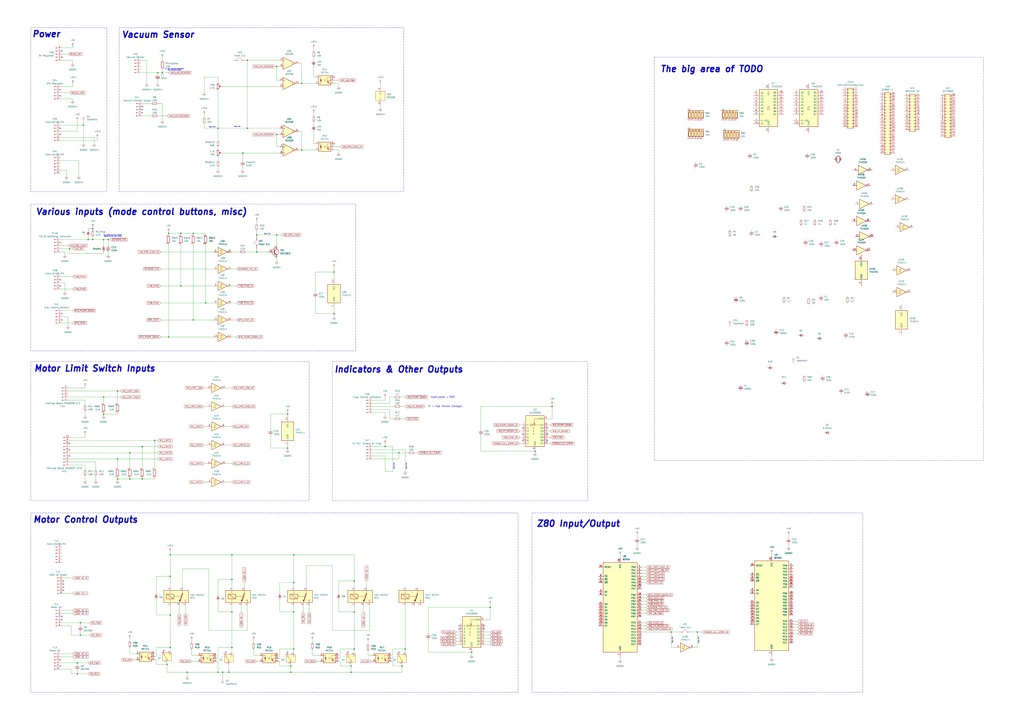
<source format=kicad_sch>
(kicad_sch
	(version 20231120)
	(generator "eeschema")
	(generator_version "8.0")
	(uuid "66cc26d7-ea0d-448d-81d6-18da17cae3ad")
	(paper "A1")
	(lib_symbols
		(symbol "74xx:74HC04"
			(exclude_from_sim no)
			(in_bom yes)
			(on_board yes)
			(property "Reference" "U"
				(at 0 1.27 0)
				(effects
					(font
						(size 1.27 1.27)
					)
				)
			)
			(property "Value" "74HC04"
				(at 0 -1.27 0)
				(effects
					(font
						(size 1.27 1.27)
					)
				)
			)
			(property "Footprint" ""
				(at 0 0 0)
				(effects
					(font
						(size 1.27 1.27)
					)
					(hide yes)
				)
			)
			(property "Datasheet" "https://assets.nexperia.com/documents/data-sheet/74HC_HCT04.pdf"
				(at 0 0 0)
				(effects
					(font
						(size 1.27 1.27)
					)
					(hide yes)
				)
			)
			(property "Description" "Hex Inverter"
				(at 0 0 0)
				(effects
					(font
						(size 1.27 1.27)
					)
					(hide yes)
				)
			)
			(property "ki_locked" ""
				(at 0 0 0)
				(effects
					(font
						(size 1.27 1.27)
					)
				)
			)
			(property "ki_keywords" "HCMOS not inv"
				(at 0 0 0)
				(effects
					(font
						(size 1.27 1.27)
					)
					(hide yes)
				)
			)
			(property "ki_fp_filters" "DIP*W7.62mm* SSOP?14* TSSOP?14*"
				(at 0 0 0)
				(effects
					(font
						(size 1.27 1.27)
					)
					(hide yes)
				)
			)
			(symbol "74HC04_1_0"
				(polyline
					(pts
						(xy -3.81 3.81) (xy -3.81 -3.81) (xy 3.81 0) (xy -3.81 3.81)
					)
					(stroke
						(width 0.254)
						(type default)
					)
					(fill
						(type background)
					)
				)
				(pin input line
					(at -7.62 0 0)
					(length 3.81)
					(name "~"
						(effects
							(font
								(size 1.27 1.27)
							)
						)
					)
					(number "1"
						(effects
							(font
								(size 1.27 1.27)
							)
						)
					)
				)
				(pin output inverted
					(at 7.62 0 180)
					(length 3.81)
					(name "~"
						(effects
							(font
								(size 1.27 1.27)
							)
						)
					)
					(number "2"
						(effects
							(font
								(size 1.27 1.27)
							)
						)
					)
				)
			)
			(symbol "74HC04_2_0"
				(polyline
					(pts
						(xy -3.81 3.81) (xy -3.81 -3.81) (xy 3.81 0) (xy -3.81 3.81)
					)
					(stroke
						(width 0.254)
						(type default)
					)
					(fill
						(type background)
					)
				)
				(pin input line
					(at -7.62 0 0)
					(length 3.81)
					(name "~"
						(effects
							(font
								(size 1.27 1.27)
							)
						)
					)
					(number "3"
						(effects
							(font
								(size 1.27 1.27)
							)
						)
					)
				)
				(pin output inverted
					(at 7.62 0 180)
					(length 3.81)
					(name "~"
						(effects
							(font
								(size 1.27 1.27)
							)
						)
					)
					(number "4"
						(effects
							(font
								(size 1.27 1.27)
							)
						)
					)
				)
			)
			(symbol "74HC04_3_0"
				(polyline
					(pts
						(xy -3.81 3.81) (xy -3.81 -3.81) (xy 3.81 0) (xy -3.81 3.81)
					)
					(stroke
						(width 0.254)
						(type default)
					)
					(fill
						(type background)
					)
				)
				(pin input line
					(at -7.62 0 0)
					(length 3.81)
					(name "~"
						(effects
							(font
								(size 1.27 1.27)
							)
						)
					)
					(number "5"
						(effects
							(font
								(size 1.27 1.27)
							)
						)
					)
				)
				(pin output inverted
					(at 7.62 0 180)
					(length 3.81)
					(name "~"
						(effects
							(font
								(size 1.27 1.27)
							)
						)
					)
					(number "6"
						(effects
							(font
								(size 1.27 1.27)
							)
						)
					)
				)
			)
			(symbol "74HC04_4_0"
				(polyline
					(pts
						(xy -3.81 3.81) (xy -3.81 -3.81) (xy 3.81 0) (xy -3.81 3.81)
					)
					(stroke
						(width 0.254)
						(type default)
					)
					(fill
						(type background)
					)
				)
				(pin output inverted
					(at 7.62 0 180)
					(length 3.81)
					(name "~"
						(effects
							(font
								(size 1.27 1.27)
							)
						)
					)
					(number "8"
						(effects
							(font
								(size 1.27 1.27)
							)
						)
					)
				)
				(pin input line
					(at -7.62 0 0)
					(length 3.81)
					(name "~"
						(effects
							(font
								(size 1.27 1.27)
							)
						)
					)
					(number "9"
						(effects
							(font
								(size 1.27 1.27)
							)
						)
					)
				)
			)
			(symbol "74HC04_5_0"
				(polyline
					(pts
						(xy -3.81 3.81) (xy -3.81 -3.81) (xy 3.81 0) (xy -3.81 3.81)
					)
					(stroke
						(width 0.254)
						(type default)
					)
					(fill
						(type background)
					)
				)
				(pin output inverted
					(at 7.62 0 180)
					(length 3.81)
					(name "~"
						(effects
							(font
								(size 1.27 1.27)
							)
						)
					)
					(number "10"
						(effects
							(font
								(size 1.27 1.27)
							)
						)
					)
				)
				(pin input line
					(at -7.62 0 0)
					(length 3.81)
					(name "~"
						(effects
							(font
								(size 1.27 1.27)
							)
						)
					)
					(number "11"
						(effects
							(font
								(size 1.27 1.27)
							)
						)
					)
				)
			)
			(symbol "74HC04_6_0"
				(polyline
					(pts
						(xy -3.81 3.81) (xy -3.81 -3.81) (xy 3.81 0) (xy -3.81 3.81)
					)
					(stroke
						(width 0.254)
						(type default)
					)
					(fill
						(type background)
					)
				)
				(pin output inverted
					(at 7.62 0 180)
					(length 3.81)
					(name "~"
						(effects
							(font
								(size 1.27 1.27)
							)
						)
					)
					(number "12"
						(effects
							(font
								(size 1.27 1.27)
							)
						)
					)
				)
				(pin input line
					(at -7.62 0 0)
					(length 3.81)
					(name "~"
						(effects
							(font
								(size 1.27 1.27)
							)
						)
					)
					(number "13"
						(effects
							(font
								(size 1.27 1.27)
							)
						)
					)
				)
			)
			(symbol "74HC04_7_0"
				(pin power_in line
					(at 0 12.7 270)
					(length 5.08)
					(name "VCC"
						(effects
							(font
								(size 1.27 1.27)
							)
						)
					)
					(number "14"
						(effects
							(font
								(size 1.27 1.27)
							)
						)
					)
				)
				(pin power_in line
					(at 0 -12.7 90)
					(length 5.08)
					(name "GND"
						(effects
							(font
								(size 1.27 1.27)
							)
						)
					)
					(number "7"
						(effects
							(font
								(size 1.27 1.27)
							)
						)
					)
				)
			)
			(symbol "74HC04_7_1"
				(rectangle
					(start -5.08 7.62)
					(end 5.08 -7.62)
					(stroke
						(width 0.254)
						(type default)
					)
					(fill
						(type background)
					)
				)
			)
		)
		(symbol "74xx:74HC14"
			(pin_names
				(offset 1.016)
			)
			(exclude_from_sim no)
			(in_bom yes)
			(on_board yes)
			(property "Reference" "U"
				(at 0 1.27 0)
				(effects
					(font
						(size 1.27 1.27)
					)
				)
			)
			(property "Value" "74HC14"
				(at 0 -1.27 0)
				(effects
					(font
						(size 1.27 1.27)
					)
				)
			)
			(property "Footprint" ""
				(at 0 0 0)
				(effects
					(font
						(size 1.27 1.27)
					)
					(hide yes)
				)
			)
			(property "Datasheet" "http://www.ti.com/lit/gpn/sn74HC14"
				(at 0 0 0)
				(effects
					(font
						(size 1.27 1.27)
					)
					(hide yes)
				)
			)
			(property "Description" "Hex inverter schmitt trigger"
				(at 0 0 0)
				(effects
					(font
						(size 1.27 1.27)
					)
					(hide yes)
				)
			)
			(property "ki_locked" ""
				(at 0 0 0)
				(effects
					(font
						(size 1.27 1.27)
					)
				)
			)
			(property "ki_keywords" "HCMOS not inverter"
				(at 0 0 0)
				(effects
					(font
						(size 1.27 1.27)
					)
					(hide yes)
				)
			)
			(property "ki_fp_filters" "DIP*W7.62mm*"
				(at 0 0 0)
				(effects
					(font
						(size 1.27 1.27)
					)
					(hide yes)
				)
			)
			(symbol "74HC14_1_0"
				(polyline
					(pts
						(xy -3.81 3.81) (xy -3.81 -3.81) (xy 3.81 0) (xy -3.81 3.81)
					)
					(stroke
						(width 0.254)
						(type default)
					)
					(fill
						(type background)
					)
				)
				(pin input line
					(at -7.62 0 0)
					(length 3.81)
					(name "~"
						(effects
							(font
								(size 1.27 1.27)
							)
						)
					)
					(number "1"
						(effects
							(font
								(size 1.27 1.27)
							)
						)
					)
				)
				(pin output inverted
					(at 7.62 0 180)
					(length 3.81)
					(name "~"
						(effects
							(font
								(size 1.27 1.27)
							)
						)
					)
					(number "2"
						(effects
							(font
								(size 1.27 1.27)
							)
						)
					)
				)
			)
			(symbol "74HC14_1_1"
				(polyline
					(pts
						(xy -1.905 -1.27) (xy -1.905 1.27) (xy -0.635 1.27)
					)
					(stroke
						(width 0)
						(type default)
					)
					(fill
						(type none)
					)
				)
				(polyline
					(pts
						(xy -2.54 -1.27) (xy -0.635 -1.27) (xy -0.635 1.27) (xy 0 1.27)
					)
					(stroke
						(width 0)
						(type default)
					)
					(fill
						(type none)
					)
				)
			)
			(symbol "74HC14_2_0"
				(polyline
					(pts
						(xy -3.81 3.81) (xy -3.81 -3.81) (xy 3.81 0) (xy -3.81 3.81)
					)
					(stroke
						(width 0.254)
						(type default)
					)
					(fill
						(type background)
					)
				)
				(pin input line
					(at -7.62 0 0)
					(length 3.81)
					(name "~"
						(effects
							(font
								(size 1.27 1.27)
							)
						)
					)
					(number "3"
						(effects
							(font
								(size 1.27 1.27)
							)
						)
					)
				)
				(pin output inverted
					(at 7.62 0 180)
					(length 3.81)
					(name "~"
						(effects
							(font
								(size 1.27 1.27)
							)
						)
					)
					(number "4"
						(effects
							(font
								(size 1.27 1.27)
							)
						)
					)
				)
			)
			(symbol "74HC14_2_1"
				(polyline
					(pts
						(xy -1.905 -1.27) (xy -1.905 1.27) (xy -0.635 1.27)
					)
					(stroke
						(width 0)
						(type default)
					)
					(fill
						(type none)
					)
				)
				(polyline
					(pts
						(xy -2.54 -1.27) (xy -0.635 -1.27) (xy -0.635 1.27) (xy 0 1.27)
					)
					(stroke
						(width 0)
						(type default)
					)
					(fill
						(type none)
					)
				)
			)
			(symbol "74HC14_3_0"
				(polyline
					(pts
						(xy -3.81 3.81) (xy -3.81 -3.81) (xy 3.81 0) (xy -3.81 3.81)
					)
					(stroke
						(width 0.254)
						(type default)
					)
					(fill
						(type background)
					)
				)
				(pin input line
					(at -7.62 0 0)
					(length 3.81)
					(name "~"
						(effects
							(font
								(size 1.27 1.27)
							)
						)
					)
					(number "5"
						(effects
							(font
								(size 1.27 1.27)
							)
						)
					)
				)
				(pin output inverted
					(at 7.62 0 180)
					(length 3.81)
					(name "~"
						(effects
							(font
								(size 1.27 1.27)
							)
						)
					)
					(number "6"
						(effects
							(font
								(size 1.27 1.27)
							)
						)
					)
				)
			)
			(symbol "74HC14_3_1"
				(polyline
					(pts
						(xy -1.905 -1.27) (xy -1.905 1.27) (xy -0.635 1.27)
					)
					(stroke
						(width 0)
						(type default)
					)
					(fill
						(type none)
					)
				)
				(polyline
					(pts
						(xy -2.54 -1.27) (xy -0.635 -1.27) (xy -0.635 1.27) (xy 0 1.27)
					)
					(stroke
						(width 0)
						(type default)
					)
					(fill
						(type none)
					)
				)
			)
			(symbol "74HC14_4_0"
				(polyline
					(pts
						(xy -3.81 3.81) (xy -3.81 -3.81) (xy 3.81 0) (xy -3.81 3.81)
					)
					(stroke
						(width 0.254)
						(type default)
					)
					(fill
						(type background)
					)
				)
				(pin output inverted
					(at 7.62 0 180)
					(length 3.81)
					(name "~"
						(effects
							(font
								(size 1.27 1.27)
							)
						)
					)
					(number "8"
						(effects
							(font
								(size 1.27 1.27)
							)
						)
					)
				)
				(pin input line
					(at -7.62 0 0)
					(length 3.81)
					(name "~"
						(effects
							(font
								(size 1.27 1.27)
							)
						)
					)
					(number "9"
						(effects
							(font
								(size 1.27 1.27)
							)
						)
					)
				)
			)
			(symbol "74HC14_4_1"
				(polyline
					(pts
						(xy -1.905 -1.27) (xy -1.905 1.27) (xy -0.635 1.27)
					)
					(stroke
						(width 0)
						(type default)
					)
					(fill
						(type none)
					)
				)
				(polyline
					(pts
						(xy -2.54 -1.27) (xy -0.635 -1.27) (xy -0.635 1.27) (xy 0 1.27)
					)
					(stroke
						(width 0)
						(type default)
					)
					(fill
						(type none)
					)
				)
			)
			(symbol "74HC14_5_0"
				(polyline
					(pts
						(xy -3.81 3.81) (xy -3.81 -3.81) (xy 3.81 0) (xy -3.81 3.81)
					)
					(stroke
						(width 0.254)
						(type default)
					)
					(fill
						(type background)
					)
				)
				(pin output inverted
					(at 7.62 0 180)
					(length 3.81)
					(name "~"
						(effects
							(font
								(size 1.27 1.27)
							)
						)
					)
					(number "10"
						(effects
							(font
								(size 1.27 1.27)
							)
						)
					)
				)
				(pin input line
					(at -7.62 0 0)
					(length 3.81)
					(name "~"
						(effects
							(font
								(size 1.27 1.27)
							)
						)
					)
					(number "11"
						(effects
							(font
								(size 1.27 1.27)
							)
						)
					)
				)
			)
			(symbol "74HC14_5_1"
				(polyline
					(pts
						(xy -1.905 -1.27) (xy -1.905 1.27) (xy -0.635 1.27)
					)
					(stroke
						(width 0)
						(type default)
					)
					(fill
						(type none)
					)
				)
				(polyline
					(pts
						(xy -2.54 -1.27) (xy -0.635 -1.27) (xy -0.635 1.27) (xy 0 1.27)
					)
					(stroke
						(width 0)
						(type default)
					)
					(fill
						(type none)
					)
				)
			)
			(symbol "74HC14_6_0"
				(polyline
					(pts
						(xy -3.81 3.81) (xy -3.81 -3.81) (xy 3.81 0) (xy -3.81 3.81)
					)
					(stroke
						(width 0.254)
						(type default)
					)
					(fill
						(type background)
					)
				)
				(pin output inverted
					(at 7.62 0 180)
					(length 3.81)
					(name "~"
						(effects
							(font
								(size 1.27 1.27)
							)
						)
					)
					(number "12"
						(effects
							(font
								(size 1.27 1.27)
							)
						)
					)
				)
				(pin input line
					(at -7.62 0 0)
					(length 3.81)
					(name "~"
						(effects
							(font
								(size 1.27 1.27)
							)
						)
					)
					(number "13"
						(effects
							(font
								(size 1.27 1.27)
							)
						)
					)
				)
			)
			(symbol "74HC14_6_1"
				(polyline
					(pts
						(xy -1.905 -1.27) (xy -1.905 1.27) (xy -0.635 1.27)
					)
					(stroke
						(width 0)
						(type default)
					)
					(fill
						(type none)
					)
				)
				(polyline
					(pts
						(xy -2.54 -1.27) (xy -0.635 -1.27) (xy -0.635 1.27) (xy 0 1.27)
					)
					(stroke
						(width 0)
						(type default)
					)
					(fill
						(type none)
					)
				)
			)
			(symbol "74HC14_7_0"
				(pin power_in line
					(at 0 12.7 270)
					(length 5.08)
					(name "VCC"
						(effects
							(font
								(size 1.27 1.27)
							)
						)
					)
					(number "14"
						(effects
							(font
								(size 1.27 1.27)
							)
						)
					)
				)
				(pin power_in line
					(at 0 -12.7 90)
					(length 5.08)
					(name "GND"
						(effects
							(font
								(size 1.27 1.27)
							)
						)
					)
					(number "7"
						(effects
							(font
								(size 1.27 1.27)
							)
						)
					)
				)
			)
			(symbol "74HC14_7_1"
				(rectangle
					(start -5.08 7.62)
					(end 5.08 -7.62)
					(stroke
						(width 0.254)
						(type default)
					)
					(fill
						(type background)
					)
				)
			)
		)
		(symbol "74xx:74HC245"
			(pin_names
				(offset 1.016)
			)
			(exclude_from_sim no)
			(in_bom yes)
			(on_board yes)
			(property "Reference" "U"
				(at -7.62 16.51 0)
				(effects
					(font
						(size 1.27 1.27)
					)
				)
			)
			(property "Value" "74HC245"
				(at -7.62 -16.51 0)
				(effects
					(font
						(size 1.27 1.27)
					)
				)
			)
			(property "Footprint" ""
				(at 0 0 0)
				(effects
					(font
						(size 1.27 1.27)
					)
					(hide yes)
				)
			)
			(property "Datasheet" "http://www.ti.com/lit/gpn/sn74HC245"
				(at 0 0 0)
				(effects
					(font
						(size 1.27 1.27)
					)
					(hide yes)
				)
			)
			(property "Description" "Octal BUS Transceivers, 3-State outputs"
				(at 0 0 0)
				(effects
					(font
						(size 1.27 1.27)
					)
					(hide yes)
				)
			)
			(property "ki_locked" ""
				(at 0 0 0)
				(effects
					(font
						(size 1.27 1.27)
					)
				)
			)
			(property "ki_keywords" "HCMOS BUS 3State"
				(at 0 0 0)
				(effects
					(font
						(size 1.27 1.27)
					)
					(hide yes)
				)
			)
			(property "ki_fp_filters" "DIP?20*"
				(at 0 0 0)
				(effects
					(font
						(size 1.27 1.27)
					)
					(hide yes)
				)
			)
			(symbol "74HC245_1_0"
				(polyline
					(pts
						(xy -0.635 -1.27) (xy -0.635 1.27) (xy 0.635 1.27)
					)
					(stroke
						(width 0)
						(type default)
					)
					(fill
						(type none)
					)
				)
				(polyline
					(pts
						(xy -1.27 -1.27) (xy 0.635 -1.27) (xy 0.635 1.27) (xy 1.27 1.27)
					)
					(stroke
						(width 0)
						(type default)
					)
					(fill
						(type none)
					)
				)
				(pin input line
					(at -12.7 -10.16 0)
					(length 5.08)
					(name "A->B"
						(effects
							(font
								(size 1.27 1.27)
							)
						)
					)
					(number "1"
						(effects
							(font
								(size 1.27 1.27)
							)
						)
					)
				)
				(pin power_in line
					(at 0 -20.32 90)
					(length 5.08)
					(name "GND"
						(effects
							(font
								(size 1.27 1.27)
							)
						)
					)
					(number "10"
						(effects
							(font
								(size 1.27 1.27)
							)
						)
					)
				)
				(pin tri_state line
					(at 12.7 -5.08 180)
					(length 5.08)
					(name "B7"
						(effects
							(font
								(size 1.27 1.27)
							)
						)
					)
					(number "11"
						(effects
							(font
								(size 1.27 1.27)
							)
						)
					)
				)
				(pin tri_state line
					(at 12.7 -2.54 180)
					(length 5.08)
					(name "B6"
						(effects
							(font
								(size 1.27 1.27)
							)
						)
					)
					(number "12"
						(effects
							(font
								(size 1.27 1.27)
							)
						)
					)
				)
				(pin tri_state line
					(at 12.7 0 180)
					(length 5.08)
					(name "B5"
						(effects
							(font
								(size 1.27 1.27)
							)
						)
					)
					(number "13"
						(effects
							(font
								(size 1.27 1.27)
							)
						)
					)
				)
				(pin tri_state line
					(at 12.7 2.54 180)
					(length 5.08)
					(name "B4"
						(effects
							(font
								(size 1.27 1.27)
							)
						)
					)
					(number "14"
						(effects
							(font
								(size 1.27 1.27)
							)
						)
					)
				)
				(pin tri_state line
					(at 12.7 5.08 180)
					(length 5.08)
					(name "B3"
						(effects
							(font
								(size 1.27 1.27)
							)
						)
					)
					(number "15"
						(effects
							(font
								(size 1.27 1.27)
							)
						)
					)
				)
				(pin tri_state line
					(at 12.7 7.62 180)
					(length 5.08)
					(name "B2"
						(effects
							(font
								(size 1.27 1.27)
							)
						)
					)
					(number "16"
						(effects
							(font
								(size 1.27 1.27)
							)
						)
					)
				)
				(pin tri_state line
					(at 12.7 10.16 180)
					(length 5.08)
					(name "B1"
						(effects
							(font
								(size 1.27 1.27)
							)
						)
					)
					(number "17"
						(effects
							(font
								(size 1.27 1.27)
							)
						)
					)
				)
				(pin tri_state line
					(at 12.7 12.7 180)
					(length 5.08)
					(name "B0"
						(effects
							(font
								(size 1.27 1.27)
							)
						)
					)
					(number "18"
						(effects
							(font
								(size 1.27 1.27)
							)
						)
					)
				)
				(pin input inverted
					(at -12.7 -12.7 0)
					(length 5.08)
					(name "CE"
						(effects
							(font
								(size 1.27 1.27)
							)
						)
					)
					(number "19"
						(effects
							(font
								(size 1.27 1.27)
							)
						)
					)
				)
				(pin tri_state line
					(at -12.7 12.7 0)
					(length 5.08)
					(name "A0"
						(effects
							(font
								(size 1.27 1.27)
							)
						)
					)
					(number "2"
						(effects
							(font
								(size 1.27 1.27)
							)
						)
					)
				)
				(pin power_in line
					(at 0 20.32 270)
					(length 5.08)
					(name "VCC"
						(effects
							(font
								(size 1.27 1.27)
							)
						)
					)
					(number "20"
						(effects
							(font
								(size 1.27 1.27)
							)
						)
					)
				)
				(pin tri_state line
					(at -12.7 10.16 0)
					(length 5.08)
					(name "A1"
						(effects
							(font
								(size 1.27 1.27)
							)
						)
					)
					(number "3"
						(effects
							(font
								(size 1.27 1.27)
							)
						)
					)
				)
				(pin tri_state line
					(at -12.7 7.62 0)
					(length 5.08)
					(name "A2"
						(effects
							(font
								(size 1.27 1.27)
							)
						)
					)
					(number "4"
						(effects
							(font
								(size 1.27 1.27)
							)
						)
					)
				)
				(pin tri_state line
					(at -12.7 5.08 0)
					(length 5.08)
					(name "A3"
						(effects
							(font
								(size 1.27 1.27)
							)
						)
					)
					(number "5"
						(effects
							(font
								(size 1.27 1.27)
							)
						)
					)
				)
				(pin tri_state line
					(at -12.7 2.54 0)
					(length 5.08)
					(name "A4"
						(effects
							(font
								(size 1.27 1.27)
							)
						)
					)
					(number "6"
						(effects
							(font
								(size 1.27 1.27)
							)
						)
					)
				)
				(pin tri_state line
					(at -12.7 0 0)
					(length 5.08)
					(name "A5"
						(effects
							(font
								(size 1.27 1.27)
							)
						)
					)
					(number "7"
						(effects
							(font
								(size 1.27 1.27)
							)
						)
					)
				)
				(pin tri_state line
					(at -12.7 -2.54 0)
					(length 5.08)
					(name "A6"
						(effects
							(font
								(size 1.27 1.27)
							)
						)
					)
					(number "8"
						(effects
							(font
								(size 1.27 1.27)
							)
						)
					)
				)
				(pin tri_state line
					(at -12.7 -5.08 0)
					(length 5.08)
					(name "A7"
						(effects
							(font
								(size 1.27 1.27)
							)
						)
					)
					(number "9"
						(effects
							(font
								(size 1.27 1.27)
							)
						)
					)
				)
			)
			(symbol "74HC245_1_1"
				(rectangle
					(start -7.62 15.24)
					(end 7.62 -15.24)
					(stroke
						(width 0.254)
						(type default)
					)
					(fill
						(type background)
					)
				)
			)
		)
		(symbol "Comparator:LM339"
			(pin_names
				(offset 0.127)
			)
			(exclude_from_sim no)
			(in_bom yes)
			(on_board yes)
			(property "Reference" "U5"
				(at 7.62 1.2701 0)
				(effects
					(font
						(size 1.27 1.27)
					)
					(justify left)
				)
			)
			(property "Value" "IR2339"
				(at 7.62 -1.2699 0)
				(effects
					(font
						(size 1.27 1.27)
					)
					(justify left)
				)
			)
			(property "Footprint" ""
				(at -1.27 2.54 0)
				(effects
					(font
						(size 1.27 1.27)
					)
					(hide yes)
				)
			)
			(property "Datasheet" "https://www.st.com/resource/en/datasheet/lm139.pdf"
				(at 1.27 5.08 0)
				(effects
					(font
						(size 1.27 1.27)
					)
					(hide yes)
				)
			)
			(property "Description" "Quad Differential Comparators, SOIC-14/TSSOP-14"
				(at 0 0 0)
				(effects
					(font
						(size 1.27 1.27)
					)
					(hide yes)
				)
			)
			(property "ki_locked" ""
				(at 0 0 0)
				(effects
					(font
						(size 1.27 1.27)
					)
				)
			)
			(property "ki_keywords" "cmp open collector"
				(at 0 0 0)
				(effects
					(font
						(size 1.27 1.27)
					)
					(hide yes)
				)
			)
			(property "ki_fp_filters" "SOIC*3.9x8.7mm*P1.27mm* TSSOP*4.4x5mm*P0.65mm*"
				(at 0 0 0)
				(effects
					(font
						(size 1.27 1.27)
					)
					(hide yes)
				)
			)
			(symbol "LM339_1_1"
				(polyline
					(pts
						(xy -5.08 5.08) (xy 5.08 0) (xy -5.08 -5.08) (xy -5.08 5.08)
					)
					(stroke
						(width 0.254)
						(type default)
					)
					(fill
						(type background)
					)
				)
				(polyline
					(pts
						(xy 3.302 -0.508) (xy 2.794 -0.508) (xy 3.302 0) (xy 2.794 0.508) (xy 2.286 0) (xy 2.794 -0.508)
						(xy 2.286 -0.508)
					)
					(stroke
						(width 0.127)
						(type default)
					)
					(fill
						(type none)
					)
				)
				(pin open_collector line
					(at 7.62 0 180)
					(length 2.54)
					(name "~"
						(effects
							(font
								(size 1.27 1.27)
							)
						)
					)
					(number "2"
						(effects
							(font
								(size 1.27 1.27)
							)
						)
					)
				)
				(pin input line
					(at -7.62 -2.54 0)
					(length 2.54)
					(name "-"
						(effects
							(font
								(size 1.27 1.27)
							)
						)
					)
					(number "4"
						(effects
							(font
								(size 1.27 1.27)
							)
						)
					)
				)
				(pin input line
					(at -7.62 2.54 0)
					(length 2.54)
					(name "+"
						(effects
							(font
								(size 1.27 1.27)
							)
						)
					)
					(number "5"
						(effects
							(font
								(size 1.27 1.27)
							)
						)
					)
				)
			)
			(symbol "LM339_2_1"
				(polyline
					(pts
						(xy -5.08 5.08) (xy 5.08 0) (xy -5.08 -5.08) (xy -5.08 5.08)
					)
					(stroke
						(width 0.254)
						(type default)
					)
					(fill
						(type background)
					)
				)
				(polyline
					(pts
						(xy 3.302 -0.508) (xy 2.794 -0.508) (xy 3.302 0) (xy 2.794 0.508) (xy 2.286 0) (xy 2.794 -0.508)
						(xy 2.286 -0.508)
					)
					(stroke
						(width 0.127)
						(type default)
					)
					(fill
						(type none)
					)
				)
				(pin open_collector line
					(at 7.62 0 180)
					(length 2.54)
					(name "~"
						(effects
							(font
								(size 1.27 1.27)
							)
						)
					)
					(number "1"
						(effects
							(font
								(size 1.27 1.27)
							)
						)
					)
				)
				(pin input line
					(at -7.62 -2.54 0)
					(length 2.54)
					(name "-"
						(effects
							(font
								(size 1.27 1.27)
							)
						)
					)
					(number "6"
						(effects
							(font
								(size 1.27 1.27)
							)
						)
					)
				)
				(pin input line
					(at -7.62 2.54 0)
					(length 2.54)
					(name "+"
						(effects
							(font
								(size 1.27 1.27)
							)
						)
					)
					(number "7"
						(effects
							(font
								(size 1.27 1.27)
							)
						)
					)
				)
			)
			(symbol "LM339_3_1"
				(polyline
					(pts
						(xy -5.08 5.08) (xy 5.08 0) (xy -5.08 -5.08) (xy -5.08 5.08)
					)
					(stroke
						(width 0.254)
						(type default)
					)
					(fill
						(type background)
					)
				)
				(polyline
					(pts
						(xy 3.302 -0.508) (xy 2.794 -0.508) (xy 3.302 0) (xy 2.794 0.508) (xy 2.286 0) (xy 2.794 -0.508)
						(xy 2.286 -0.508)
					)
					(stroke
						(width 0.127)
						(type default)
					)
					(fill
						(type none)
					)
				)
				(pin input line
					(at -7.62 -2.54 0)
					(length 2.54)
					(name "-"
						(effects
							(font
								(size 1.27 1.27)
							)
						)
					)
					(number "10"
						(effects
							(font
								(size 1.27 1.27)
							)
						)
					)
				)
				(pin input line
					(at -7.62 2.54 0)
					(length 2.54)
					(name "+"
						(effects
							(font
								(size 1.27 1.27)
							)
						)
					)
					(number "11"
						(effects
							(font
								(size 1.27 1.27)
							)
						)
					)
				)
				(pin open_collector line
					(at 7.62 0 180)
					(length 2.54)
					(name "~"
						(effects
							(font
								(size 1.27 1.27)
							)
						)
					)
					(number "13"
						(effects
							(font
								(size 1.27 1.27)
							)
						)
					)
				)
			)
			(symbol "LM339_4_1"
				(polyline
					(pts
						(xy -5.08 5.08) (xy 5.08 0) (xy -5.08 -5.08) (xy -5.08 5.08)
					)
					(stroke
						(width 0.254)
						(type default)
					)
					(fill
						(type background)
					)
				)
				(polyline
					(pts
						(xy 3.302 -0.508) (xy 2.794 -0.508) (xy 3.302 0) (xy 2.794 0.508) (xy 2.286 0) (xy 2.794 -0.508)
						(xy 2.286 -0.508)
					)
					(stroke
						(width 0.127)
						(type default)
					)
					(fill
						(type none)
					)
				)
				(pin open_collector line
					(at 7.62 0 180)
					(length 2.54)
					(name "~"
						(effects
							(font
								(size 1.27 1.27)
							)
						)
					)
					(number "14"
						(effects
							(font
								(size 1.27 1.27)
							)
						)
					)
				)
				(pin input line
					(at -7.62 -2.54 0)
					(length 2.54)
					(name "-"
						(effects
							(font
								(size 1.27 1.27)
							)
						)
					)
					(number "8"
						(effects
							(font
								(size 1.27 1.27)
							)
						)
					)
				)
				(pin input line
					(at -7.62 2.54 0)
					(length 2.54)
					(name "+"
						(effects
							(font
								(size 1.27 1.27)
							)
						)
					)
					(number "9"
						(effects
							(font
								(size 1.27 1.27)
							)
						)
					)
				)
			)
			(symbol "LM339_5_1"
				(rectangle
					(start -6.35 3.81)
					(end 1.27 -3.81)
					(stroke
						(width 0)
						(type default)
					)
					(fill
						(type background)
					)
				)
				(pin power_in line
					(at -2.54 -7.62 90)
					(length 3.81)
					(name "V-"
						(effects
							(font
								(size 1.27 1.27)
							)
						)
					)
					(number "12"
						(effects
							(font
								(size 1.27 1.27)
							)
						)
					)
				)
				(pin power_in line
					(at -2.54 7.62 270)
					(length 3.81)
					(name "V+"
						(effects
							(font
								(size 1.27 1.27)
							)
						)
					)
					(number "3"
						(effects
							(font
								(size 1.27 1.27)
							)
						)
					)
				)
			)
		)
		(symbol "Connector:Conn_01x05_Pin"
			(pin_names
				(offset 1.016) hide)
			(exclude_from_sim no)
			(in_bom yes)
			(on_board yes)
			(property "Reference" "J"
				(at 0 7.62 0)
				(effects
					(font
						(size 1.27 1.27)
					)
				)
			)
			(property "Value" "Conn_01x05_Pin"
				(at 0 -7.62 0)
				(effects
					(font
						(size 1.27 1.27)
					)
				)
			)
			(property "Footprint" ""
				(at 0 0 0)
				(effects
					(font
						(size 1.27 1.27)
					)
					(hide yes)
				)
			)
			(property "Datasheet" "~"
				(at 0 0 0)
				(effects
					(font
						(size 1.27 1.27)
					)
					(hide yes)
				)
			)
			(property "Description" "Generic connector, single row, 01x05, script generated"
				(at 0 0 0)
				(effects
					(font
						(size 1.27 1.27)
					)
					(hide yes)
				)
			)
			(property "ki_locked" ""
				(at 0 0 0)
				(effects
					(font
						(size 1.27 1.27)
					)
				)
			)
			(property "ki_keywords" "connector"
				(at 0 0 0)
				(effects
					(font
						(size 1.27 1.27)
					)
					(hide yes)
				)
			)
			(property "ki_fp_filters" "Connector*:*_1x??_*"
				(at 0 0 0)
				(effects
					(font
						(size 1.27 1.27)
					)
					(hide yes)
				)
			)
			(symbol "Conn_01x05_Pin_1_1"
				(polyline
					(pts
						(xy 1.27 -5.08) (xy 0.8636 -5.08)
					)
					(stroke
						(width 0.1524)
						(type default)
					)
					(fill
						(type none)
					)
				)
				(polyline
					(pts
						(xy 1.27 -2.54) (xy 0.8636 -2.54)
					)
					(stroke
						(width 0.1524)
						(type default)
					)
					(fill
						(type none)
					)
				)
				(polyline
					(pts
						(xy 1.27 0) (xy 0.8636 0)
					)
					(stroke
						(width 0.1524)
						(type default)
					)
					(fill
						(type none)
					)
				)
				(polyline
					(pts
						(xy 1.27 2.54) (xy 0.8636 2.54)
					)
					(stroke
						(width 0.1524)
						(type default)
					)
					(fill
						(type none)
					)
				)
				(polyline
					(pts
						(xy 1.27 5.08) (xy 0.8636 5.08)
					)
					(stroke
						(width 0.1524)
						(type default)
					)
					(fill
						(type none)
					)
				)
				(rectangle
					(start 0.8636 -4.953)
					(end 0 -5.207)
					(stroke
						(width 0.1524)
						(type default)
					)
					(fill
						(type outline)
					)
				)
				(rectangle
					(start 0.8636 -2.413)
					(end 0 -2.667)
					(stroke
						(width 0.1524)
						(type default)
					)
					(fill
						(type outline)
					)
				)
				(rectangle
					(start 0.8636 0.127)
					(end 0 -0.127)
					(stroke
						(width 0.1524)
						(type default)
					)
					(fill
						(type outline)
					)
				)
				(rectangle
					(start 0.8636 2.667)
					(end 0 2.413)
					(stroke
						(width 0.1524)
						(type default)
					)
					(fill
						(type outline)
					)
				)
				(rectangle
					(start 0.8636 5.207)
					(end 0 4.953)
					(stroke
						(width 0.1524)
						(type default)
					)
					(fill
						(type outline)
					)
				)
				(pin passive line
					(at 5.08 5.08 180)
					(length 3.81)
					(name "Pin_1"
						(effects
							(font
								(size 1.27 1.27)
							)
						)
					)
					(number "1"
						(effects
							(font
								(size 1.27 1.27)
							)
						)
					)
				)
				(pin passive line
					(at 5.08 2.54 180)
					(length 3.81)
					(name "Pin_2"
						(effects
							(font
								(size 1.27 1.27)
							)
						)
					)
					(number "2"
						(effects
							(font
								(size 1.27 1.27)
							)
						)
					)
				)
				(pin passive line
					(at 5.08 0 180)
					(length 3.81)
					(name "Pin_3"
						(effects
							(font
								(size 1.27 1.27)
							)
						)
					)
					(number "3"
						(effects
							(font
								(size 1.27 1.27)
							)
						)
					)
				)
				(pin passive line
					(at 5.08 -2.54 180)
					(length 3.81)
					(name "Pin_4"
						(effects
							(font
								(size 1.27 1.27)
							)
						)
					)
					(number "4"
						(effects
							(font
								(size 1.27 1.27)
							)
						)
					)
				)
				(pin passive line
					(at 5.08 -5.08 180)
					(length 3.81)
					(name "Pin_5"
						(effects
							(font
								(size 1.27 1.27)
							)
						)
					)
					(number "5"
						(effects
							(font
								(size 1.27 1.27)
							)
						)
					)
				)
			)
		)
		(symbol "Connector:Conn_01x06_Pin"
			(pin_names
				(offset 1.016) hide)
			(exclude_from_sim no)
			(in_bom yes)
			(on_board yes)
			(property "Reference" "J"
				(at 0 7.62 0)
				(effects
					(font
						(size 1.27 1.27)
					)
				)
			)
			(property "Value" "Conn_01x06_Pin"
				(at 0 -10.16 0)
				(effects
					(font
						(size 1.27 1.27)
					)
				)
			)
			(property "Footprint" ""
				(at 0 0 0)
				(effects
					(font
						(size 1.27 1.27)
					)
					(hide yes)
				)
			)
			(property "Datasheet" "~"
				(at 0 0 0)
				(effects
					(font
						(size 1.27 1.27)
					)
					(hide yes)
				)
			)
			(property "Description" "Generic connector, single row, 01x06, script generated"
				(at 0 0 0)
				(effects
					(font
						(size 1.27 1.27)
					)
					(hide yes)
				)
			)
			(property "ki_locked" ""
				(at 0 0 0)
				(effects
					(font
						(size 1.27 1.27)
					)
				)
			)
			(property "ki_keywords" "connector"
				(at 0 0 0)
				(effects
					(font
						(size 1.27 1.27)
					)
					(hide yes)
				)
			)
			(property "ki_fp_filters" "Connector*:*_1x??_*"
				(at 0 0 0)
				(effects
					(font
						(size 1.27 1.27)
					)
					(hide yes)
				)
			)
			(symbol "Conn_01x06_Pin_1_1"
				(polyline
					(pts
						(xy 1.27 -7.62) (xy 0.8636 -7.62)
					)
					(stroke
						(width 0.1524)
						(type default)
					)
					(fill
						(type none)
					)
				)
				(polyline
					(pts
						(xy 1.27 -5.08) (xy 0.8636 -5.08)
					)
					(stroke
						(width 0.1524)
						(type default)
					)
					(fill
						(type none)
					)
				)
				(polyline
					(pts
						(xy 1.27 -2.54) (xy 0.8636 -2.54)
					)
					(stroke
						(width 0.1524)
						(type default)
					)
					(fill
						(type none)
					)
				)
				(polyline
					(pts
						(xy 1.27 0) (xy 0.8636 0)
					)
					(stroke
						(width 0.1524)
						(type default)
					)
					(fill
						(type none)
					)
				)
				(polyline
					(pts
						(xy 1.27 2.54) (xy 0.8636 2.54)
					)
					(stroke
						(width 0.1524)
						(type default)
					)
					(fill
						(type none)
					)
				)
				(polyline
					(pts
						(xy 1.27 5.08) (xy 0.8636 5.08)
					)
					(stroke
						(width 0.1524)
						(type default)
					)
					(fill
						(type none)
					)
				)
				(rectangle
					(start 0.8636 -7.493)
					(end 0 -7.747)
					(stroke
						(width 0.1524)
						(type default)
					)
					(fill
						(type outline)
					)
				)
				(rectangle
					(start 0.8636 -4.953)
					(end 0 -5.207)
					(stroke
						(width 0.1524)
						(type default)
					)
					(fill
						(type outline)
					)
				)
				(rectangle
					(start 0.8636 -2.413)
					(end 0 -2.667)
					(stroke
						(width 0.1524)
						(type default)
					)
					(fill
						(type outline)
					)
				)
				(rectangle
					(start 0.8636 0.127)
					(end 0 -0.127)
					(stroke
						(width 0.1524)
						(type default)
					)
					(fill
						(type outline)
					)
				)
				(rectangle
					(start 0.8636 2.667)
					(end 0 2.413)
					(stroke
						(width 0.1524)
						(type default)
					)
					(fill
						(type outline)
					)
				)
				(rectangle
					(start 0.8636 5.207)
					(end 0 4.953)
					(stroke
						(width 0.1524)
						(type default)
					)
					(fill
						(type outline)
					)
				)
				(pin passive line
					(at 5.08 5.08 180)
					(length 3.81)
					(name "Pin_1"
						(effects
							(font
								(size 1.27 1.27)
							)
						)
					)
					(number "1"
						(effects
							(font
								(size 1.27 1.27)
							)
						)
					)
				)
				(pin passive line
					(at 5.08 2.54 180)
					(length 3.81)
					(name "Pin_2"
						(effects
							(font
								(size 1.27 1.27)
							)
						)
					)
					(number "2"
						(effects
							(font
								(size 1.27 1.27)
							)
						)
					)
				)
				(pin passive line
					(at 5.08 0 180)
					(length 3.81)
					(name "Pin_3"
						(effects
							(font
								(size 1.27 1.27)
							)
						)
					)
					(number "3"
						(effects
							(font
								(size 1.27 1.27)
							)
						)
					)
				)
				(pin passive line
					(at 5.08 -2.54 180)
					(length 3.81)
					(name "Pin_4"
						(effects
							(font
								(size 1.27 1.27)
							)
						)
					)
					(number "4"
						(effects
							(font
								(size 1.27 1.27)
							)
						)
					)
				)
				(pin passive line
					(at 5.08 -5.08 180)
					(length 3.81)
					(name "Pin_5"
						(effects
							(font
								(size 1.27 1.27)
							)
						)
					)
					(number "5"
						(effects
							(font
								(size 1.27 1.27)
							)
						)
					)
				)
				(pin passive line
					(at 5.08 -7.62 180)
					(length 3.81)
					(name "Pin_6"
						(effects
							(font
								(size 1.27 1.27)
							)
						)
					)
					(number "6"
						(effects
							(font
								(size 1.27 1.27)
							)
						)
					)
				)
			)
		)
		(symbol "Connector:Conn_01x10_Pin"
			(pin_names
				(offset 1.016) hide)
			(exclude_from_sim no)
			(in_bom yes)
			(on_board yes)
			(property "Reference" "J"
				(at 0 12.7 0)
				(effects
					(font
						(size 1.27 1.27)
					)
				)
			)
			(property "Value" "Conn_01x10_Pin"
				(at 0 -15.24 0)
				(effects
					(font
						(size 1.27 1.27)
					)
				)
			)
			(property "Footprint" ""
				(at 0 0 0)
				(effects
					(font
						(size 1.27 1.27)
					)
					(hide yes)
				)
			)
			(property "Datasheet" "~"
				(at 0 0 0)
				(effects
					(font
						(size 1.27 1.27)
					)
					(hide yes)
				)
			)
			(property "Description" "Generic connector, single row, 01x10, script generated"
				(at 0 0 0)
				(effects
					(font
						(size 1.27 1.27)
					)
					(hide yes)
				)
			)
			(property "ki_locked" ""
				(at 0 0 0)
				(effects
					(font
						(size 1.27 1.27)
					)
				)
			)
			(property "ki_keywords" "connector"
				(at 0 0 0)
				(effects
					(font
						(size 1.27 1.27)
					)
					(hide yes)
				)
			)
			(property "ki_fp_filters" "Connector*:*_1x??_*"
				(at 0 0 0)
				(effects
					(font
						(size 1.27 1.27)
					)
					(hide yes)
				)
			)
			(symbol "Conn_01x10_Pin_1_1"
				(polyline
					(pts
						(xy 1.27 -12.7) (xy 0.8636 -12.7)
					)
					(stroke
						(width 0.1524)
						(type default)
					)
					(fill
						(type none)
					)
				)
				(polyline
					(pts
						(xy 1.27 -10.16) (xy 0.8636 -10.16)
					)
					(stroke
						(width 0.1524)
						(type default)
					)
					(fill
						(type none)
					)
				)
				(polyline
					(pts
						(xy 1.27 -7.62) (xy 0.8636 -7.62)
					)
					(stroke
						(width 0.1524)
						(type default)
					)
					(fill
						(type none)
					)
				)
				(polyline
					(pts
						(xy 1.27 -5.08) (xy 0.8636 -5.08)
					)
					(stroke
						(width 0.1524)
						(type default)
					)
					(fill
						(type none)
					)
				)
				(polyline
					(pts
						(xy 1.27 -2.54) (xy 0.8636 -2.54)
					)
					(stroke
						(width 0.1524)
						(type default)
					)
					(fill
						(type none)
					)
				)
				(polyline
					(pts
						(xy 1.27 0) (xy 0.8636 0)
					)
					(stroke
						(width 0.1524)
						(type default)
					)
					(fill
						(type none)
					)
				)
				(polyline
					(pts
						(xy 1.27 2.54) (xy 0.8636 2.54)
					)
					(stroke
						(width 0.1524)
						(type default)
					)
					(fill
						(type none)
					)
				)
				(polyline
					(pts
						(xy 1.27 5.08) (xy 0.8636 5.08)
					)
					(stroke
						(width 0.1524)
						(type default)
					)
					(fill
						(type none)
					)
				)
				(polyline
					(pts
						(xy 1.27 7.62) (xy 0.8636 7.62)
					)
					(stroke
						(width 0.1524)
						(type default)
					)
					(fill
						(type none)
					)
				)
				(polyline
					(pts
						(xy 1.27 10.16) (xy 0.8636 10.16)
					)
					(stroke
						(width 0.1524)
						(type default)
					)
					(fill
						(type none)
					)
				)
				(rectangle
					(start 0.8636 -12.573)
					(end 0 -12.827)
					(stroke
						(width 0.1524)
						(type default)
					)
					(fill
						(type outline)
					)
				)
				(rectangle
					(start 0.8636 -10.033)
					(end 0 -10.287)
					(stroke
						(width 0.1524)
						(type default)
					)
					(fill
						(type outline)
					)
				)
				(rectangle
					(start 0.8636 -7.493)
					(end 0 -7.747)
					(stroke
						(width 0.1524)
						(type default)
					)
					(fill
						(type outline)
					)
				)
				(rectangle
					(start 0.8636 -4.953)
					(end 0 -5.207)
					(stroke
						(width 0.1524)
						(type default)
					)
					(fill
						(type outline)
					)
				)
				(rectangle
					(start 0.8636 -2.413)
					(end 0 -2.667)
					(stroke
						(width 0.1524)
						(type default)
					)
					(fill
						(type outline)
					)
				)
				(rectangle
					(start 0.8636 0.127)
					(end 0 -0.127)
					(stroke
						(width 0.1524)
						(type default)
					)
					(fill
						(type outline)
					)
				)
				(rectangle
					(start 0.8636 2.667)
					(end 0 2.413)
					(stroke
						(width 0.1524)
						(type default)
					)
					(fill
						(type outline)
					)
				)
				(rectangle
					(start 0.8636 5.207)
					(end 0 4.953)
					(stroke
						(width 0.1524)
						(type default)
					)
					(fill
						(type outline)
					)
				)
				(rectangle
					(start 0.8636 7.747)
					(end 0 7.493)
					(stroke
						(width 0.1524)
						(type default)
					)
					(fill
						(type outline)
					)
				)
				(rectangle
					(start 0.8636 10.287)
					(end 0 10.033)
					(stroke
						(width 0.1524)
						(type default)
					)
					(fill
						(type outline)
					)
				)
				(pin passive line
					(at 5.08 10.16 180)
					(length 3.81)
					(name "Pin_1"
						(effects
							(font
								(size 1.27 1.27)
							)
						)
					)
					(number "1"
						(effects
							(font
								(size 1.27 1.27)
							)
						)
					)
				)
				(pin passive line
					(at 5.08 -12.7 180)
					(length 3.81)
					(name "Pin_10"
						(effects
							(font
								(size 1.27 1.27)
							)
						)
					)
					(number "10"
						(effects
							(font
								(size 1.27 1.27)
							)
						)
					)
				)
				(pin passive line
					(at 5.08 7.62 180)
					(length 3.81)
					(name "Pin_2"
						(effects
							(font
								(size 1.27 1.27)
							)
						)
					)
					(number "2"
						(effects
							(font
								(size 1.27 1.27)
							)
						)
					)
				)
				(pin passive line
					(at 5.08 5.08 180)
					(length 3.81)
					(name "Pin_3"
						(effects
							(font
								(size 1.27 1.27)
							)
						)
					)
					(number "3"
						(effects
							(font
								(size 1.27 1.27)
							)
						)
					)
				)
				(pin passive line
					(at 5.08 2.54 180)
					(length 3.81)
					(name "Pin_4"
						(effects
							(font
								(size 1.27 1.27)
							)
						)
					)
					(number "4"
						(effects
							(font
								(size 1.27 1.27)
							)
						)
					)
				)
				(pin passive line
					(at 5.08 0 180)
					(length 3.81)
					(name "Pin_5"
						(effects
							(font
								(size 1.27 1.27)
							)
						)
					)
					(number "5"
						(effects
							(font
								(size 1.27 1.27)
							)
						)
					)
				)
				(pin passive line
					(at 5.08 -2.54 180)
					(length 3.81)
					(name "Pin_6"
						(effects
							(font
								(size 1.27 1.27)
							)
						)
					)
					(number "6"
						(effects
							(font
								(size 1.27 1.27)
							)
						)
					)
				)
				(pin passive line
					(at 5.08 -5.08 180)
					(length 3.81)
					(name "Pin_7"
						(effects
							(font
								(size 1.27 1.27)
							)
						)
					)
					(number "7"
						(effects
							(font
								(size 1.27 1.27)
							)
						)
					)
				)
				(pin passive line
					(at 5.08 -7.62 180)
					(length 3.81)
					(name "Pin_8"
						(effects
							(font
								(size 1.27 1.27)
							)
						)
					)
					(number "8"
						(effects
							(font
								(size 1.27 1.27)
							)
						)
					)
				)
				(pin passive line
					(at 5.08 -10.16 180)
					(length 3.81)
					(name "Pin_9"
						(effects
							(font
								(size 1.27 1.27)
							)
						)
					)
					(number "9"
						(effects
							(font
								(size 1.27 1.27)
							)
						)
					)
				)
			)
		)
		(symbol "Connector:TestPoint"
			(pin_numbers hide)
			(pin_names
				(offset 0.762) hide)
			(exclude_from_sim no)
			(in_bom yes)
			(on_board yes)
			(property "Reference" "TP"
				(at 0 6.858 0)
				(effects
					(font
						(size 1.27 1.27)
					)
				)
			)
			(property "Value" "TestPoint"
				(at 0 5.08 0)
				(effects
					(font
						(size 1.27 1.27)
					)
				)
			)
			(property "Footprint" ""
				(at 5.08 0 0)
				(effects
					(font
						(size 1.27 1.27)
					)
					(hide yes)
				)
			)
			(property "Datasheet" "~"
				(at 5.08 0 0)
				(effects
					(font
						(size 1.27 1.27)
					)
					(hide yes)
				)
			)
			(property "Description" "test point"
				(at 0 0 0)
				(effects
					(font
						(size 1.27 1.27)
					)
					(hide yes)
				)
			)
			(property "ki_keywords" "test point tp"
				(at 0 0 0)
				(effects
					(font
						(size 1.27 1.27)
					)
					(hide yes)
				)
			)
			(property "ki_fp_filters" "Pin* Test*"
				(at 0 0 0)
				(effects
					(font
						(size 1.27 1.27)
					)
					(hide yes)
				)
			)
			(symbol "TestPoint_0_1"
				(circle
					(center 0 3.302)
					(radius 0.762)
					(stroke
						(width 0)
						(type default)
					)
					(fill
						(type none)
					)
				)
			)
			(symbol "TestPoint_1_1"
				(pin passive line
					(at 0 0 90)
					(length 2.54)
					(name "1"
						(effects
							(font
								(size 1.27 1.27)
							)
						)
					)
					(number "1"
						(effects
							(font
								(size 1.27 1.27)
							)
						)
					)
				)
			)
		)
		(symbol "Connector_Generic:Conn_02x12_Counter_Clockwise"
			(pin_names
				(offset 1.016) hide)
			(exclude_from_sim no)
			(in_bom yes)
			(on_board yes)
			(property "Reference" "J"
				(at 1.27 15.24 0)
				(effects
					(font
						(size 1.27 1.27)
					)
				)
			)
			(property "Value" "Conn_02x12_Counter_Clockwise"
				(at 1.27 -17.78 0)
				(effects
					(font
						(size 1.27 1.27)
					)
				)
			)
			(property "Footprint" ""
				(at 0 0 0)
				(effects
					(font
						(size 1.27 1.27)
					)
					(hide yes)
				)
			)
			(property "Datasheet" "~"
				(at 0 0 0)
				(effects
					(font
						(size 1.27 1.27)
					)
					(hide yes)
				)
			)
			(property "Description" "Generic connector, double row, 02x12, counter clockwise pin numbering scheme (similar to DIP package numbering), script generated (kicad-library-utils/schlib/autogen/connector/)"
				(at 0 0 0)
				(effects
					(font
						(size 1.27 1.27)
					)
					(hide yes)
				)
			)
			(property "ki_keywords" "connector"
				(at 0 0 0)
				(effects
					(font
						(size 1.27 1.27)
					)
					(hide yes)
				)
			)
			(property "ki_fp_filters" "Connector*:*_2x??_*"
				(at 0 0 0)
				(effects
					(font
						(size 1.27 1.27)
					)
					(hide yes)
				)
			)
			(symbol "Conn_02x12_Counter_Clockwise_1_1"
				(rectangle
					(start -1.27 -15.113)
					(end 0 -15.367)
					(stroke
						(width 0.1524)
						(type default)
					)
					(fill
						(type none)
					)
				)
				(rectangle
					(start -1.27 -12.573)
					(end 0 -12.827)
					(stroke
						(width 0.1524)
						(type default)
					)
					(fill
						(type none)
					)
				)
				(rectangle
					(start -1.27 -10.033)
					(end 0 -10.287)
					(stroke
						(width 0.1524)
						(type default)
					)
					(fill
						(type none)
					)
				)
				(rectangle
					(start -1.27 -7.493)
					(end 0 -7.747)
					(stroke
						(width 0.1524)
						(type default)
					)
					(fill
						(type none)
					)
				)
				(rectangle
					(start -1.27 -4.953)
					(end 0 -5.207)
					(stroke
						(width 0.1524)
						(type default)
					)
					(fill
						(type none)
					)
				)
				(rectangle
					(start -1.27 -2.413)
					(end 0 -2.667)
					(stroke
						(width 0.1524)
						(type default)
					)
					(fill
						(type none)
					)
				)
				(rectangle
					(start -1.27 0.127)
					(end 0 -0.127)
					(stroke
						(width 0.1524)
						(type default)
					)
					(fill
						(type none)
					)
				)
				(rectangle
					(start -1.27 2.667)
					(end 0 2.413)
					(stroke
						(width 0.1524)
						(type default)
					)
					(fill
						(type none)
					)
				)
				(rectangle
					(start -1.27 5.207)
					(end 0 4.953)
					(stroke
						(width 0.1524)
						(type default)
					)
					(fill
						(type none)
					)
				)
				(rectangle
					(start -1.27 7.747)
					(end 0 7.493)
					(stroke
						(width 0.1524)
						(type default)
					)
					(fill
						(type none)
					)
				)
				(rectangle
					(start -1.27 10.287)
					(end 0 10.033)
					(stroke
						(width 0.1524)
						(type default)
					)
					(fill
						(type none)
					)
				)
				(rectangle
					(start -1.27 12.827)
					(end 0 12.573)
					(stroke
						(width 0.1524)
						(type default)
					)
					(fill
						(type none)
					)
				)
				(rectangle
					(start -1.27 13.97)
					(end 3.81 -16.51)
					(stroke
						(width 0.254)
						(type default)
					)
					(fill
						(type background)
					)
				)
				(rectangle
					(start 3.81 -15.113)
					(end 2.54 -15.367)
					(stroke
						(width 0.1524)
						(type default)
					)
					(fill
						(type none)
					)
				)
				(rectangle
					(start 3.81 -12.573)
					(end 2.54 -12.827)
					(stroke
						(width 0.1524)
						(type default)
					)
					(fill
						(type none)
					)
				)
				(rectangle
					(start 3.81 -10.033)
					(end 2.54 -10.287)
					(stroke
						(width 0.1524)
						(type default)
					)
					(fill
						(type none)
					)
				)
				(rectangle
					(start 3.81 -7.493)
					(end 2.54 -7.747)
					(stroke
						(width 0.1524)
						(type default)
					)
					(fill
						(type none)
					)
				)
				(rectangle
					(start 3.81 -4.953)
					(end 2.54 -5.207)
					(stroke
						(width 0.1524)
						(type default)
					)
					(fill
						(type none)
					)
				)
				(rectangle
					(start 3.81 -2.413)
					(end 2.54 -2.667)
					(stroke
						(width 0.1524)
						(type default)
					)
					(fill
						(type none)
					)
				)
				(rectangle
					(start 3.81 0.127)
					(end 2.54 -0.127)
					(stroke
						(width 0.1524)
						(type default)
					)
					(fill
						(type none)
					)
				)
				(rectangle
					(start 3.81 2.667)
					(end 2.54 2.413)
					(stroke
						(width 0.1524)
						(type default)
					)
					(fill
						(type none)
					)
				)
				(rectangle
					(start 3.81 5.207)
					(end 2.54 4.953)
					(stroke
						(width 0.1524)
						(type default)
					)
					(fill
						(type none)
					)
				)
				(rectangle
					(start 3.81 7.747)
					(end 2.54 7.493)
					(stroke
						(width 0.1524)
						(type default)
					)
					(fill
						(type none)
					)
				)
				(rectangle
					(start 3.81 10.287)
					(end 2.54 10.033)
					(stroke
						(width 0.1524)
						(type default)
					)
					(fill
						(type none)
					)
				)
				(rectangle
					(start 3.81 12.827)
					(end 2.54 12.573)
					(stroke
						(width 0.1524)
						(type default)
					)
					(fill
						(type none)
					)
				)
				(pin passive line
					(at -5.08 12.7 0)
					(length 3.81)
					(name "Pin_1"
						(effects
							(font
								(size 1.27 1.27)
							)
						)
					)
					(number "1"
						(effects
							(font
								(size 1.27 1.27)
							)
						)
					)
				)
				(pin passive line
					(at -5.08 -10.16 0)
					(length 3.81)
					(name "Pin_10"
						(effects
							(font
								(size 1.27 1.27)
							)
						)
					)
					(number "10"
						(effects
							(font
								(size 1.27 1.27)
							)
						)
					)
				)
				(pin passive line
					(at -5.08 -12.7 0)
					(length 3.81)
					(name "Pin_11"
						(effects
							(font
								(size 1.27 1.27)
							)
						)
					)
					(number "11"
						(effects
							(font
								(size 1.27 1.27)
							)
						)
					)
				)
				(pin passive line
					(at -5.08 -15.24 0)
					(length 3.81)
					(name "Pin_12"
						(effects
							(font
								(size 1.27 1.27)
							)
						)
					)
					(number "12"
						(effects
							(font
								(size 1.27 1.27)
							)
						)
					)
				)
				(pin passive line
					(at 7.62 -15.24 180)
					(length 3.81)
					(name "Pin_13"
						(effects
							(font
								(size 1.27 1.27)
							)
						)
					)
					(number "13"
						(effects
							(font
								(size 1.27 1.27)
							)
						)
					)
				)
				(pin passive line
					(at 7.62 -12.7 180)
					(length 3.81)
					(name "Pin_14"
						(effects
							(font
								(size 1.27 1.27)
							)
						)
					)
					(number "14"
						(effects
							(font
								(size 1.27 1.27)
							)
						)
					)
				)
				(pin passive line
					(at 7.62 -10.16 180)
					(length 3.81)
					(name "Pin_15"
						(effects
							(font
								(size 1.27 1.27)
							)
						)
					)
					(number "15"
						(effects
							(font
								(size 1.27 1.27)
							)
						)
					)
				)
				(pin passive line
					(at 7.62 -7.62 180)
					(length 3.81)
					(name "Pin_16"
						(effects
							(font
								(size 1.27 1.27)
							)
						)
					)
					(number "16"
						(effects
							(font
								(size 1.27 1.27)
							)
						)
					)
				)
				(pin passive line
					(at 7.62 -5.08 180)
					(length 3.81)
					(name "Pin_17"
						(effects
							(font
								(size 1.27 1.27)
							)
						)
					)
					(number "17"
						(effects
							(font
								(size 1.27 1.27)
							)
						)
					)
				)
				(pin passive line
					(at 7.62 -2.54 180)
					(length 3.81)
					(name "Pin_18"
						(effects
							(font
								(size 1.27 1.27)
							)
						)
					)
					(number "18"
						(effects
							(font
								(size 1.27 1.27)
							)
						)
					)
				)
				(pin passive line
					(at 7.62 0 180)
					(length 3.81)
					(name "Pin_19"
						(effects
							(font
								(size 1.27 1.27)
							)
						)
					)
					(number "19"
						(effects
							(font
								(size 1.27 1.27)
							)
						)
					)
				)
				(pin passive line
					(at -5.08 10.16 0)
					(length 3.81)
					(name "Pin_2"
						(effects
							(font
								(size 1.27 1.27)
							)
						)
					)
					(number "2"
						(effects
							(font
								(size 1.27 1.27)
							)
						)
					)
				)
				(pin passive line
					(at 7.62 2.54 180)
					(length 3.81)
					(name "Pin_20"
						(effects
							(font
								(size 1.27 1.27)
							)
						)
					)
					(number "20"
						(effects
							(font
								(size 1.27 1.27)
							)
						)
					)
				)
				(pin passive line
					(at 7.62 5.08 180)
					(length 3.81)
					(name "Pin_21"
						(effects
							(font
								(size 1.27 1.27)
							)
						)
					)
					(number "21"
						(effects
							(font
								(size 1.27 1.27)
							)
						)
					)
				)
				(pin passive line
					(at 7.62 7.62 180)
					(length 3.81)
					(name "Pin_22"
						(effects
							(font
								(size 1.27 1.27)
							)
						)
					)
					(number "22"
						(effects
							(font
								(size 1.27 1.27)
							)
						)
					)
				)
				(pin passive line
					(at 7.62 10.16 180)
					(length 3.81)
					(name "Pin_23"
						(effects
							(font
								(size 1.27 1.27)
							)
						)
					)
					(number "23"
						(effects
							(font
								(size 1.27 1.27)
							)
						)
					)
				)
				(pin passive line
					(at 7.62 12.7 180)
					(length 3.81)
					(name "Pin_24"
						(effects
							(font
								(size 1.27 1.27)
							)
						)
					)
					(number "24"
						(effects
							(font
								(size 1.27 1.27)
							)
						)
					)
				)
				(pin passive line
					(at -5.08 7.62 0)
					(length 3.81)
					(name "Pin_3"
						(effects
							(font
								(size 1.27 1.27)
							)
						)
					)
					(number "3"
						(effects
							(font
								(size 1.27 1.27)
							)
						)
					)
				)
				(pin passive line
					(at -5.08 5.08 0)
					(length 3.81)
					(name "Pin_4"
						(effects
							(font
								(size 1.27 1.27)
							)
						)
					)
					(number "4"
						(effects
							(font
								(size 1.27 1.27)
							)
						)
					)
				)
				(pin passive line
					(at -5.08 2.54 0)
					(length 3.81)
					(name "Pin_5"
						(effects
							(font
								(size 1.27 1.27)
							)
						)
					)
					(number "5"
						(effects
							(font
								(size 1.27 1.27)
							)
						)
					)
				)
				(pin passive line
					(at -5.08 0 0)
					(length 3.81)
					(name "Pin_6"
						(effects
							(font
								(size 1.27 1.27)
							)
						)
					)
					(number "6"
						(effects
							(font
								(size 1.27 1.27)
							)
						)
					)
				)
				(pin passive line
					(at -5.08 -2.54 0)
					(length 3.81)
					(name "Pin_7"
						(effects
							(font
								(size 1.27 1.27)
							)
						)
					)
					(number "7"
						(effects
							(font
								(size 1.27 1.27)
							)
						)
					)
				)
				(pin passive line
					(at -5.08 -5.08 0)
					(length 3.81)
					(name "Pin_8"
						(effects
							(font
								(size 1.27 1.27)
							)
						)
					)
					(number "8"
						(effects
							(font
								(size 1.27 1.27)
							)
						)
					)
				)
				(pin passive line
					(at -5.08 -7.62 0)
					(length 3.81)
					(name "Pin_9"
						(effects
							(font
								(size 1.27 1.27)
							)
						)
					)
					(number "9"
						(effects
							(font
								(size 1.27 1.27)
							)
						)
					)
				)
			)
		)
		(symbol "Connector_Generic:Conn_02x13_Odd_Even"
			(pin_names
				(offset 1.016) hide)
			(exclude_from_sim no)
			(in_bom yes)
			(on_board yes)
			(property "Reference" "J"
				(at 1.27 17.78 0)
				(effects
					(font
						(size 1.27 1.27)
					)
				)
			)
			(property "Value" "Conn_02x13_Odd_Even"
				(at 1.27 -17.78 0)
				(effects
					(font
						(size 1.27 1.27)
					)
				)
			)
			(property "Footprint" ""
				(at 0 0 0)
				(effects
					(font
						(size 1.27 1.27)
					)
					(hide yes)
				)
			)
			(property "Datasheet" "~"
				(at 0 0 0)
				(effects
					(font
						(size 1.27 1.27)
					)
					(hide yes)
				)
			)
			(property "Description" "Generic connector, double row, 02x13, odd/even pin numbering scheme (row 1 odd numbers, row 2 even numbers), script generated (kicad-library-utils/schlib/autogen/connector/)"
				(at 0 0 0)
				(effects
					(font
						(size 1.27 1.27)
					)
					(hide yes)
				)
			)
			(property "ki_keywords" "connector"
				(at 0 0 0)
				(effects
					(font
						(size 1.27 1.27)
					)
					(hide yes)
				)
			)
			(property "ki_fp_filters" "Connector*:*_2x??_*"
				(at 0 0 0)
				(effects
					(font
						(size 1.27 1.27)
					)
					(hide yes)
				)
			)
			(symbol "Conn_02x13_Odd_Even_1_1"
				(rectangle
					(start -1.27 -15.113)
					(end 0 -15.367)
					(stroke
						(width 0.1524)
						(type default)
					)
					(fill
						(type none)
					)
				)
				(rectangle
					(start -1.27 -12.573)
					(end 0 -12.827)
					(stroke
						(width 0.1524)
						(type default)
					)
					(fill
						(type none)
					)
				)
				(rectangle
					(start -1.27 -10.033)
					(end 0 -10.287)
					(stroke
						(width 0.1524)
						(type default)
					)
					(fill
						(type none)
					)
				)
				(rectangle
					(start -1.27 -7.493)
					(end 0 -7.747)
					(stroke
						(width 0.1524)
						(type default)
					)
					(fill
						(type none)
					)
				)
				(rectangle
					(start -1.27 -4.953)
					(end 0 -5.207)
					(stroke
						(width 0.1524)
						(type default)
					)
					(fill
						(type none)
					)
				)
				(rectangle
					(start -1.27 -2.413)
					(end 0 -2.667)
					(stroke
						(width 0.1524)
						(type default)
					)
					(fill
						(type none)
					)
				)
				(rectangle
					(start -1.27 0.127)
					(end 0 -0.127)
					(stroke
						(width 0.1524)
						(type default)
					)
					(fill
						(type none)
					)
				)
				(rectangle
					(start -1.27 2.667)
					(end 0 2.413)
					(stroke
						(width 0.1524)
						(type default)
					)
					(fill
						(type none)
					)
				)
				(rectangle
					(start -1.27 5.207)
					(end 0 4.953)
					(stroke
						(width 0.1524)
						(type default)
					)
					(fill
						(type none)
					)
				)
				(rectangle
					(start -1.27 7.747)
					(end 0 7.493)
					(stroke
						(width 0.1524)
						(type default)
					)
					(fill
						(type none)
					)
				)
				(rectangle
					(start -1.27 10.287)
					(end 0 10.033)
					(stroke
						(width 0.1524)
						(type default)
					)
					(fill
						(type none)
					)
				)
				(rectangle
					(start -1.27 12.827)
					(end 0 12.573)
					(stroke
						(width 0.1524)
						(type default)
					)
					(fill
						(type none)
					)
				)
				(rectangle
					(start -1.27 15.367)
					(end 0 15.113)
					(stroke
						(width 0.1524)
						(type default)
					)
					(fill
						(type none)
					)
				)
				(rectangle
					(start -1.27 16.51)
					(end 3.81 -16.51)
					(stroke
						(width 0.254)
						(type default)
					)
					(fill
						(type background)
					)
				)
				(rectangle
					(start 3.81 -15.113)
					(end 2.54 -15.367)
					(stroke
						(width 0.1524)
						(type default)
					)
					(fill
						(type none)
					)
				)
				(rectangle
					(start 3.81 -12.573)
					(end 2.54 -12.827)
					(stroke
						(width 0.1524)
						(type default)
					)
					(fill
						(type none)
					)
				)
				(rectangle
					(start 3.81 -10.033)
					(end 2.54 -10.287)
					(stroke
						(width 0.1524)
						(type default)
					)
					(fill
						(type none)
					)
				)
				(rectangle
					(start 3.81 -7.493)
					(end 2.54 -7.747)
					(stroke
						(width 0.1524)
						(type default)
					)
					(fill
						(type none)
					)
				)
				(rectangle
					(start 3.81 -4.953)
					(end 2.54 -5.207)
					(stroke
						(width 0.1524)
						(type default)
					)
					(fill
						(type none)
					)
				)
				(rectangle
					(start 3.81 -2.413)
					(end 2.54 -2.667)
					(stroke
						(width 0.1524)
						(type default)
					)
					(fill
						(type none)
					)
				)
				(rectangle
					(start 3.81 0.127)
					(end 2.54 -0.127)
					(stroke
						(width 0.1524)
						(type default)
					)
					(fill
						(type none)
					)
				)
				(rectangle
					(start 3.81 2.667)
					(end 2.54 2.413)
					(stroke
						(width 0.1524)
						(type default)
					)
					(fill
						(type none)
					)
				)
				(rectangle
					(start 3.81 5.207)
					(end 2.54 4.953)
					(stroke
						(width 0.1524)
						(type default)
					)
					(fill
						(type none)
					)
				)
				(rectangle
					(start 3.81 7.747)
					(end 2.54 7.493)
					(stroke
						(width 0.1524)
						(type default)
					)
					(fill
						(type none)
					)
				)
				(rectangle
					(start 3.81 10.287)
					(end 2.54 10.033)
					(stroke
						(width 0.1524)
						(type default)
					)
					(fill
						(type none)
					)
				)
				(rectangle
					(start 3.81 12.827)
					(end 2.54 12.573)
					(stroke
						(width 0.1524)
						(type default)
					)
					(fill
						(type none)
					)
				)
				(rectangle
					(start 3.81 15.367)
					(end 2.54 15.113)
					(stroke
						(width 0.1524)
						(type default)
					)
					(fill
						(type none)
					)
				)
				(pin passive line
					(at -5.08 15.24 0)
					(length 3.81)
					(name "Pin_1"
						(effects
							(font
								(size 1.27 1.27)
							)
						)
					)
					(number "1"
						(effects
							(font
								(size 1.27 1.27)
							)
						)
					)
				)
				(pin passive line
					(at 7.62 5.08 180)
					(length 3.81)
					(name "Pin_10"
						(effects
							(font
								(size 1.27 1.27)
							)
						)
					)
					(number "10"
						(effects
							(font
								(size 1.27 1.27)
							)
						)
					)
				)
				(pin passive line
					(at -5.08 2.54 0)
					(length 3.81)
					(name "Pin_11"
						(effects
							(font
								(size 1.27 1.27)
							)
						)
					)
					(number "11"
						(effects
							(font
								(size 1.27 1.27)
							)
						)
					)
				)
				(pin passive line
					(at 7.62 2.54 180)
					(length 3.81)
					(name "Pin_12"
						(effects
							(font
								(size 1.27 1.27)
							)
						)
					)
					(number "12"
						(effects
							(font
								(size 1.27 1.27)
							)
						)
					)
				)
				(pin passive line
					(at -5.08 0 0)
					(length 3.81)
					(name "Pin_13"
						(effects
							(font
								(size 1.27 1.27)
							)
						)
					)
					(number "13"
						(effects
							(font
								(size 1.27 1.27)
							)
						)
					)
				)
				(pin passive line
					(at 7.62 0 180)
					(length 3.81)
					(name "Pin_14"
						(effects
							(font
								(size 1.27 1.27)
							)
						)
					)
					(number "14"
						(effects
							(font
								(size 1.27 1.27)
							)
						)
					)
				)
				(pin passive line
					(at -5.08 -2.54 0)
					(length 3.81)
					(name "Pin_15"
						(effects
							(font
								(size 1.27 1.27)
							)
						)
					)
					(number "15"
						(effects
							(font
								(size 1.27 1.27)
							)
						)
					)
				)
				(pin passive line
					(at 7.62 -2.54 180)
					(length 3.81)
					(name "Pin_16"
						(effects
							(font
								(size 1.27 1.27)
							)
						)
					)
					(number "16"
						(effects
							(font
								(size 1.27 1.27)
							)
						)
					)
				)
				(pin passive line
					(at -5.08 -5.08 0)
					(length 3.81)
					(name "Pin_17"
						(effects
							(font
								(size 1.27 1.27)
							)
						)
					)
					(number "17"
						(effects
							(font
								(size 1.27 1.27)
							)
						)
					)
				)
				(pin passive line
					(at 7.62 -5.08 180)
					(length 3.81)
					(name "Pin_18"
						(effects
							(font
								(size 1.27 1.27)
							)
						)
					)
					(number "18"
						(effects
							(font
								(size 1.27 1.27)
							)
						)
					)
				)
				(pin passive line
					(at -5.08 -7.62 0)
					(length 3.81)
					(name "Pin_19"
						(effects
							(font
								(size 1.27 1.27)
							)
						)
					)
					(number "19"
						(effects
							(font
								(size 1.27 1.27)
							)
						)
					)
				)
				(pin passive line
					(at 7.62 15.24 180)
					(length 3.81)
					(name "Pin_2"
						(effects
							(font
								(size 1.27 1.27)
							)
						)
					)
					(number "2"
						(effects
							(font
								(size 1.27 1.27)
							)
						)
					)
				)
				(pin passive line
					(at 7.62 -7.62 180)
					(length 3.81)
					(name "Pin_20"
						(effects
							(font
								(size 1.27 1.27)
							)
						)
					)
					(number "20"
						(effects
							(font
								(size 1.27 1.27)
							)
						)
					)
				)
				(pin passive line
					(at -5.08 -10.16 0)
					(length 3.81)
					(name "Pin_21"
						(effects
							(font
								(size 1.27 1.27)
							)
						)
					)
					(number "21"
						(effects
							(font
								(size 1.27 1.27)
							)
						)
					)
				)
				(pin passive line
					(at 7.62 -10.16 180)
					(length 3.81)
					(name "Pin_22"
						(effects
							(font
								(size 1.27 1.27)
							)
						)
					)
					(number "22"
						(effects
							(font
								(size 1.27 1.27)
							)
						)
					)
				)
				(pin passive line
					(at -5.08 -12.7 0)
					(length 3.81)
					(name "Pin_23"
						(effects
							(font
								(size 1.27 1.27)
							)
						)
					)
					(number "23"
						(effects
							(font
								(size 1.27 1.27)
							)
						)
					)
				)
				(pin passive line
					(at 7.62 -12.7 180)
					(length 3.81)
					(name "Pin_24"
						(effects
							(font
								(size 1.27 1.27)
							)
						)
					)
					(number "24"
						(effects
							(font
								(size 1.27 1.27)
							)
						)
					)
				)
				(pin passive line
					(at -5.08 -15.24 0)
					(length 3.81)
					(name "Pin_25"
						(effects
							(font
								(size 1.27 1.27)
							)
						)
					)
					(number "25"
						(effects
							(font
								(size 1.27 1.27)
							)
						)
					)
				)
				(pin passive line
					(at 7.62 -15.24 180)
					(length 3.81)
					(name "Pin_26"
						(effects
							(font
								(size 1.27 1.27)
							)
						)
					)
					(number "26"
						(effects
							(font
								(size 1.27 1.27)
							)
						)
					)
				)
				(pin passive line
					(at -5.08 12.7 0)
					(length 3.81)
					(name "Pin_3"
						(effects
							(font
								(size 1.27 1.27)
							)
						)
					)
					(number "3"
						(effects
							(font
								(size 1.27 1.27)
							)
						)
					)
				)
				(pin passive line
					(at 7.62 12.7 180)
					(length 3.81)
					(name "Pin_4"
						(effects
							(font
								(size 1.27 1.27)
							)
						)
					)
					(number "4"
						(effects
							(font
								(size 1.27 1.27)
							)
						)
					)
				)
				(pin passive line
					(at -5.08 10.16 0)
					(length 3.81)
					(name "Pin_5"
						(effects
							(font
								(size 1.27 1.27)
							)
						)
					)
					(number "5"
						(effects
							(font
								(size 1.27 1.27)
							)
						)
					)
				)
				(pin passive line
					(at 7.62 10.16 180)
					(length 3.81)
					(name "Pin_6"
						(effects
							(font
								(size 1.27 1.27)
							)
						)
					)
					(number "6"
						(effects
							(font
								(size 1.27 1.27)
							)
						)
					)
				)
				(pin passive line
					(at -5.08 7.62 0)
					(length 3.81)
					(name "Pin_7"
						(effects
							(font
								(size 1.27 1.27)
							)
						)
					)
					(number "7"
						(effects
							(font
								(size 1.27 1.27)
							)
						)
					)
				)
				(pin passive line
					(at 7.62 7.62 180)
					(length 3.81)
					(name "Pin_8"
						(effects
							(font
								(size 1.27 1.27)
							)
						)
					)
					(number "8"
						(effects
							(font
								(size 1.27 1.27)
							)
						)
					)
				)
				(pin passive line
					(at -5.08 5.08 0)
					(length 3.81)
					(name "Pin_9"
						(effects
							(font
								(size 1.27 1.27)
							)
						)
					)
					(number "9"
						(effects
							(font
								(size 1.27 1.27)
							)
						)
					)
				)
			)
		)
		(symbol "Connector_Generic:Conn_02x14_Counter_Clockwise"
			(pin_names
				(offset 1.016) hide)
			(exclude_from_sim no)
			(in_bom yes)
			(on_board yes)
			(property "Reference" "J"
				(at 1.27 17.78 0)
				(effects
					(font
						(size 1.27 1.27)
					)
				)
			)
			(property "Value" "Conn_02x14_Counter_Clockwise"
				(at 1.27 -20.32 0)
				(effects
					(font
						(size 1.27 1.27)
					)
				)
			)
			(property "Footprint" ""
				(at 0 0 0)
				(effects
					(font
						(size 1.27 1.27)
					)
					(hide yes)
				)
			)
			(property "Datasheet" "~"
				(at 0 0 0)
				(effects
					(font
						(size 1.27 1.27)
					)
					(hide yes)
				)
			)
			(property "Description" "Generic connector, double row, 02x14, counter clockwise pin numbering scheme (similar to DIP package numbering), script generated (kicad-library-utils/schlib/autogen/connector/)"
				(at 0 0 0)
				(effects
					(font
						(size 1.27 1.27)
					)
					(hide yes)
				)
			)
			(property "ki_keywords" "connector"
				(at 0 0 0)
				(effects
					(font
						(size 1.27 1.27)
					)
					(hide yes)
				)
			)
			(property "ki_fp_filters" "Connector*:*_2x??_*"
				(at 0 0 0)
				(effects
					(font
						(size 1.27 1.27)
					)
					(hide yes)
				)
			)
			(symbol "Conn_02x14_Counter_Clockwise_1_1"
				(rectangle
					(start -1.27 -17.653)
					(end 0 -17.907)
					(stroke
						(width 0.1524)
						(type default)
					)
					(fill
						(type none)
					)
				)
				(rectangle
					(start -1.27 -15.113)
					(end 0 -15.367)
					(stroke
						(width 0.1524)
						(type default)
					)
					(fill
						(type none)
					)
				)
				(rectangle
					(start -1.27 -12.573)
					(end 0 -12.827)
					(stroke
						(width 0.1524)
						(type default)
					)
					(fill
						(type none)
					)
				)
				(rectangle
					(start -1.27 -10.033)
					(end 0 -10.287)
					(stroke
						(width 0.1524)
						(type default)
					)
					(fill
						(type none)
					)
				)
				(rectangle
					(start -1.27 -7.493)
					(end 0 -7.747)
					(stroke
						(width 0.1524)
						(type default)
					)
					(fill
						(type none)
					)
				)
				(rectangle
					(start -1.27 -4.953)
					(end 0 -5.207)
					(stroke
						(width 0.1524)
						(type default)
					)
					(fill
						(type none)
					)
				)
				(rectangle
					(start -1.27 -2.413)
					(end 0 -2.667)
					(stroke
						(width 0.1524)
						(type default)
					)
					(fill
						(type none)
					)
				)
				(rectangle
					(start -1.27 0.127)
					(end 0 -0.127)
					(stroke
						(width 0.1524)
						(type default)
					)
					(fill
						(type none)
					)
				)
				(rectangle
					(start -1.27 2.667)
					(end 0 2.413)
					(stroke
						(width 0.1524)
						(type default)
					)
					(fill
						(type none)
					)
				)
				(rectangle
					(start -1.27 5.207)
					(end 0 4.953)
					(stroke
						(width 0.1524)
						(type default)
					)
					(fill
						(type none)
					)
				)
				(rectangle
					(start -1.27 7.747)
					(end 0 7.493)
					(stroke
						(width 0.1524)
						(type default)
					)
					(fill
						(type none)
					)
				)
				(rectangle
					(start -1.27 10.287)
					(end 0 10.033)
					(stroke
						(width 0.1524)
						(type default)
					)
					(fill
						(type none)
					)
				)
				(rectangle
					(start -1.27 12.827)
					(end 0 12.573)
					(stroke
						(width 0.1524)
						(type default)
					)
					(fill
						(type none)
					)
				)
				(rectangle
					(start -1.27 15.367)
					(end 0 15.113)
					(stroke
						(width 0.1524)
						(type default)
					)
					(fill
						(type none)
					)
				)
				(rectangle
					(start -1.27 16.51)
					(end 3.81 -19.05)
					(stroke
						(width 0.254)
						(type default)
					)
					(fill
						(type background)
					)
				)
				(rectangle
					(start 3.81 -17.653)
					(end 2.54 -17.907)
					(stroke
						(width 0.1524)
						(type default)
					)
					(fill
						(type none)
					)
				)
				(rectangle
					(start 3.81 -15.113)
					(end 2.54 -15.367)
					(stroke
						(width 0.1524)
						(type default)
					)
					(fill
						(type none)
					)
				)
				(rectangle
					(start 3.81 -12.573)
					(end 2.54 -12.827)
					(stroke
						(width 0.1524)
						(type default)
					)
					(fill
						(type none)
					)
				)
				(rectangle
					(start 3.81 -10.033)
					(end 2.54 -10.287)
					(stroke
						(width 0.1524)
						(type default)
					)
					(fill
						(type none)
					)
				)
				(rectangle
					(start 3.81 -7.493)
					(end 2.54 -7.747)
					(stroke
						(width 0.1524)
						(type default)
					)
					(fill
						(type none)
					)
				)
				(rectangle
					(start 3.81 -4.953)
					(end 2.54 -5.207)
					(stroke
						(width 0.1524)
						(type default)
					)
					(fill
						(type none)
					)
				)
				(rectangle
					(start 3.81 -2.413)
					(end 2.54 -2.667)
					(stroke
						(width 0.1524)
						(type default)
					)
					(fill
						(type none)
					)
				)
				(rectangle
					(start 3.81 0.127)
					(end 2.54 -0.127)
					(stroke
						(width 0.1524)
						(type default)
					)
					(fill
						(type none)
					)
				)
				(rectangle
					(start 3.81 2.667)
					(end 2.54 2.413)
					(stroke
						(width 0.1524)
						(type default)
					)
					(fill
						(type none)
					)
				)
				(rectangle
					(start 3.81 5.207)
					(end 2.54 4.953)
					(stroke
						(width 0.1524)
						(type default)
					)
					(fill
						(type none)
					)
				)
				(rectangle
					(start 3.81 7.747)
					(end 2.54 7.493)
					(stroke
						(width 0.1524)
						(type default)
					)
					(fill
						(type none)
					)
				)
				(rectangle
					(start 3.81 10.287)
					(end 2.54 10.033)
					(stroke
						(width 0.1524)
						(type default)
					)
					(fill
						(type none)
					)
				)
				(rectangle
					(start 3.81 12.827)
					(end 2.54 12.573)
					(stroke
						(width 0.1524)
						(type default)
					)
					(fill
						(type none)
					)
				)
				(rectangle
					(start 3.81 15.367)
					(end 2.54 15.113)
					(stroke
						(width 0.1524)
						(type default)
					)
					(fill
						(type none)
					)
				)
				(pin passive line
					(at -5.08 15.24 0)
					(length 3.81)
					(name "Pin_1"
						(effects
							(font
								(size 1.27 1.27)
							)
						)
					)
					(number "1"
						(effects
							(font
								(size 1.27 1.27)
							)
						)
					)
				)
				(pin passive line
					(at -5.08 -7.62 0)
					(length 3.81)
					(name "Pin_10"
						(effects
							(font
								(size 1.27 1.27)
							)
						)
					)
					(number "10"
						(effects
							(font
								(size 1.27 1.27)
							)
						)
					)
				)
				(pin passive line
					(at -5.08 -10.16 0)
					(length 3.81)
					(name "Pin_11"
						(effects
							(font
								(size 1.27 1.27)
							)
						)
					)
					(number "11"
						(effects
							(font
								(size 1.27 1.27)
							)
						)
					)
				)
				(pin passive line
					(at -5.08 -12.7 0)
					(length 3.81)
					(name "Pin_12"
						(effects
							(font
								(size 1.27 1.27)
							)
						)
					)
					(number "12"
						(effects
							(font
								(size 1.27 1.27)
							)
						)
					)
				)
				(pin passive line
					(at -5.08 -15.24 0)
					(length 3.81)
					(name "Pin_13"
						(effects
							(font
								(size 1.27 1.27)
							)
						)
					)
					(number "13"
						(effects
							(font
								(size 1.27 1.27)
							)
						)
					)
				)
				(pin passive line
					(at -5.08 -17.78 0)
					(length 3.81)
					(name "Pin_14"
						(effects
							(font
								(size 1.27 1.27)
							)
						)
					)
					(number "14"
						(effects
							(font
								(size 1.27 1.27)
							)
						)
					)
				)
				(pin passive line
					(at 7.62 -17.78 180)
					(length 3.81)
					(name "Pin_15"
						(effects
							(font
								(size 1.27 1.27)
							)
						)
					)
					(number "15"
						(effects
							(font
								(size 1.27 1.27)
							)
						)
					)
				)
				(pin passive line
					(at 7.62 -15.24 180)
					(length 3.81)
					(name "Pin_16"
						(effects
							(font
								(size 1.27 1.27)
							)
						)
					)
					(number "16"
						(effects
							(font
								(size 1.27 1.27)
							)
						)
					)
				)
				(pin passive line
					(at 7.62 -12.7 180)
					(length 3.81)
					(name "Pin_17"
						(effects
							(font
								(size 1.27 1.27)
							)
						)
					)
					(number "17"
						(effects
							(font
								(size 1.27 1.27)
							)
						)
					)
				)
				(pin passive line
					(at 7.62 -10.16 180)
					(length 3.81)
					(name "Pin_18"
						(effects
							(font
								(size 1.27 1.27)
							)
						)
					)
					(number "18"
						(effects
							(font
								(size 1.27 1.27)
							)
						)
					)
				)
				(pin passive line
					(at 7.62 -7.62 180)
					(length 3.81)
					(name "Pin_19"
						(effects
							(font
								(size 1.27 1.27)
							)
						)
					)
					(number "19"
						(effects
							(font
								(size 1.27 1.27)
							)
						)
					)
				)
				(pin passive line
					(at -5.08 12.7 0)
					(length 3.81)
					(name "Pin_2"
						(effects
							(font
								(size 1.27 1.27)
							)
						)
					)
					(number "2"
						(effects
							(font
								(size 1.27 1.27)
							)
						)
					)
				)
				(pin passive line
					(at 7.62 -5.08 180)
					(length 3.81)
					(name "Pin_20"
						(effects
							(font
								(size 1.27 1.27)
							)
						)
					)
					(number "20"
						(effects
							(font
								(size 1.27 1.27)
							)
						)
					)
				)
				(pin passive line
					(at 7.62 -2.54 180)
					(length 3.81)
					(name "Pin_21"
						(effects
							(font
								(size 1.27 1.27)
							)
						)
					)
					(number "21"
						(effects
							(font
								(size 1.27 1.27)
							)
						)
					)
				)
				(pin passive line
					(at 7.62 0 180)
					(length 3.81)
					(name "Pin_22"
						(effects
							(font
								(size 1.27 1.27)
							)
						)
					)
					(number "22"
						(effects
							(font
								(size 1.27 1.27)
							)
						)
					)
				)
				(pin passive line
					(at 7.62 2.54 180)
					(length 3.81)
					(name "Pin_23"
						(effects
							(font
								(size 1.27 1.27)
							)
						)
					)
					(number "23"
						(effects
							(font
								(size 1.27 1.27)
							)
						)
					)
				)
				(pin passive line
					(at 7.62 5.08 180)
					(length 3.81)
					(name "Pin_24"
						(effects
							(font
								(size 1.27 1.27)
							)
						)
					)
					(number "24"
						(effects
							(font
								(size 1.27 1.27)
							)
						)
					)
				)
				(pin passive line
					(at 7.62 7.62 180)
					(length 3.81)
					(name "Pin_25"
						(effects
							(font
								(size 1.27 1.27)
							)
						)
					)
					(number "25"
						(effects
							(font
								(size 1.27 1.27)
							)
						)
					)
				)
				(pin passive line
					(at 7.62 10.16 180)
					(length 3.81)
					(name "Pin_26"
						(effects
							(font
								(size 1.27 1.27)
							)
						)
					)
					(number "26"
						(effects
							(font
								(size 1.27 1.27)
							)
						)
					)
				)
				(pin passive line
					(at 7.62 12.7 180)
					(length 3.81)
					(name "Pin_27"
						(effects
							(font
								(size 1.27 1.27)
							)
						)
					)
					(number "27"
						(effects
							(font
								(size 1.27 1.27)
							)
						)
					)
				)
				(pin passive line
					(at 7.62 15.24 180)
					(length 3.81)
					(name "Pin_28"
						(effects
							(font
								(size 1.27 1.27)
							)
						)
					)
					(number "28"
						(effects
							(font
								(size 1.27 1.27)
							)
						)
					)
				)
				(pin passive line
					(at -5.08 10.16 0)
					(length 3.81)
					(name "Pin_3"
						(effects
							(font
								(size 1.27 1.27)
							)
						)
					)
					(number "3"
						(effects
							(font
								(size 1.27 1.27)
							)
						)
					)
				)
				(pin passive line
					(at -5.08 7.62 0)
					(length 3.81)
					(name "Pin_4"
						(effects
							(font
								(size 1.27 1.27)
							)
						)
					)
					(number "4"
						(effects
							(font
								(size 1.27 1.27)
							)
						)
					)
				)
				(pin passive line
					(at -5.08 5.08 0)
					(length 3.81)
					(name "Pin_5"
						(effects
							(font
								(size 1.27 1.27)
							)
						)
					)
					(number "5"
						(effects
							(font
								(size 1.27 1.27)
							)
						)
					)
				)
				(pin passive line
					(at -5.08 2.54 0)
					(length 3.81)
					(name "Pin_6"
						(effects
							(font
								(size 1.27 1.27)
							)
						)
					)
					(number "6"
						(effects
							(font
								(size 1.27 1.27)
							)
						)
					)
				)
				(pin passive line
					(at -5.08 0 0)
					(length 3.81)
					(name "Pin_7"
						(effects
							(font
								(size 1.27 1.27)
							)
						)
					)
					(number "7"
						(effects
							(font
								(size 1.27 1.27)
							)
						)
					)
				)
				(pin passive line
					(at -5.08 -2.54 0)
					(length 3.81)
					(name "Pin_8"
						(effects
							(font
								(size 1.27 1.27)
							)
						)
					)
					(number "8"
						(effects
							(font
								(size 1.27 1.27)
							)
						)
					)
				)
				(pin passive line
					(at -5.08 -5.08 0)
					(length 3.81)
					(name "Pin_9"
						(effects
							(font
								(size 1.27 1.27)
							)
						)
					)
					(number "9"
						(effects
							(font
								(size 1.27 1.27)
							)
						)
					)
				)
			)
		)
		(symbol "Connector_Generic:Conn_02x20_Counter_Clockwise"
			(pin_names
				(offset 1.016) hide)
			(exclude_from_sim no)
			(in_bom yes)
			(on_board yes)
			(property "Reference" "J"
				(at 1.27 25.4 0)
				(effects
					(font
						(size 1.27 1.27)
					)
				)
			)
			(property "Value" "Conn_02x20_Counter_Clockwise"
				(at 1.27 -27.94 0)
				(effects
					(font
						(size 1.27 1.27)
					)
				)
			)
			(property "Footprint" ""
				(at 0 0 0)
				(effects
					(font
						(size 1.27 1.27)
					)
					(hide yes)
				)
			)
			(property "Datasheet" "~"
				(at 0 0 0)
				(effects
					(font
						(size 1.27 1.27)
					)
					(hide yes)
				)
			)
			(property "Description" "Generic connector, double row, 02x20, counter clockwise pin numbering scheme (similar to DIP package numbering), script generated (kicad-library-utils/schlib/autogen/connector/)"
				(at 0 0 0)
				(effects
					(font
						(size 1.27 1.27)
					)
					(hide yes)
				)
			)
			(property "ki_keywords" "connector"
				(at 0 0 0)
				(effects
					(font
						(size 1.27 1.27)
					)
					(hide yes)
				)
			)
			(property "ki_fp_filters" "Connector*:*_2x??_*"
				(at 0 0 0)
				(effects
					(font
						(size 1.27 1.27)
					)
					(hide yes)
				)
			)
			(symbol "Conn_02x20_Counter_Clockwise_1_1"
				(rectangle
					(start -1.27 -25.273)
					(end 0 -25.527)
					(stroke
						(width 0.1524)
						(type default)
					)
					(fill
						(type none)
					)
				)
				(rectangle
					(start -1.27 -22.733)
					(end 0 -22.987)
					(stroke
						(width 0.1524)
						(type default)
					)
					(fill
						(type none)
					)
				)
				(rectangle
					(start -1.27 -20.193)
					(end 0 -20.447)
					(stroke
						(width 0.1524)
						(type default)
					)
					(fill
						(type none)
					)
				)
				(rectangle
					(start -1.27 -17.653)
					(end 0 -17.907)
					(stroke
						(width 0.1524)
						(type default)
					)
					(fill
						(type none)
					)
				)
				(rectangle
					(start -1.27 -15.113)
					(end 0 -15.367)
					(stroke
						(width 0.1524)
						(type default)
					)
					(fill
						(type none)
					)
				)
				(rectangle
					(start -1.27 -12.573)
					(end 0 -12.827)
					(stroke
						(width 0.1524)
						(type default)
					)
					(fill
						(type none)
					)
				)
				(rectangle
					(start -1.27 -10.033)
					(end 0 -10.287)
					(stroke
						(width 0.1524)
						(type default)
					)
					(fill
						(type none)
					)
				)
				(rectangle
					(start -1.27 -7.493)
					(end 0 -7.747)
					(stroke
						(width 0.1524)
						(type default)
					)
					(fill
						(type none)
					)
				)
				(rectangle
					(start -1.27 -4.953)
					(end 0 -5.207)
					(stroke
						(width 0.1524)
						(type default)
					)
					(fill
						(type none)
					)
				)
				(rectangle
					(start -1.27 -2.413)
					(end 0 -2.667)
					(stroke
						(width 0.1524)
						(type default)
					)
					(fill
						(type none)
					)
				)
				(rectangle
					(start -1.27 0.127)
					(end 0 -0.127)
					(stroke
						(width 0.1524)
						(type default)
					)
					(fill
						(type none)
					)
				)
				(rectangle
					(start -1.27 2.667)
					(end 0 2.413)
					(stroke
						(width 0.1524)
						(type default)
					)
					(fill
						(type none)
					)
				)
				(rectangle
					(start -1.27 5.207)
					(end 0 4.953)
					(stroke
						(width 0.1524)
						(type default)
					)
					(fill
						(type none)
					)
				)
				(rectangle
					(start -1.27 7.747)
					(end 0 7.493)
					(stroke
						(width 0.1524)
						(type default)
					)
					(fill
						(type none)
					)
				)
				(rectangle
					(start -1.27 10.287)
					(end 0 10.033)
					(stroke
						(width 0.1524)
						(type default)
					)
					(fill
						(type none)
					)
				)
				(rectangle
					(start -1.27 12.827)
					(end 0 12.573)
					(stroke
						(width 0.1524)
						(type default)
					)
					(fill
						(type none)
					)
				)
				(rectangle
					(start -1.27 15.367)
					(end 0 15.113)
					(stroke
						(width 0.1524)
						(type default)
					)
					(fill
						(type none)
					)
				)
				(rectangle
					(start -1.27 17.907)
					(end 0 17.653)
					(stroke
						(width 0.1524)
						(type default)
					)
					(fill
						(type none)
					)
				)
				(rectangle
					(start -1.27 20.447)
					(end 0 20.193)
					(stroke
						(width 0.1524)
						(type default)
					)
					(fill
						(type none)
					)
				)
				(rectangle
					(start -1.27 22.987)
					(end 0 22.733)
					(stroke
						(width 0.1524)
						(type default)
					)
					(fill
						(type none)
					)
				)
				(rectangle
					(start -1.27 24.13)
					(end 3.81 -26.67)
					(stroke
						(width 0.254)
						(type default)
					)
					(fill
						(type background)
					)
				)
				(rectangle
					(start 3.81 -25.273)
					(end 2.54 -25.527)
					(stroke
						(width 0.1524)
						(type default)
					)
					(fill
						(type none)
					)
				)
				(rectangle
					(start 3.81 -22.733)
					(end 2.54 -22.987)
					(stroke
						(width 0.1524)
						(type default)
					)
					(fill
						(type none)
					)
				)
				(rectangle
					(start 3.81 -20.193)
					(end 2.54 -20.447)
					(stroke
						(width 0.1524)
						(type default)
					)
					(fill
						(type none)
					)
				)
				(rectangle
					(start 3.81 -17.653)
					(end 2.54 -17.907)
					(stroke
						(width 0.1524)
						(type default)
					)
					(fill
						(type none)
					)
				)
				(rectangle
					(start 3.81 -15.113)
					(end 2.54 -15.367)
					(stroke
						(width 0.1524)
						(type default)
					)
					(fill
						(type none)
					)
				)
				(rectangle
					(start 3.81 -12.573)
					(end 2.54 -12.827)
					(stroke
						(width 0.1524)
						(type default)
					)
					(fill
						(type none)
					)
				)
				(rectangle
					(start 3.81 -10.033)
					(end 2.54 -10.287)
					(stroke
						(width 0.1524)
						(type default)
					)
					(fill
						(type none)
					)
				)
				(rectangle
					(start 3.81 -7.493)
					(end 2.54 -7.747)
					(stroke
						(width 0.1524)
						(type default)
					)
					(fill
						(type none)
					)
				)
				(rectangle
					(start 3.81 -4.953)
					(end 2.54 -5.207)
					(stroke
						(width 0.1524)
						(type default)
					)
					(fill
						(type none)
					)
				)
				(rectangle
					(start 3.81 -2.413)
					(end 2.54 -2.667)
					(stroke
						(width 0.1524)
						(type default)
					)
					(fill
						(type none)
					)
				)
				(rectangle
					(start 3.81 0.127)
					(end 2.54 -0.127)
					(stroke
						(width 0.1524)
						(type default)
					)
					(fill
						(type none)
					)
				)
				(rectangle
					(start 3.81 2.667)
					(end 2.54 2.413)
					(stroke
						(width 0.1524)
						(type default)
					)
					(fill
						(type none)
					)
				)
				(rectangle
					(start 3.81 5.207)
					(end 2.54 4.953)
					(stroke
						(width 0.1524)
						(type default)
					)
					(fill
						(type none)
					)
				)
				(rectangle
					(start 3.81 7.747)
					(end 2.54 7.493)
					(stroke
						(width 0.1524)
						(type default)
					)
					(fill
						(type none)
					)
				)
				(rectangle
					(start 3.81 10.287)
					(end 2.54 10.033)
					(stroke
						(width 0.1524)
						(type default)
					)
					(fill
						(type none)
					)
				)
				(rectangle
					(start 3.81 12.827)
					(end 2.54 12.573)
					(stroke
						(width 0.1524)
						(type default)
					)
					(fill
						(type none)
					)
				)
				(rectangle
					(start 3.81 15.367)
					(end 2.54 15.113)
					(stroke
						(width 0.1524)
						(type default)
					)
					(fill
						(type none)
					)
				)
				(rectangle
					(start 3.81 17.907)
					(end 2.54 17.653)
					(stroke
						(width 0.1524)
						(type default)
					)
					(fill
						(type none)
					)
				)
				(rectangle
					(start 3.81 20.447)
					(end 2.54 20.193)
					(stroke
						(width 0.1524)
						(type default)
					)
					(fill
						(type none)
					)
				)
				(rectangle
					(start 3.81 22.987)
					(end 2.54 22.733)
					(stroke
						(width 0.1524)
						(type default)
					)
					(fill
						(type none)
					)
				)
				(pin passive line
					(at -5.08 22.86 0)
					(length 3.81)
					(name "Pin_1"
						(effects
							(font
								(size 1.27 1.27)
							)
						)
					)
					(number "1"
						(effects
							(font
								(size 1.27 1.27)
							)
						)
					)
				)
				(pin passive line
					(at -5.08 0 0)
					(length 3.81)
					(name "Pin_10"
						(effects
							(font
								(size 1.27 1.27)
							)
						)
					)
					(number "10"
						(effects
							(font
								(size 1.27 1.27)
							)
						)
					)
				)
				(pin passive line
					(at -5.08 -2.54 0)
					(length 3.81)
					(name "Pin_11"
						(effects
							(font
								(size 1.27 1.27)
							)
						)
					)
					(number "11"
						(effects
							(font
								(size 1.27 1.27)
							)
						)
					)
				)
				(pin passive line
					(at -5.08 -5.08 0)
					(length 3.81)
					(name "Pin_12"
						(effects
							(font
								(size 1.27 1.27)
							)
						)
					)
					(number "12"
						(effects
							(font
								(size 1.27 1.27)
							)
						)
					)
				)
				(pin passive line
					(at -5.08 -7.62 0)
					(length 3.81)
					(name "Pin_13"
						(effects
							(font
								(size 1.27 1.27)
							)
						)
					)
					(number "13"
						(effects
							(font
								(size 1.27 1.27)
							)
						)
					)
				)
				(pin passive line
					(at -5.08 -10.16 0)
					(length 3.81)
					(name "Pin_14"
						(effects
							(font
								(size 1.27 1.27)
							)
						)
					)
					(number "14"
						(effects
							(font
								(size 1.27 1.27)
							)
						)
					)
				)
				(pin passive line
					(at -5.08 -12.7 0)
					(length 3.81)
					(name "Pin_15"
						(effects
							(font
								(size 1.27 1.27)
							)
						)
					)
					(number "15"
						(effects
							(font
								(size 1.27 1.27)
							)
						)
					)
				)
				(pin passive line
					(at -5.08 -15.24 0)
					(length 3.81)
					(name "Pin_16"
						(effects
							(font
								(size 1.27 1.27)
							)
						)
					)
					(number "16"
						(effects
							(font
								(size 1.27 1.27)
							)
						)
					)
				)
				(pin passive line
					(at -5.08 -17.78 0)
					(length 3.81)
					(name "Pin_17"
						(effects
							(font
								(size 1.27 1.27)
							)
						)
					)
					(number "17"
						(effects
							(font
								(size 1.27 1.27)
							)
						)
					)
				)
				(pin passive line
					(at -5.08 -20.32 0)
					(length 3.81)
					(name "Pin_18"
						(effects
							(font
								(size 1.27 1.27)
							)
						)
					)
					(number "18"
						(effects
							(font
								(size 1.27 1.27)
							)
						)
					)
				)
				(pin passive line
					(at -5.08 -22.86 0)
					(length 3.81)
					(name "Pin_19"
						(effects
							(font
								(size 1.27 1.27)
							)
						)
					)
					(number "19"
						(effects
							(font
								(size 1.27 1.27)
							)
						)
					)
				)
				(pin passive line
					(at -5.08 20.32 0)
					(length 3.81)
					(name "Pin_2"
						(effects
							(font
								(size 1.27 1.27)
							)
						)
					)
					(number "2"
						(effects
							(font
								(size 1.27 1.27)
							)
						)
					)
				)
				(pin passive line
					(at -5.08 -25.4 0)
					(length 3.81)
					(name "Pin_20"
						(effects
							(font
								(size 1.27 1.27)
							)
						)
					)
					(number "20"
						(effects
							(font
								(size 1.27 1.27)
							)
						)
					)
				)
				(pin passive line
					(at 7.62 -25.4 180)
					(length 3.81)
					(name "Pin_21"
						(effects
							(font
								(size 1.27 1.27)
							)
						)
					)
					(number "21"
						(effects
							(font
								(size 1.27 1.27)
							)
						)
					)
				)
				(pin passive line
					(at 7.62 -22.86 180)
					(length 3.81)
					(name "Pin_22"
						(effects
							(font
								(size 1.27 1.27)
							)
						)
					)
					(number "22"
						(effects
							(font
								(size 1.27 1.27)
							)
						)
					)
				)
				(pin passive line
					(at 7.62 -20.32 180)
					(length 3.81)
					(name "Pin_23"
						(effects
							(font
								(size 1.27 1.27)
							)
						)
					)
					(number "23"
						(effects
							(font
								(size 1.27 1.27)
							)
						)
					)
				)
				(pin passive line
					(at 7.62 -17.78 180)
					(length 3.81)
					(name "Pin_24"
						(effects
							(font
								(size 1.27 1.27)
							)
						)
					)
					(number "24"
						(effects
							(font
								(size 1.27 1.27)
							)
						)
					)
				)
				(pin passive line
					(at 7.62 -15.24 180)
					(length 3.81)
					(name "Pin_25"
						(effects
							(font
								(size 1.27 1.27)
							)
						)
					)
					(number "25"
						(effects
							(font
								(size 1.27 1.27)
							)
						)
					)
				)
				(pin passive line
					(at 7.62 -12.7 180)
					(length 3.81)
					(name "Pin_26"
						(effects
							(font
								(size 1.27 1.27)
							)
						)
					)
					(number "26"
						(effects
							(font
								(size 1.27 1.27)
							)
						)
					)
				)
				(pin passive line
					(at 7.62 -10.16 180)
					(length 3.81)
					(name "Pin_27"
						(effects
							(font
								(size 1.27 1.27)
							)
						)
					)
					(number "27"
						(effects
							(font
								(size 1.27 1.27)
							)
						)
					)
				)
				(pin passive line
					(at 7.62 -7.62 180)
					(length 3.81)
					(name "Pin_28"
						(effects
							(font
								(size 1.27 1.27)
							)
						)
					)
					(number "28"
						(effects
							(font
								(size 1.27 1.27)
							)
						)
					)
				)
				(pin passive line
					(at 7.62 -5.08 180)
					(length 3.81)
					(name "Pin_29"
						(effects
							(font
								(size 1.27 1.27)
							)
						)
					)
					(number "29"
						(effects
							(font
								(size 1.27 1.27)
							)
						)
					)
				)
				(pin passive line
					(at -5.08 17.78 0)
					(length 3.81)
					(name "Pin_3"
						(effects
							(font
								(size 1.27 1.27)
							)
						)
					)
					(number "3"
						(effects
							(font
								(size 1.27 1.27)
							)
						)
					)
				)
				(pin passive line
					(at 7.62 -2.54 180)
					(length 3.81)
					(name "Pin_30"
						(effects
							(font
								(size 1.27 1.27)
							)
						)
					)
					(number "30"
						(effects
							(font
								(size 1.27 1.27)
							)
						)
					)
				)
				(pin passive line
					(at 7.62 0 180)
					(length 3.81)
					(name "Pin_31"
						(effects
							(font
								(size 1.27 1.27)
							)
						)
					)
					(number "31"
						(effects
							(font
								(size 1.27 1.27)
							)
						)
					)
				)
				(pin passive line
					(at 7.62 2.54 180)
					(length 3.81)
					(name "Pin_32"
						(effects
							(font
								(size 1.27 1.27)
							)
						)
					)
					(number "32"
						(effects
							(font
								(size 1.27 1.27)
							)
						)
					)
				)
				(pin passive line
					(at 7.62 5.08 180)
					(length 3.81)
					(name "Pin_33"
						(effects
							(font
								(size 1.27 1.27)
							)
						)
					)
					(number "33"
						(effects
							(font
								(size 1.27 1.27)
							)
						)
					)
				)
				(pin passive line
					(at 7.62 7.62 180)
					(length 3.81)
					(name "Pin_34"
						(effects
							(font
								(size 1.27 1.27)
							)
						)
					)
					(number "34"
						(effects
							(font
								(size 1.27 1.27)
							)
						)
					)
				)
				(pin passive line
					(at 7.62 10.16 180)
					(length 3.81)
					(name "Pin_35"
						(effects
							(font
								(size 1.27 1.27)
							)
						)
					)
					(number "35"
						(effects
							(font
								(size 1.27 1.27)
							)
						)
					)
				)
				(pin passive line
					(at 7.62 12.7 180)
					(length 3.81)
					(name "Pin_36"
						(effects
							(font
								(size 1.27 1.27)
							)
						)
					)
					(number "36"
						(effects
							(font
								(size 1.27 1.27)
							)
						)
					)
				)
				(pin passive line
					(at 7.62 15.24 180)
					(length 3.81)
					(name "Pin_37"
						(effects
							(font
								(size 1.27 1.27)
							)
						)
					)
					(number "37"
						(effects
							(font
								(size 1.27 1.27)
							)
						)
					)
				)
				(pin passive line
					(at 7.62 17.78 180)
					(length 3.81)
					(name "Pin_38"
						(effects
							(font
								(size 1.27 1.27)
							)
						)
					)
					(number "38"
						(effects
							(font
								(size 1.27 1.27)
							)
						)
					)
				)
				(pin passive line
					(at 7.62 20.32 180)
					(length 3.81)
					(name "Pin_39"
						(effects
							(font
								(size 1.27 1.27)
							)
						)
					)
					(number "39"
						(effects
							(font
								(size 1.27 1.27)
							)
						)
					)
				)
				(pin passive line
					(at -5.08 15.24 0)
					(length 3.81)
					(name "Pin_4"
						(effects
							(font
								(size 1.27 1.27)
							)
						)
					)
					(number "4"
						(effects
							(font
								(size 1.27 1.27)
							)
						)
					)
				)
				(pin passive line
					(at 7.62 22.86 180)
					(length 3.81)
					(name "Pin_40"
						(effects
							(font
								(size 1.27 1.27)
							)
						)
					)
					(number "40"
						(effects
							(font
								(size 1.27 1.27)
							)
						)
					)
				)
				(pin passive line
					(at -5.08 12.7 0)
					(length 3.81)
					(name "Pin_5"
						(effects
							(font
								(size 1.27 1.27)
							)
						)
					)
					(number "5"
						(effects
							(font
								(size 1.27 1.27)
							)
						)
					)
				)
				(pin passive line
					(at -5.08 10.16 0)
					(length 3.81)
					(name "Pin_6"
						(effects
							(font
								(size 1.27 1.27)
							)
						)
					)
					(number "6"
						(effects
							(font
								(size 1.27 1.27)
							)
						)
					)
				)
				(pin passive line
					(at -5.08 7.62 0)
					(length 3.81)
					(name "Pin_7"
						(effects
							(font
								(size 1.27 1.27)
							)
						)
					)
					(number "7"
						(effects
							(font
								(size 1.27 1.27)
							)
						)
					)
				)
				(pin passive line
					(at -5.08 5.08 0)
					(length 3.81)
					(name "Pin_8"
						(effects
							(font
								(size 1.27 1.27)
							)
						)
					)
					(number "8"
						(effects
							(font
								(size 1.27 1.27)
							)
						)
					)
				)
				(pin passive line
					(at -5.08 2.54 0)
					(length 3.81)
					(name "Pin_9"
						(effects
							(font
								(size 1.27 1.27)
							)
						)
					)
					(number "9"
						(effects
							(font
								(size 1.27 1.27)
							)
						)
					)
				)
			)
		)
		(symbol "Device:C_Polarized_Small"
			(pin_numbers hide)
			(pin_names
				(offset 0.254) hide)
			(exclude_from_sim no)
			(in_bom yes)
			(on_board yes)
			(property "Reference" "C"
				(at 0.254 1.778 0)
				(effects
					(font
						(size 1.27 1.27)
					)
					(justify left)
				)
			)
			(property "Value" "C_Polarized_Small"
				(at 0.254 -2.032 0)
				(effects
					(font
						(size 1.27 1.27)
					)
					(justify left)
				)
			)
			(property "Footprint" ""
				(at 0 0 0)
				(effects
					(font
						(size 1.27 1.27)
					)
					(hide yes)
				)
			)
			(property "Datasheet" "~"
				(at 0 0 0)
				(effects
					(font
						(size 1.27 1.27)
					)
					(hide yes)
				)
			)
			(property "Description" "Polarized capacitor, small symbol"
				(at 0 0 0)
				(effects
					(font
						(size 1.27 1.27)
					)
					(hide yes)
				)
			)
			(property "ki_keywords" "cap capacitor"
				(at 0 0 0)
				(effects
					(font
						(size 1.27 1.27)
					)
					(hide yes)
				)
			)
			(property "ki_fp_filters" "CP_*"
				(at 0 0 0)
				(effects
					(font
						(size 1.27 1.27)
					)
					(hide yes)
				)
			)
			(symbol "C_Polarized_Small_0_1"
				(rectangle
					(start -1.524 -0.3048)
					(end 1.524 -0.6858)
					(stroke
						(width 0)
						(type default)
					)
					(fill
						(type outline)
					)
				)
				(rectangle
					(start -1.524 0.6858)
					(end 1.524 0.3048)
					(stroke
						(width 0)
						(type default)
					)
					(fill
						(type none)
					)
				)
				(polyline
					(pts
						(xy -1.27 1.524) (xy -0.762 1.524)
					)
					(stroke
						(width 0)
						(type default)
					)
					(fill
						(type none)
					)
				)
				(polyline
					(pts
						(xy -1.016 1.27) (xy -1.016 1.778)
					)
					(stroke
						(width 0)
						(type default)
					)
					(fill
						(type none)
					)
				)
			)
			(symbol "C_Polarized_Small_1_1"
				(pin passive line
					(at 0 2.54 270)
					(length 1.8542)
					(name "~"
						(effects
							(font
								(size 1.27 1.27)
							)
						)
					)
					(number "1"
						(effects
							(font
								(size 1.27 1.27)
							)
						)
					)
				)
				(pin passive line
					(at 0 -2.54 90)
					(length 1.8542)
					(name "~"
						(effects
							(font
								(size 1.27 1.27)
							)
						)
					)
					(number "2"
						(effects
							(font
								(size 1.27 1.27)
							)
						)
					)
				)
			)
		)
		(symbol "Device:C_Small"
			(pin_numbers hide)
			(pin_names
				(offset 0.254) hide)
			(exclude_from_sim no)
			(in_bom yes)
			(on_board yes)
			(property "Reference" "C"
				(at 0.254 1.778 0)
				(effects
					(font
						(size 1.27 1.27)
					)
					(justify left)
				)
			)
			(property "Value" "C_Small"
				(at 0.254 -2.032 0)
				(effects
					(font
						(size 1.27 1.27)
					)
					(justify left)
				)
			)
			(property "Footprint" ""
				(at 0 0 0)
				(effects
					(font
						(size 1.27 1.27)
					)
					(hide yes)
				)
			)
			(property "Datasheet" "~"
				(at 0 0 0)
				(effects
					(font
						(size 1.27 1.27)
					)
					(hide yes)
				)
			)
			(property "Description" "Unpolarized capacitor, small symbol"
				(at 0 0 0)
				(effects
					(font
						(size 1.27 1.27)
					)
					(hide yes)
				)
			)
			(property "ki_keywords" "capacitor cap"
				(at 0 0 0)
				(effects
					(font
						(size 1.27 1.27)
					)
					(hide yes)
				)
			)
			(property "ki_fp_filters" "C_*"
				(at 0 0 0)
				(effects
					(font
						(size 1.27 1.27)
					)
					(hide yes)
				)
			)
			(symbol "C_Small_0_1"
				(polyline
					(pts
						(xy -1.524 -0.508) (xy 1.524 -0.508)
					)
					(stroke
						(width 0.3302)
						(type default)
					)
					(fill
						(type none)
					)
				)
				(polyline
					(pts
						(xy -1.524 0.508) (xy 1.524 0.508)
					)
					(stroke
						(width 0.3048)
						(type default)
					)
					(fill
						(type none)
					)
				)
			)
			(symbol "C_Small_1_1"
				(pin passive line
					(at 0 2.54 270)
					(length 2.032)
					(name "~"
						(effects
							(font
								(size 1.27 1.27)
							)
						)
					)
					(number "1"
						(effects
							(font
								(size 1.27 1.27)
							)
						)
					)
				)
				(pin passive line
					(at 0 -2.54 90)
					(length 2.032)
					(name "~"
						(effects
							(font
								(size 1.27 1.27)
							)
						)
					)
					(number "2"
						(effects
							(font
								(size 1.27 1.27)
							)
						)
					)
				)
			)
		)
		(symbol "Device:Crystal"
			(pin_numbers hide)
			(pin_names
				(offset 1.016) hide)
			(exclude_from_sim no)
			(in_bom yes)
			(on_board yes)
			(property "Reference" "Y"
				(at 0 3.81 0)
				(effects
					(font
						(size 1.27 1.27)
					)
				)
			)
			(property "Value" "Crystal"
				(at 0 -3.81 0)
				(effects
					(font
						(size 1.27 1.27)
					)
				)
			)
			(property "Footprint" ""
				(at 0 0 0)
				(effects
					(font
						(size 1.27 1.27)
					)
					(hide yes)
				)
			)
			(property "Datasheet" "~"
				(at 0 0 0)
				(effects
					(font
						(size 1.27 1.27)
					)
					(hide yes)
				)
			)
			(property "Description" "Two pin crystal"
				(at 0 0 0)
				(effects
					(font
						(size 1.27 1.27)
					)
					(hide yes)
				)
			)
			(property "ki_keywords" "quartz ceramic resonator oscillator"
				(at 0 0 0)
				(effects
					(font
						(size 1.27 1.27)
					)
					(hide yes)
				)
			)
			(property "ki_fp_filters" "Crystal*"
				(at 0 0 0)
				(effects
					(font
						(size 1.27 1.27)
					)
					(hide yes)
				)
			)
			(symbol "Crystal_0_1"
				(rectangle
					(start -1.143 2.54)
					(end 1.143 -2.54)
					(stroke
						(width 0.3048)
						(type default)
					)
					(fill
						(type none)
					)
				)
				(polyline
					(pts
						(xy -2.54 0) (xy -1.905 0)
					)
					(stroke
						(width 0)
						(type default)
					)
					(fill
						(type none)
					)
				)
				(polyline
					(pts
						(xy -1.905 -1.27) (xy -1.905 1.27)
					)
					(stroke
						(width 0.508)
						(type default)
					)
					(fill
						(type none)
					)
				)
				(polyline
					(pts
						(xy 1.905 -1.27) (xy 1.905 1.27)
					)
					(stroke
						(width 0.508)
						(type default)
					)
					(fill
						(type none)
					)
				)
				(polyline
					(pts
						(xy 2.54 0) (xy 1.905 0)
					)
					(stroke
						(width 0)
						(type default)
					)
					(fill
						(type none)
					)
				)
			)
			(symbol "Crystal_1_1"
				(pin passive line
					(at -3.81 0 0)
					(length 1.27)
					(name "1"
						(effects
							(font
								(size 1.27 1.27)
							)
						)
					)
					(number "1"
						(effects
							(font
								(size 1.27 1.27)
							)
						)
					)
				)
				(pin passive line
					(at 3.81 0 180)
					(length 1.27)
					(name "2"
						(effects
							(font
								(size 1.27 1.27)
							)
						)
					)
					(number "2"
						(effects
							(font
								(size 1.27 1.27)
							)
						)
					)
				)
			)
		)
		(symbol "Device:D_Small"
			(pin_numbers hide)
			(pin_names
				(offset 0.254) hide)
			(exclude_from_sim no)
			(in_bom yes)
			(on_board yes)
			(property "Reference" "D"
				(at -1.27 2.032 0)
				(effects
					(font
						(size 1.27 1.27)
					)
					(justify left)
				)
			)
			(property "Value" "D_Small"
				(at -3.81 -2.032 0)
				(effects
					(font
						(size 1.27 1.27)
					)
					(justify left)
				)
			)
			(property "Footprint" ""
				(at 0 0 90)
				(effects
					(font
						(size 1.27 1.27)
					)
					(hide yes)
				)
			)
			(property "Datasheet" "~"
				(at 0 0 90)
				(effects
					(font
						(size 1.27 1.27)
					)
					(hide yes)
				)
			)
			(property "Description" "Diode, small symbol"
				(at 0 0 0)
				(effects
					(font
						(size 1.27 1.27)
					)
					(hide yes)
				)
			)
			(property "Sim.Device" "D"
				(at 0 0 0)
				(effects
					(font
						(size 1.27 1.27)
					)
					(hide yes)
				)
			)
			(property "Sim.Pins" "1=K 2=A"
				(at 0 0 0)
				(effects
					(font
						(size 1.27 1.27)
					)
					(hide yes)
				)
			)
			(property "ki_keywords" "diode"
				(at 0 0 0)
				(effects
					(font
						(size 1.27 1.27)
					)
					(hide yes)
				)
			)
			(property "ki_fp_filters" "TO-???* *_Diode_* *SingleDiode* D_*"
				(at 0 0 0)
				(effects
					(font
						(size 1.27 1.27)
					)
					(hide yes)
				)
			)
			(symbol "D_Small_0_1"
				(polyline
					(pts
						(xy -0.762 -1.016) (xy -0.762 1.016)
					)
					(stroke
						(width 0.254)
						(type default)
					)
					(fill
						(type none)
					)
				)
				(polyline
					(pts
						(xy -0.762 0) (xy 0.762 0)
					)
					(stroke
						(width 0)
						(type default)
					)
					(fill
						(type none)
					)
				)
				(polyline
					(pts
						(xy 0.762 -1.016) (xy -0.762 0) (xy 0.762 1.016) (xy 0.762 -1.016)
					)
					(stroke
						(width 0.254)
						(type default)
					)
					(fill
						(type none)
					)
				)
			)
			(symbol "D_Small_1_1"
				(pin passive line
					(at -2.54 0 0)
					(length 1.778)
					(name "K"
						(effects
							(font
								(size 1.27 1.27)
							)
						)
					)
					(number "1"
						(effects
							(font
								(size 1.27 1.27)
							)
						)
					)
				)
				(pin passive line
					(at 2.54 0 180)
					(length 1.778)
					(name "A"
						(effects
							(font
								(size 1.27 1.27)
							)
						)
					)
					(number "2"
						(effects
							(font
								(size 1.27 1.27)
							)
						)
					)
				)
			)
		)
		(symbol "Device:LED_Small"
			(pin_numbers hide)
			(pin_names
				(offset 0.254) hide)
			(exclude_from_sim no)
			(in_bom yes)
			(on_board yes)
			(property "Reference" "D"
				(at -1.27 3.175 0)
				(effects
					(font
						(size 1.27 1.27)
					)
					(justify left)
				)
			)
			(property "Value" "LED_Small"
				(at -4.445 -2.54 0)
				(effects
					(font
						(size 1.27 1.27)
					)
					(justify left)
				)
			)
			(property "Footprint" ""
				(at 0 0 90)
				(effects
					(font
						(size 1.27 1.27)
					)
					(hide yes)
				)
			)
			(property "Datasheet" "~"
				(at 0 0 90)
				(effects
					(font
						(size 1.27 1.27)
					)
					(hide yes)
				)
			)
			(property "Description" "Light emitting diode, small symbol"
				(at 0 0 0)
				(effects
					(font
						(size 1.27 1.27)
					)
					(hide yes)
				)
			)
			(property "ki_keywords" "LED diode light-emitting-diode"
				(at 0 0 0)
				(effects
					(font
						(size 1.27 1.27)
					)
					(hide yes)
				)
			)
			(property "ki_fp_filters" "LED* LED_SMD:* LED_THT:*"
				(at 0 0 0)
				(effects
					(font
						(size 1.27 1.27)
					)
					(hide yes)
				)
			)
			(symbol "LED_Small_0_1"
				(polyline
					(pts
						(xy -0.762 -1.016) (xy -0.762 1.016)
					)
					(stroke
						(width 0.254)
						(type default)
					)
					(fill
						(type none)
					)
				)
				(polyline
					(pts
						(xy 1.016 0) (xy -0.762 0)
					)
					(stroke
						(width 0)
						(type default)
					)
					(fill
						(type none)
					)
				)
				(polyline
					(pts
						(xy 0.762 -1.016) (xy -0.762 0) (xy 0.762 1.016) (xy 0.762 -1.016)
					)
					(stroke
						(width 0.254)
						(type default)
					)
					(fill
						(type none)
					)
				)
				(polyline
					(pts
						(xy 0 0.762) (xy -0.508 1.27) (xy -0.254 1.27) (xy -0.508 1.27) (xy -0.508 1.016)
					)
					(stroke
						(width 0)
						(type default)
					)
					(fill
						(type none)
					)
				)
				(polyline
					(pts
						(xy 0.508 1.27) (xy 0 1.778) (xy 0.254 1.778) (xy 0 1.778) (xy 0 1.524)
					)
					(stroke
						(width 0)
						(type default)
					)
					(fill
						(type none)
					)
				)
			)
			(symbol "LED_Small_1_1"
				(pin passive line
					(at -2.54 0 0)
					(length 1.778)
					(name "K"
						(effects
							(font
								(size 1.27 1.27)
							)
						)
					)
					(number "1"
						(effects
							(font
								(size 1.27 1.27)
							)
						)
					)
				)
				(pin passive line
					(at 2.54 0 180)
					(length 1.778)
					(name "A"
						(effects
							(font
								(size 1.27 1.27)
							)
						)
					)
					(number "2"
						(effects
							(font
								(size 1.27 1.27)
							)
						)
					)
				)
			)
		)
		(symbol "Device:R"
			(pin_numbers hide)
			(pin_names
				(offset 0)
			)
			(exclude_from_sim no)
			(in_bom yes)
			(on_board yes)
			(property "Reference" "R"
				(at 2.032 0 90)
				(effects
					(font
						(size 1.27 1.27)
					)
				)
			)
			(property "Value" "R"
				(at 0 0 90)
				(effects
					(font
						(size 1.27 1.27)
					)
				)
			)
			(property "Footprint" ""
				(at -1.778 0 90)
				(effects
					(font
						(size 1.27 1.27)
					)
					(hide yes)
				)
			)
			(property "Datasheet" "~"
				(at 0 0 0)
				(effects
					(font
						(size 1.27 1.27)
					)
					(hide yes)
				)
			)
			(property "Description" "Resistor"
				(at 0 0 0)
				(effects
					(font
						(size 1.27 1.27)
					)
					(hide yes)
				)
			)
			(property "ki_keywords" "R res resistor"
				(at 0 0 0)
				(effects
					(font
						(size 1.27 1.27)
					)
					(hide yes)
				)
			)
			(property "ki_fp_filters" "R_*"
				(at 0 0 0)
				(effects
					(font
						(size 1.27 1.27)
					)
					(hide yes)
				)
			)
			(symbol "R_0_1"
				(rectangle
					(start -1.016 -2.54)
					(end 1.016 2.54)
					(stroke
						(width 0.254)
						(type default)
					)
					(fill
						(type none)
					)
				)
			)
			(symbol "R_1_1"
				(pin passive line
					(at 0 3.81 270)
					(length 1.27)
					(name "~"
						(effects
							(font
								(size 1.27 1.27)
							)
						)
					)
					(number "1"
						(effects
							(font
								(size 1.27 1.27)
							)
						)
					)
				)
				(pin passive line
					(at 0 -3.81 90)
					(length 1.27)
					(name "~"
						(effects
							(font
								(size 1.27 1.27)
							)
						)
					)
					(number "2"
						(effects
							(font
								(size 1.27 1.27)
							)
						)
					)
				)
			)
		)
		(symbol "Device:R_Network04_Split"
			(pin_names
				(offset 0) hide)
			(exclude_from_sim no)
			(in_bom yes)
			(on_board yes)
			(property "Reference" "RN"
				(at 2.032 0 90)
				(effects
					(font
						(size 1.27 1.27)
					)
				)
			)
			(property "Value" "R_Network04_Split"
				(at 0 0 90)
				(effects
					(font
						(size 1.27 1.27)
					)
				)
			)
			(property "Footprint" "Resistor_THT:R_Array_SIP5"
				(at -2.032 0 90)
				(effects
					(font
						(size 1.27 1.27)
					)
					(hide yes)
				)
			)
			(property "Datasheet" "http://www.vishay.com/docs/31509/csc.pdf"
				(at 0 0 0)
				(effects
					(font
						(size 1.27 1.27)
					)
					(hide yes)
				)
			)
			(property "Description" "4 resistor network, star topology, bussed resistors, split"
				(at 0 0 0)
				(effects
					(font
						(size 1.27 1.27)
					)
					(hide yes)
				)
			)
			(property "ki_keywords" "R network star-topology"
				(at 0 0 0)
				(effects
					(font
						(size 1.27 1.27)
					)
					(hide yes)
				)
			)
			(property "ki_fp_filters" "R?Array?SIP*"
				(at 0 0 0)
				(effects
					(font
						(size 1.27 1.27)
					)
					(hide yes)
				)
			)
			(symbol "R_Network04_Split_0_1"
				(rectangle
					(start 1.016 2.54)
					(end -1.016 -2.54)
					(stroke
						(width 0.254)
						(type default)
					)
					(fill
						(type none)
					)
				)
				(pin passive line
					(at 0 3.81 270)
					(length 1.27)
					(name "R1"
						(effects
							(font
								(size 1.27 1.27)
							)
						)
					)
					(number "1"
						(effects
							(font
								(size 1.27 1.27)
							)
						)
					)
				)
			)
			(symbol "R_Network04_Split_1_1"
				(pin passive line
					(at 0 -3.81 90)
					(length 1.27)
					(name "R1.2"
						(effects
							(font
								(size 1.27 1.27)
							)
						)
					)
					(number "2"
						(effects
							(font
								(size 1.27 1.27)
							)
						)
					)
				)
			)
			(symbol "R_Network04_Split_2_1"
				(pin passive line
					(at 0 -3.81 90)
					(length 1.27)
					(name "R2.2"
						(effects
							(font
								(size 1.27 1.27)
							)
						)
					)
					(number "3"
						(effects
							(font
								(size 1.27 1.27)
							)
						)
					)
				)
			)
			(symbol "R_Network04_Split_3_1"
				(pin passive line
					(at 0 -3.81 90)
					(length 1.27)
					(name "R3.2"
						(effects
							(font
								(size 1.27 1.27)
							)
						)
					)
					(number "4"
						(effects
							(font
								(size 1.27 1.27)
							)
						)
					)
				)
			)
			(symbol "R_Network04_Split_4_1"
				(pin passive line
					(at 0 -3.81 90)
					(length 1.27)
					(name "R4.2"
						(effects
							(font
								(size 1.27 1.27)
							)
						)
					)
					(number "5"
						(effects
							(font
								(size 1.27 1.27)
							)
						)
					)
				)
			)
		)
		(symbol "Device:R_Network05"
			(pin_names
				(offset 0) hide)
			(exclude_from_sim no)
			(in_bom yes)
			(on_board yes)
			(property "Reference" "RN"
				(at -7.62 0 90)
				(effects
					(font
						(size 1.27 1.27)
					)
				)
			)
			(property "Value" "R_Network05"
				(at 7.62 0 90)
				(effects
					(font
						(size 1.27 1.27)
					)
				)
			)
			(property "Footprint" "Resistor_THT:R_Array_SIP6"
				(at 9.525 0 90)
				(effects
					(font
						(size 1.27 1.27)
					)
					(hide yes)
				)
			)
			(property "Datasheet" "http://www.vishay.com/docs/31509/csc.pdf"
				(at 0 0 0)
				(effects
					(font
						(size 1.27 1.27)
					)
					(hide yes)
				)
			)
			(property "Description" "5 resistor network, star topology, bussed resistors, small symbol"
				(at 0 0 0)
				(effects
					(font
						(size 1.27 1.27)
					)
					(hide yes)
				)
			)
			(property "ki_keywords" "R network star-topology"
				(at 0 0 0)
				(effects
					(font
						(size 1.27 1.27)
					)
					(hide yes)
				)
			)
			(property "ki_fp_filters" "R?Array?SIP*"
				(at 0 0 0)
				(effects
					(font
						(size 1.27 1.27)
					)
					(hide yes)
				)
			)
			(symbol "R_Network05_0_1"
				(rectangle
					(start -6.35 -3.175)
					(end 6.35 3.175)
					(stroke
						(width 0.254)
						(type default)
					)
					(fill
						(type background)
					)
				)
				(rectangle
					(start -5.842 1.524)
					(end -4.318 -2.54)
					(stroke
						(width 0.254)
						(type default)
					)
					(fill
						(type none)
					)
				)
				(circle
					(center -5.08 2.286)
					(radius 0.254)
					(stroke
						(width 0)
						(type default)
					)
					(fill
						(type outline)
					)
				)
				(rectangle
					(start -3.302 1.524)
					(end -1.778 -2.54)
					(stroke
						(width 0.254)
						(type default)
					)
					(fill
						(type none)
					)
				)
				(circle
					(center -2.54 2.286)
					(radius 0.254)
					(stroke
						(width 0)
						(type default)
					)
					(fill
						(type outline)
					)
				)
				(rectangle
					(start -0.762 1.524)
					(end 0.762 -2.54)
					(stroke
						(width 0.254)
						(type default)
					)
					(fill
						(type none)
					)
				)
				(polyline
					(pts
						(xy -5.08 -2.54) (xy -5.08 -3.81)
					)
					(stroke
						(width 0)
						(type default)
					)
					(fill
						(type none)
					)
				)
				(polyline
					(pts
						(xy -2.54 -2.54) (xy -2.54 -3.81)
					)
					(stroke
						(width 0)
						(type default)
					)
					(fill
						(type none)
					)
				)
				(polyline
					(pts
						(xy 0 -2.54) (xy 0 -3.81)
					)
					(stroke
						(width 0)
						(type default)
					)
					(fill
						(type none)
					)
				)
				(polyline
					(pts
						(xy 2.54 -2.54) (xy 2.54 -3.81)
					)
					(stroke
						(width 0)
						(type default)
					)
					(fill
						(type none)
					)
				)
				(polyline
					(pts
						(xy 5.08 -2.54) (xy 5.08 -3.81)
					)
					(stroke
						(width 0)
						(type default)
					)
					(fill
						(type none)
					)
				)
				(polyline
					(pts
						(xy -5.08 1.524) (xy -5.08 2.286) (xy -2.54 2.286) (xy -2.54 1.524)
					)
					(stroke
						(width 0)
						(type default)
					)
					(fill
						(type none)
					)
				)
				(polyline
					(pts
						(xy -2.54 1.524) (xy -2.54 2.286) (xy 0 2.286) (xy 0 1.524)
					)
					(stroke
						(width 0)
						(type default)
					)
					(fill
						(type none)
					)
				)
				(polyline
					(pts
						(xy 0 1.524) (xy 0 2.286) (xy 2.54 2.286) (xy 2.54 1.524)
					)
					(stroke
						(width 0)
						(type default)
					)
					(fill
						(type none)
					)
				)
				(polyline
					(pts
						(xy 2.54 1.524) (xy 2.54 2.286) (xy 5.08 2.286) (xy 5.08 1.524)
					)
					(stroke
						(width 0)
						(type default)
					)
					(fill
						(type none)
					)
				)
				(circle
					(center 0 2.286)
					(radius 0.254)
					(stroke
						(width 0)
						(type default)
					)
					(fill
						(type outline)
					)
				)
				(rectangle
					(start 1.778 1.524)
					(end 3.302 -2.54)
					(stroke
						(width 0.254)
						(type default)
					)
					(fill
						(type none)
					)
				)
				(circle
					(center 2.54 2.286)
					(radius 0.254)
					(stroke
						(width 0)
						(type default)
					)
					(fill
						(type outline)
					)
				)
				(rectangle
					(start 4.318 1.524)
					(end 5.842 -2.54)
					(stroke
						(width 0.254)
						(type default)
					)
					(fill
						(type none)
					)
				)
			)
			(symbol "R_Network05_1_1"
				(pin passive line
					(at -5.08 5.08 270)
					(length 2.54)
					(name "common"
						(effects
							(font
								(size 1.27 1.27)
							)
						)
					)
					(number "1"
						(effects
							(font
								(size 1.27 1.27)
							)
						)
					)
				)
				(pin passive line
					(at -5.08 -5.08 90)
					(length 1.27)
					(name "R1"
						(effects
							(font
								(size 1.27 1.27)
							)
						)
					)
					(number "2"
						(effects
							(font
								(size 1.27 1.27)
							)
						)
					)
				)
				(pin passive line
					(at -2.54 -5.08 90)
					(length 1.27)
					(name "R2"
						(effects
							(font
								(size 1.27 1.27)
							)
						)
					)
					(number "3"
						(effects
							(font
								(size 1.27 1.27)
							)
						)
					)
				)
				(pin passive line
					(at 0 -5.08 90)
					(length 1.27)
					(name "R3"
						(effects
							(font
								(size 1.27 1.27)
							)
						)
					)
					(number "4"
						(effects
							(font
								(size 1.27 1.27)
							)
						)
					)
				)
				(pin passive line
					(at 2.54 -5.08 90)
					(length 1.27)
					(name "R4"
						(effects
							(font
								(size 1.27 1.27)
							)
						)
					)
					(number "5"
						(effects
							(font
								(size 1.27 1.27)
							)
						)
					)
				)
				(pin passive line
					(at 5.08 -5.08 90)
					(length 1.27)
					(name "R5"
						(effects
							(font
								(size 1.27 1.27)
							)
						)
					)
					(number "6"
						(effects
							(font
								(size 1.27 1.27)
							)
						)
					)
				)
			)
		)
		(symbol "Device:R_Network06_Split"
			(pin_names
				(offset 0) hide)
			(exclude_from_sim no)
			(in_bom yes)
			(on_board yes)
			(property "Reference" "RN"
				(at 2.032 0 90)
				(effects
					(font
						(size 1.27 1.27)
					)
				)
			)
			(property "Value" "R_Network06_Split"
				(at 0 0 90)
				(effects
					(font
						(size 1.27 1.27)
					)
				)
			)
			(property "Footprint" "Resistor_THT:R_Array_SIP7"
				(at -2.032 0 90)
				(effects
					(font
						(size 1.27 1.27)
					)
					(hide yes)
				)
			)
			(property "Datasheet" "http://www.vishay.com/docs/31509/csc.pdf"
				(at 0 0 0)
				(effects
					(font
						(size 1.27 1.27)
					)
					(hide yes)
				)
			)
			(property "Description" "6 resistor network, star topology, bussed resistors, split"
				(at 0 0 0)
				(effects
					(font
						(size 1.27 1.27)
					)
					(hide yes)
				)
			)
			(property "ki_keywords" "R network star-topology"
				(at 0 0 0)
				(effects
					(font
						(size 1.27 1.27)
					)
					(hide yes)
				)
			)
			(property "ki_fp_filters" "R?Array?SIP*"
				(at 0 0 0)
				(effects
					(font
						(size 1.27 1.27)
					)
					(hide yes)
				)
			)
			(symbol "R_Network06_Split_0_1"
				(rectangle
					(start 1.016 2.54)
					(end -1.016 -2.54)
					(stroke
						(width 0.254)
						(type default)
					)
					(fill
						(type none)
					)
				)
				(pin passive line
					(at 0 3.81 270)
					(length 1.27)
					(name "R1"
						(effects
							(font
								(size 1.27 1.27)
							)
						)
					)
					(number "1"
						(effects
							(font
								(size 1.27 1.27)
							)
						)
					)
				)
			)
			(symbol "R_Network06_Split_1_1"
				(pin passive line
					(at 0 -3.81 90)
					(length 1.27)
					(name "R1.2"
						(effects
							(font
								(size 1.27 1.27)
							)
						)
					)
					(number "2"
						(effects
							(font
								(size 1.27 1.27)
							)
						)
					)
				)
			)
			(symbol "R_Network06_Split_2_1"
				(pin passive line
					(at 0 -3.81 90)
					(length 1.27)
					(name "R2.2"
						(effects
							(font
								(size 1.27 1.27)
							)
						)
					)
					(number "3"
						(effects
							(font
								(size 1.27 1.27)
							)
						)
					)
				)
			)
			(symbol "R_Network06_Split_3_1"
				(pin passive line
					(at 0 -3.81 90)
					(length 1.27)
					(name "R3.2"
						(effects
							(font
								(size 1.27 1.27)
							)
						)
					)
					(number "4"
						(effects
							(font
								(size 1.27 1.27)
							)
						)
					)
				)
			)
			(symbol "R_Network06_Split_4_1"
				(pin passive line
					(at 0 -3.81 90)
					(length 1.27)
					(name "R4.2"
						(effects
							(font
								(size 1.27 1.27)
							)
						)
					)
					(number "5"
						(effects
							(font
								(size 1.27 1.27)
							)
						)
					)
				)
			)
			(symbol "R_Network06_Split_5_1"
				(pin passive line
					(at 0 -3.81 90)
					(length 1.27)
					(name "R5.2"
						(effects
							(font
								(size 1.27 1.27)
							)
						)
					)
					(number "6"
						(effects
							(font
								(size 1.27 1.27)
							)
						)
					)
				)
			)
			(symbol "R_Network06_Split_6_1"
				(pin passive line
					(at 0 -3.81 90)
					(length 1.27)
					(name "R6.2"
						(effects
							(font
								(size 1.27 1.27)
							)
						)
					)
					(number "7"
						(effects
							(font
								(size 1.27 1.27)
							)
						)
					)
				)
			)
		)
		(symbol "Device:R_Potentiometer_Small"
			(pin_names
				(offset 1.016) hide)
			(exclude_from_sim no)
			(in_bom yes)
			(on_board yes)
			(property "Reference" "RV"
				(at -4.445 0 90)
				(effects
					(font
						(size 1.27 1.27)
					)
				)
			)
			(property "Value" "R_Potentiometer_Small"
				(at -2.54 0 90)
				(effects
					(font
						(size 1.27 1.27)
					)
				)
			)
			(property "Footprint" ""
				(at 0 0 0)
				(effects
					(font
						(size 1.27 1.27)
					)
					(hide yes)
				)
			)
			(property "Datasheet" "~"
				(at 0 0 0)
				(effects
					(font
						(size 1.27 1.27)
					)
					(hide yes)
				)
			)
			(property "Description" "Potentiometer"
				(at 0 0 0)
				(effects
					(font
						(size 1.27 1.27)
					)
					(hide yes)
				)
			)
			(property "ki_keywords" "resistor variable"
				(at 0 0 0)
				(effects
					(font
						(size 1.27 1.27)
					)
					(hide yes)
				)
			)
			(property "ki_fp_filters" "Potentiometer*"
				(at 0 0 0)
				(effects
					(font
						(size 1.27 1.27)
					)
					(hide yes)
				)
			)
			(symbol "R_Potentiometer_Small_0_1"
				(polyline
					(pts
						(xy 0.889 0) (xy 0.635 0) (xy 1.651 0.381) (xy 1.651 -0.381) (xy 0.635 0) (xy 0.889 0)
					)
					(stroke
						(width 0)
						(type default)
					)
					(fill
						(type outline)
					)
				)
				(rectangle
					(start 0.762 1.8034)
					(end -0.762 -1.8034)
					(stroke
						(width 0.254)
						(type default)
					)
					(fill
						(type none)
					)
				)
			)
			(symbol "R_Potentiometer_Small_1_1"
				(pin passive line
					(at 0 2.54 270)
					(length 0.635)
					(name "1"
						(effects
							(font
								(size 0.635 0.635)
							)
						)
					)
					(number "1"
						(effects
							(font
								(size 0.635 0.635)
							)
						)
					)
				)
				(pin passive line
					(at 2.54 0 180)
					(length 0.9906)
					(name "2"
						(effects
							(font
								(size 0.635 0.635)
							)
						)
					)
					(number "2"
						(effects
							(font
								(size 0.635 0.635)
							)
						)
					)
				)
				(pin passive line
					(at 0 -2.54 90)
					(length 0.635)
					(name "3"
						(effects
							(font
								(size 0.635 0.635)
							)
						)
					)
					(number "3"
						(effects
							(font
								(size 0.635 0.635)
							)
						)
					)
				)
			)
		)
		(symbol "Device:R_Small"
			(pin_numbers hide)
			(pin_names
				(offset 0.254) hide)
			(exclude_from_sim no)
			(in_bom yes)
			(on_board yes)
			(property "Reference" "R"
				(at 0.762 0.508 0)
				(effects
					(font
						(size 1.27 1.27)
					)
					(justify left)
				)
			)
			(property "Value" "R_Small"
				(at 0.762 -1.016 0)
				(effects
					(font
						(size 1.27 1.27)
					)
					(justify left)
				)
			)
			(property "Footprint" ""
				(at 0 0 0)
				(effects
					(font
						(size 1.27 1.27)
					)
					(hide yes)
				)
			)
			(property "Datasheet" "~"
				(at 0 0 0)
				(effects
					(font
						(size 1.27 1.27)
					)
					(hide yes)
				)
			)
			(property "Description" "Resistor, small symbol"
				(at 0 0 0)
				(effects
					(font
						(size 1.27 1.27)
					)
					(hide yes)
				)
			)
			(property "ki_keywords" "R resistor"
				(at 0 0 0)
				(effects
					(font
						(size 1.27 1.27)
					)
					(hide yes)
				)
			)
			(property "ki_fp_filters" "R_*"
				(at 0 0 0)
				(effects
					(font
						(size 1.27 1.27)
					)
					(hide yes)
				)
			)
			(symbol "R_Small_0_1"
				(rectangle
					(start -0.762 1.778)
					(end 0.762 -1.778)
					(stroke
						(width 0.2032)
						(type default)
					)
					(fill
						(type none)
					)
				)
			)
			(symbol "R_Small_1_1"
				(pin passive line
					(at 0 2.54 270)
					(length 0.762)
					(name "~"
						(effects
							(font
								(size 1.27 1.27)
							)
						)
					)
					(number "1"
						(effects
							(font
								(size 1.27 1.27)
							)
						)
					)
				)
				(pin passive line
					(at 0 -2.54 90)
					(length 0.762)
					(name "~"
						(effects
							(font
								(size 1.27 1.27)
							)
						)
					)
					(number "2"
						(effects
							(font
								(size 1.27 1.27)
							)
						)
					)
				)
			)
		)
		(symbol "Interface:8255A"
			(pin_names
				(offset 1.016)
			)
			(exclude_from_sim no)
			(in_bom yes)
			(on_board yes)
			(property "Reference" "U"
				(at -13.97 38.1 0)
				(effects
					(font
						(size 1.27 1.27)
					)
					(justify left)
				)
			)
			(property "Value" "8255A"
				(at 8.89 38.1 0)
				(effects
					(font
						(size 1.27 1.27)
					)
					(justify left)
				)
			)
			(property "Footprint" "Package_DIP:DIP-40_W15.24mm"
				(at 0 7.62 0)
				(effects
					(font
						(size 1.27 1.27)
					)
					(hide yes)
				)
			)
			(property "Datasheet" "http://aturing.umcs.maine.edu/~meadow/courses/cos335/Intel8255A.pdf"
				(at 0 7.62 0)
				(effects
					(font
						(size 1.27 1.27)
					)
					(hide yes)
				)
			)
			(property "Description" "Programmable Peripheral Interface, PDIP-40"
				(at 0 0 0)
				(effects
					(font
						(size 1.27 1.27)
					)
					(hide yes)
				)
			)
			(property "ki_keywords" "8255 PPI"
				(at 0 0 0)
				(effects
					(font
						(size 1.27 1.27)
					)
					(hide yes)
				)
			)
			(property "ki_fp_filters" "DIP*W15.24mm* PDIP*W15.24mm*"
				(at 0 0 0)
				(effects
					(font
						(size 1.27 1.27)
					)
					(hide yes)
				)
			)
			(symbol "8255A_1_1"
				(rectangle
					(start -13.97 -36.83)
					(end 13.97 36.83)
					(stroke
						(width 0.254)
						(type default)
					)
					(fill
						(type background)
					)
				)
				(pin bidirectional line
					(at 17.78 25.4 180)
					(length 3.81)
					(name "PA3"
						(effects
							(font
								(size 1.27 1.27)
							)
						)
					)
					(number "1"
						(effects
							(font
								(size 1.27 1.27)
							)
						)
					)
				)
				(pin bidirectional line
					(at 17.78 -30.48 180)
					(length 3.81)
					(name "PC7"
						(effects
							(font
								(size 1.27 1.27)
							)
						)
					)
					(number "10"
						(effects
							(font
								(size 1.27 1.27)
							)
						)
					)
				)
				(pin bidirectional line
					(at 17.78 -27.94 180)
					(length 3.81)
					(name "PC6"
						(effects
							(font
								(size 1.27 1.27)
							)
						)
					)
					(number "11"
						(effects
							(font
								(size 1.27 1.27)
							)
						)
					)
				)
				(pin bidirectional line
					(at 17.78 -25.4 180)
					(length 3.81)
					(name "PC5"
						(effects
							(font
								(size 1.27 1.27)
							)
						)
					)
					(number "12"
						(effects
							(font
								(size 1.27 1.27)
							)
						)
					)
				)
				(pin bidirectional line
					(at 17.78 -22.86 180)
					(length 3.81)
					(name "PC4"
						(effects
							(font
								(size 1.27 1.27)
							)
						)
					)
					(number "13"
						(effects
							(font
								(size 1.27 1.27)
							)
						)
					)
				)
				(pin bidirectional line
					(at 17.78 -12.7 180)
					(length 3.81)
					(name "PC0"
						(effects
							(font
								(size 1.27 1.27)
							)
						)
					)
					(number "14"
						(effects
							(font
								(size 1.27 1.27)
							)
						)
					)
				)
				(pin bidirectional line
					(at 17.78 -15.24 180)
					(length 3.81)
					(name "PC1"
						(effects
							(font
								(size 1.27 1.27)
							)
						)
					)
					(number "15"
						(effects
							(font
								(size 1.27 1.27)
							)
						)
					)
				)
				(pin bidirectional line
					(at 17.78 -17.78 180)
					(length 3.81)
					(name "PC2"
						(effects
							(font
								(size 1.27 1.27)
							)
						)
					)
					(number "16"
						(effects
							(font
								(size 1.27 1.27)
							)
						)
					)
				)
				(pin bidirectional line
					(at 17.78 -20.32 180)
					(length 3.81)
					(name "PC3"
						(effects
							(font
								(size 1.27 1.27)
							)
						)
					)
					(number "17"
						(effects
							(font
								(size 1.27 1.27)
							)
						)
					)
				)
				(pin bidirectional line
					(at 17.78 10.16 180)
					(length 3.81)
					(name "PB0"
						(effects
							(font
								(size 1.27 1.27)
							)
						)
					)
					(number "18"
						(effects
							(font
								(size 1.27 1.27)
							)
						)
					)
				)
				(pin bidirectional line
					(at 17.78 7.62 180)
					(length 3.81)
					(name "PB1"
						(effects
							(font
								(size 1.27 1.27)
							)
						)
					)
					(number "19"
						(effects
							(font
								(size 1.27 1.27)
							)
						)
					)
				)
				(pin bidirectional line
					(at 17.78 27.94 180)
					(length 3.81)
					(name "PA2"
						(effects
							(font
								(size 1.27 1.27)
							)
						)
					)
					(number "2"
						(effects
							(font
								(size 1.27 1.27)
							)
						)
					)
				)
				(pin bidirectional line
					(at 17.78 5.08 180)
					(length 3.81)
					(name "PB2"
						(effects
							(font
								(size 1.27 1.27)
							)
						)
					)
					(number "20"
						(effects
							(font
								(size 1.27 1.27)
							)
						)
					)
				)
				(pin bidirectional line
					(at 17.78 2.54 180)
					(length 3.81)
					(name "PB3"
						(effects
							(font
								(size 1.27 1.27)
							)
						)
					)
					(number "21"
						(effects
							(font
								(size 1.27 1.27)
							)
						)
					)
				)
				(pin bidirectional line
					(at 17.78 0 180)
					(length 3.81)
					(name "PB4"
						(effects
							(font
								(size 1.27 1.27)
							)
						)
					)
					(number "22"
						(effects
							(font
								(size 1.27 1.27)
							)
						)
					)
				)
				(pin bidirectional line
					(at 17.78 -2.54 180)
					(length 3.81)
					(name "PB5"
						(effects
							(font
								(size 1.27 1.27)
							)
						)
					)
					(number "23"
						(effects
							(font
								(size 1.27 1.27)
							)
						)
					)
				)
				(pin bidirectional line
					(at 17.78 -5.08 180)
					(length 3.81)
					(name "PB6"
						(effects
							(font
								(size 1.27 1.27)
							)
						)
					)
					(number "24"
						(effects
							(font
								(size 1.27 1.27)
							)
						)
					)
				)
				(pin bidirectional line
					(at 17.78 -7.62 180)
					(length 3.81)
					(name "PB7"
						(effects
							(font
								(size 1.27 1.27)
							)
						)
					)
					(number "25"
						(effects
							(font
								(size 1.27 1.27)
							)
						)
					)
				)
				(pin power_in line
					(at 0 40.64 270)
					(length 3.81)
					(name "VCC"
						(effects
							(font
								(size 1.27 1.27)
							)
						)
					)
					(number "26"
						(effects
							(font
								(size 1.27 1.27)
							)
						)
					)
				)
				(pin bidirectional line
					(at -17.78 -15.24 0)
					(length 3.81)
					(name "D7"
						(effects
							(font
								(size 1.27 1.27)
							)
						)
					)
					(number "27"
						(effects
							(font
								(size 1.27 1.27)
							)
						)
					)
				)
				(pin bidirectional line
					(at -17.78 -12.7 0)
					(length 3.81)
					(name "D6"
						(effects
							(font
								(size 1.27 1.27)
							)
						)
					)
					(number "28"
						(effects
							(font
								(size 1.27 1.27)
							)
						)
					)
				)
				(pin bidirectional line
					(at -17.78 -10.16 0)
					(length 3.81)
					(name "D5"
						(effects
							(font
								(size 1.27 1.27)
							)
						)
					)
					(number "29"
						(effects
							(font
								(size 1.27 1.27)
							)
						)
					)
				)
				(pin bidirectional line
					(at 17.78 30.48 180)
					(length 3.81)
					(name "PA1"
						(effects
							(font
								(size 1.27 1.27)
							)
						)
					)
					(number "3"
						(effects
							(font
								(size 1.27 1.27)
							)
						)
					)
				)
				(pin bidirectional line
					(at -17.78 -7.62 0)
					(length 3.81)
					(name "D4"
						(effects
							(font
								(size 1.27 1.27)
							)
						)
					)
					(number "30"
						(effects
							(font
								(size 1.27 1.27)
							)
						)
					)
				)
				(pin bidirectional line
					(at -17.78 -5.08 0)
					(length 3.81)
					(name "D3"
						(effects
							(font
								(size 1.27 1.27)
							)
						)
					)
					(number "31"
						(effects
							(font
								(size 1.27 1.27)
							)
						)
					)
				)
				(pin bidirectional line
					(at -17.78 -2.54 0)
					(length 3.81)
					(name "D2"
						(effects
							(font
								(size 1.27 1.27)
							)
						)
					)
					(number "32"
						(effects
							(font
								(size 1.27 1.27)
							)
						)
					)
				)
				(pin bidirectional line
					(at -17.78 0 0)
					(length 3.81)
					(name "D1"
						(effects
							(font
								(size 1.27 1.27)
							)
						)
					)
					(number "33"
						(effects
							(font
								(size 1.27 1.27)
							)
						)
					)
				)
				(pin bidirectional line
					(at -17.78 2.54 0)
					(length 3.81)
					(name "D0"
						(effects
							(font
								(size 1.27 1.27)
							)
						)
					)
					(number "34"
						(effects
							(font
								(size 1.27 1.27)
							)
						)
					)
				)
				(pin input line
					(at -17.78 33.02 0)
					(length 3.81)
					(name "RESET"
						(effects
							(font
								(size 1.27 1.27)
							)
						)
					)
					(number "35"
						(effects
							(font
								(size 1.27 1.27)
							)
						)
					)
				)
				(pin input line
					(at -17.78 20.32 0)
					(length 3.81)
					(name "~{WR}"
						(effects
							(font
								(size 1.27 1.27)
							)
						)
					)
					(number "36"
						(effects
							(font
								(size 1.27 1.27)
							)
						)
					)
				)
				(pin bidirectional line
					(at 17.78 15.24 180)
					(length 3.81)
					(name "PA7"
						(effects
							(font
								(size 1.27 1.27)
							)
						)
					)
					(number "37"
						(effects
							(font
								(size 1.27 1.27)
							)
						)
					)
				)
				(pin bidirectional line
					(at 17.78 17.78 180)
					(length 3.81)
					(name "PA6"
						(effects
							(font
								(size 1.27 1.27)
							)
						)
					)
					(number "38"
						(effects
							(font
								(size 1.27 1.27)
							)
						)
					)
				)
				(pin bidirectional line
					(at 17.78 20.32 180)
					(length 3.81)
					(name "PA5"
						(effects
							(font
								(size 1.27 1.27)
							)
						)
					)
					(number "39"
						(effects
							(font
								(size 1.27 1.27)
							)
						)
					)
				)
				(pin bidirectional line
					(at 17.78 33.02 180)
					(length 3.81)
					(name "PA0"
						(effects
							(font
								(size 1.27 1.27)
							)
						)
					)
					(number "4"
						(effects
							(font
								(size 1.27 1.27)
							)
						)
					)
				)
				(pin bidirectional line
					(at 17.78 22.86 180)
					(length 3.81)
					(name "PA4"
						(effects
							(font
								(size 1.27 1.27)
							)
						)
					)
					(number "40"
						(effects
							(font
								(size 1.27 1.27)
							)
						)
					)
				)
				(pin input line
					(at -17.78 22.86 0)
					(length 3.81)
					(name "~{RD}"
						(effects
							(font
								(size 1.27 1.27)
							)
						)
					)
					(number "5"
						(effects
							(font
								(size 1.27 1.27)
							)
						)
					)
				)
				(pin input line
					(at -17.78 25.4 0)
					(length 3.81)
					(name "~{CS}"
						(effects
							(font
								(size 1.27 1.27)
							)
						)
					)
					(number "6"
						(effects
							(font
								(size 1.27 1.27)
							)
						)
					)
				)
				(pin power_in line
					(at 0 -40.64 90)
					(length 3.81)
					(name "GND"
						(effects
							(font
								(size 1.27 1.27)
							)
						)
					)
					(number "7"
						(effects
							(font
								(size 1.27 1.27)
							)
						)
					)
				)
				(pin input line
					(at -17.78 10.16 0)
					(length 3.81)
					(name "A1"
						(effects
							(font
								(size 1.27 1.27)
							)
						)
					)
					(number "8"
						(effects
							(font
								(size 1.27 1.27)
							)
						)
					)
				)
				(pin input line
					(at -17.78 12.7 0)
					(length 3.81)
					(name "A0"
						(effects
							(font
								(size 1.27 1.27)
							)
						)
					)
					(number "9"
						(effects
							(font
								(size 1.27 1.27)
							)
						)
					)
				)
			)
		)
		(symbol "Isolator:4N35"
			(pin_names
				(offset 1.016)
			)
			(exclude_from_sim no)
			(in_bom yes)
			(on_board yes)
			(property "Reference" "U"
				(at -5.08 5.08 0)
				(effects
					(font
						(size 1.27 1.27)
					)
					(justify left)
				)
			)
			(property "Value" "4N35"
				(at 0 5.08 0)
				(effects
					(font
						(size 1.27 1.27)
					)
					(justify left)
				)
			)
			(property "Footprint" "Package_DIP:DIP-6_W7.62mm"
				(at -5.08 -5.08 0)
				(effects
					(font
						(size 1.27 1.27)
						(italic yes)
					)
					(justify left)
					(hide yes)
				)
			)
			(property "Datasheet" "https://www.vishay.com/docs/81181/4n35.pdf"
				(at 0 0 0)
				(effects
					(font
						(size 1.27 1.27)
					)
					(justify left)
					(hide yes)
				)
			)
			(property "Description" "Optocoupler, Phototransistor Output, with Base Connection, Vce 70V, CTR 100%, Viso 5000V, DIP6"
				(at 0 0 0)
				(effects
					(font
						(size 1.27 1.27)
					)
					(hide yes)
				)
			)
			(property "ki_keywords" "NPN DC Optocoupler Base Connected"
				(at 0 0 0)
				(effects
					(font
						(size 1.27 1.27)
					)
					(hide yes)
				)
			)
			(property "ki_fp_filters" "DIP*W7.62mm*"
				(at 0 0 0)
				(effects
					(font
						(size 1.27 1.27)
					)
					(hide yes)
				)
			)
			(symbol "4N35_0_1"
				(rectangle
					(start -5.08 3.81)
					(end 5.08 -3.81)
					(stroke
						(width 0.254)
						(type default)
					)
					(fill
						(type background)
					)
				)
				(polyline
					(pts
						(xy -3.81 -0.635) (xy -2.54 -0.635)
					)
					(stroke
						(width 0.254)
						(type default)
					)
					(fill
						(type none)
					)
				)
				(polyline
					(pts
						(xy 2.667 -1.397) (xy 3.81 -2.54)
					)
					(stroke
						(width 0)
						(type default)
					)
					(fill
						(type none)
					)
				)
				(polyline
					(pts
						(xy 2.667 -1.143) (xy 3.81 0)
					)
					(stroke
						(width 0)
						(type default)
					)
					(fill
						(type none)
					)
				)
				(polyline
					(pts
						(xy 3.81 -2.54) (xy 5.08 -2.54)
					)
					(stroke
						(width 0)
						(type default)
					)
					(fill
						(type none)
					)
				)
				(polyline
					(pts
						(xy 3.81 0) (xy 5.08 0)
					)
					(stroke
						(width 0)
						(type default)
					)
					(fill
						(type none)
					)
				)
				(polyline
					(pts
						(xy 2.667 -0.254) (xy 2.667 -2.286) (xy 2.667 -2.286)
					)
					(stroke
						(width 0.3556)
						(type default)
					)
					(fill
						(type none)
					)
				)
				(polyline
					(pts
						(xy -5.08 -2.54) (xy -3.175 -2.54) (xy -3.175 2.54) (xy -5.08 2.54)
					)
					(stroke
						(width 0)
						(type default)
					)
					(fill
						(type none)
					)
				)
				(polyline
					(pts
						(xy -3.175 -0.635) (xy -3.81 0.635) (xy -2.54 0.635) (xy -3.175 -0.635)
					)
					(stroke
						(width 0.254)
						(type default)
					)
					(fill
						(type none)
					)
				)
				(polyline
					(pts
						(xy 3.683 -2.413) (xy 3.429 -1.905) (xy 3.175 -2.159) (xy 3.683 -2.413)
					)
					(stroke
						(width 0)
						(type default)
					)
					(fill
						(type none)
					)
				)
				(polyline
					(pts
						(xy 5.08 2.54) (xy 1.905 2.54) (xy 1.905 -1.27) (xy 2.54 -1.27)
					)
					(stroke
						(width 0)
						(type default)
					)
					(fill
						(type none)
					)
				)
				(polyline
					(pts
						(xy -0.635 -0.508) (xy 0.635 -0.508) (xy 0.254 -0.635) (xy 0.254 -0.381) (xy 0.635 -0.508)
					)
					(stroke
						(width 0)
						(type default)
					)
					(fill
						(type none)
					)
				)
				(polyline
					(pts
						(xy -0.635 0.508) (xy 0.635 0.508) (xy 0.254 0.381) (xy 0.254 0.635) (xy 0.635 0.508)
					)
					(stroke
						(width 0)
						(type default)
					)
					(fill
						(type none)
					)
				)
			)
			(symbol "4N35_1_1"
				(pin passive line
					(at -7.62 2.54 0)
					(length 2.54)
					(name "~"
						(effects
							(font
								(size 1.27 1.27)
							)
						)
					)
					(number "1"
						(effects
							(font
								(size 1.27 1.27)
							)
						)
					)
				)
				(pin passive line
					(at -7.62 -2.54 0)
					(length 2.54)
					(name "~"
						(effects
							(font
								(size 1.27 1.27)
							)
						)
					)
					(number "2"
						(effects
							(font
								(size 1.27 1.27)
							)
						)
					)
				)
				(pin no_connect line
					(at -5.08 0 0)
					(length 2.54) hide
					(name "NC"
						(effects
							(font
								(size 1.27 1.27)
							)
						)
					)
					(number "3"
						(effects
							(font
								(size 1.27 1.27)
							)
						)
					)
				)
				(pin passive line
					(at 7.62 -2.54 180)
					(length 2.54)
					(name "~"
						(effects
							(font
								(size 1.27 1.27)
							)
						)
					)
					(number "4"
						(effects
							(font
								(size 1.27 1.27)
							)
						)
					)
				)
				(pin passive line
					(at 7.62 0 180)
					(length 2.54)
					(name "~"
						(effects
							(font
								(size 1.27 1.27)
							)
						)
					)
					(number "5"
						(effects
							(font
								(size 1.27 1.27)
							)
						)
					)
				)
				(pin passive line
					(at 7.62 2.54 180)
					(length 2.54)
					(name "~"
						(effects
							(font
								(size 1.27 1.27)
							)
						)
					)
					(number "6"
						(effects
							(font
								(size 1.27 1.27)
							)
						)
					)
				)
			)
		)
		(symbol "Jumper:Jumper_2_Open"
			(pin_numbers hide)
			(pin_names
				(offset 0) hide)
			(exclude_from_sim yes)
			(in_bom yes)
			(on_board yes)
			(property "Reference" "JP"
				(at 0 2.794 0)
				(effects
					(font
						(size 1.27 1.27)
					)
				)
			)
			(property "Value" "Jumper_2_Open"
				(at 0 -2.286 0)
				(effects
					(font
						(size 1.27 1.27)
					)
				)
			)
			(property "Footprint" ""
				(at 0 0 0)
				(effects
					(font
						(size 1.27 1.27)
					)
					(hide yes)
				)
			)
			(property "Datasheet" "~"
				(at 0 0 0)
				(effects
					(font
						(size 1.27 1.27)
					)
					(hide yes)
				)
			)
			(property "Description" "Jumper, 2-pole, open"
				(at 0 0 0)
				(effects
					(font
						(size 1.27 1.27)
					)
					(hide yes)
				)
			)
			(property "ki_keywords" "Jumper SPST"
				(at 0 0 0)
				(effects
					(font
						(size 1.27 1.27)
					)
					(hide yes)
				)
			)
			(property "ki_fp_filters" "Jumper* TestPoint*2Pads* TestPoint*Bridge*"
				(at 0 0 0)
				(effects
					(font
						(size 1.27 1.27)
					)
					(hide yes)
				)
			)
			(symbol "Jumper_2_Open_0_0"
				(circle
					(center -2.032 0)
					(radius 0.508)
					(stroke
						(width 0)
						(type default)
					)
					(fill
						(type none)
					)
				)
				(circle
					(center 2.032 0)
					(radius 0.508)
					(stroke
						(width 0)
						(type default)
					)
					(fill
						(type none)
					)
				)
			)
			(symbol "Jumper_2_Open_0_1"
				(arc
					(start 1.524 1.27)
					(mid 0 1.778)
					(end -1.524 1.27)
					(stroke
						(width 0)
						(type default)
					)
					(fill
						(type none)
					)
				)
			)
			(symbol "Jumper_2_Open_1_1"
				(pin passive line
					(at -5.08 0 0)
					(length 2.54)
					(name "A"
						(effects
							(font
								(size 1.27 1.27)
							)
						)
					)
					(number "1"
						(effects
							(font
								(size 1.27 1.27)
							)
						)
					)
				)
				(pin passive line
					(at 5.08 0 180)
					(length 2.54)
					(name "B"
						(effects
							(font
								(size 1.27 1.27)
							)
						)
					)
					(number "2"
						(effects
							(font
								(size 1.27 1.27)
							)
						)
					)
				)
			)
		)
		(symbol "LM339_1"
			(pin_names
				(offset 0.127)
			)
			(exclude_from_sim no)
			(in_bom yes)
			(on_board yes)
			(property "Reference" "U5"
				(at 7.62 1.2701 0)
				(effects
					(font
						(size 1.27 1.27)
					)
					(justify left)
				)
			)
			(property "Value" "IR2339"
				(at 7.62 -1.2699 0)
				(effects
					(font
						(size 1.27 1.27)
					)
					(justify left)
				)
			)
			(property "Footprint" ""
				(at -1.27 2.54 0)
				(effects
					(font
						(size 1.27 1.27)
					)
					(hide yes)
				)
			)
			(property "Datasheet" "https://www.st.com/resource/en/datasheet/lm139.pdf"
				(at 1.27 5.08 0)
				(effects
					(font
						(size 1.27 1.27)
					)
					(hide yes)
				)
			)
			(property "Description" "Quad Differential Comparators, SOIC-14/TSSOP-14"
				(at 0 0 0)
				(effects
					(font
						(size 1.27 1.27)
					)
					(hide yes)
				)
			)
			(property "ki_locked" ""
				(at 0 0 0)
				(effects
					(font
						(size 1.27 1.27)
					)
				)
			)
			(property "ki_keywords" "cmp open collector"
				(at 0 0 0)
				(effects
					(font
						(size 1.27 1.27)
					)
					(hide yes)
				)
			)
			(property "ki_fp_filters" "SOIC*3.9x8.7mm*P1.27mm* TSSOP*4.4x5mm*P0.65mm*"
				(at 0 0 0)
				(effects
					(font
						(size 1.27 1.27)
					)
					(hide yes)
				)
			)
			(symbol "LM339_1_1_1"
				(polyline
					(pts
						(xy -5.08 5.08) (xy 5.08 0) (xy -5.08 -5.08) (xy -5.08 5.08)
					)
					(stroke
						(width 0.254)
						(type default)
					)
					(fill
						(type background)
					)
				)
				(polyline
					(pts
						(xy 3.302 -0.508) (xy 2.794 -0.508) (xy 3.302 0) (xy 2.794 0.508) (xy 2.286 0) (xy 2.794 -0.508)
						(xy 2.286 -0.508)
					)
					(stroke
						(width 0.127)
						(type default)
					)
					(fill
						(type none)
					)
				)
				(pin open_collector line
					(at 7.62 0 180)
					(length 2.54)
					(name "~"
						(effects
							(font
								(size 1.27 1.27)
							)
						)
					)
					(number "2"
						(effects
							(font
								(size 1.27 1.27)
							)
						)
					)
				)
				(pin input line
					(at -7.62 -2.54 0)
					(length 2.54)
					(name "-"
						(effects
							(font
								(size 1.27 1.27)
							)
						)
					)
					(number "4"
						(effects
							(font
								(size 1.27 1.27)
							)
						)
					)
				)
				(pin input line
					(at -7.62 2.54 0)
					(length 2.54)
					(name "+"
						(effects
							(font
								(size 1.27 1.27)
							)
						)
					)
					(number "5"
						(effects
							(font
								(size 1.27 1.27)
							)
						)
					)
				)
			)
			(symbol "LM339_1_2_1"
				(polyline
					(pts
						(xy -5.08 5.08) (xy 5.08 0) (xy -5.08 -5.08) (xy -5.08 5.08)
					)
					(stroke
						(width 0.254)
						(type default)
					)
					(fill
						(type background)
					)
				)
				(polyline
					(pts
						(xy 3.302 -0.508) (xy 2.794 -0.508) (xy 3.302 0) (xy 2.794 0.508) (xy 2.286 0) (xy 2.794 -0.508)
						(xy 2.286 -0.508)
					)
					(stroke
						(width 0.127)
						(type default)
					)
					(fill
						(type none)
					)
				)
				(pin open_collector line
					(at 7.62 0 180)
					(length 2.54)
					(name "~"
						(effects
							(font
								(size 1.27 1.27)
							)
						)
					)
					(number "1"
						(effects
							(font
								(size 1.27 1.27)
							)
						)
					)
				)
				(pin input line
					(at -7.62 -2.54 0)
					(length 2.54)
					(name "-"
						(effects
							(font
								(size 1.27 1.27)
							)
						)
					)
					(number "6"
						(effects
							(font
								(size 1.27 1.27)
							)
						)
					)
				)
				(pin input line
					(at -7.62 2.54 0)
					(length 2.54)
					(name "+"
						(effects
							(font
								(size 1.27 1.27)
							)
						)
					)
					(number "7"
						(effects
							(font
								(size 1.27 1.27)
							)
						)
					)
				)
			)
			(symbol "LM339_1_3_1"
				(polyline
					(pts
						(xy -5.08 5.08) (xy 5.08 0) (xy -5.08 -5.08) (xy -5.08 5.08)
					)
					(stroke
						(width 0.254)
						(type default)
					)
					(fill
						(type background)
					)
				)
				(polyline
					(pts
						(xy 3.302 -0.508) (xy 2.794 -0.508) (xy 3.302 0) (xy 2.794 0.508) (xy 2.286 0) (xy 2.794 -0.508)
						(xy 2.286 -0.508)
					)
					(stroke
						(width 0.127)
						(type default)
					)
					(fill
						(type none)
					)
				)
				(pin input line
					(at -7.62 -2.54 0)
					(length 2.54)
					(name "-"
						(effects
							(font
								(size 1.27 1.27)
							)
						)
					)
					(number "10"
						(effects
							(font
								(size 1.27 1.27)
							)
						)
					)
				)
				(pin input line
					(at -7.62 2.54 0)
					(length 2.54)
					(name "+"
						(effects
							(font
								(size 1.27 1.27)
							)
						)
					)
					(number "11"
						(effects
							(font
								(size 1.27 1.27)
							)
						)
					)
				)
				(pin open_collector line
					(at 7.62 0 180)
					(length 2.54)
					(name "~"
						(effects
							(font
								(size 1.27 1.27)
							)
						)
					)
					(number "13"
						(effects
							(font
								(size 1.27 1.27)
							)
						)
					)
				)
			)
			(symbol "LM339_1_4_1"
				(polyline
					(pts
						(xy -5.08 5.08) (xy 5.08 0) (xy -5.08 -5.08) (xy -5.08 5.08)
					)
					(stroke
						(width 0.254)
						(type default)
					)
					(fill
						(type background)
					)
				)
				(polyline
					(pts
						(xy 3.302 -0.508) (xy 2.794 -0.508) (xy 3.302 0) (xy 2.794 0.508) (xy 2.286 0) (xy 2.794 -0.508)
						(xy 2.286 -0.508)
					)
					(stroke
						(width 0.127)
						(type default)
					)
					(fill
						(type none)
					)
				)
				(pin open_collector line
					(at 7.62 0 180)
					(length 2.54)
					(name "~"
						(effects
							(font
								(size 1.27 1.27)
							)
						)
					)
					(number "14"
						(effects
							(font
								(size 1.27 1.27)
							)
						)
					)
				)
				(pin input line
					(at -7.62 -2.54 0)
					(length 2.54)
					(name "-"
						(effects
							(font
								(size 1.27 1.27)
							)
						)
					)
					(number "8"
						(effects
							(font
								(size 1.27 1.27)
							)
						)
					)
				)
				(pin input line
					(at -7.62 2.54 0)
					(length 2.54)
					(name "+"
						(effects
							(font
								(size 1.27 1.27)
							)
						)
					)
					(number "9"
						(effects
							(font
								(size 1.27 1.27)
							)
						)
					)
				)
			)
			(symbol "LM339_1_5_1"
				(rectangle
					(start -6.35 3.81)
					(end 1.27 -3.81)
					(stroke
						(width 0)
						(type default)
					)
					(fill
						(type background)
					)
				)
				(pin power_in line
					(at -2.54 -7.62 90)
					(length 3.81)
					(name "V-"
						(effects
							(font
								(size 1.27 1.27)
							)
						)
					)
					(number "12"
						(effects
							(font
								(size 1.27 1.27)
							)
						)
					)
				)
				(pin power_in line
					(at -2.54 7.62 270)
					(length 3.81)
					(name "V+"
						(effects
							(font
								(size 1.27 1.27)
							)
						)
					)
					(number "3"
						(effects
							(font
								(size 1.27 1.27)
							)
						)
					)
				)
			)
		)
		(symbol "LM339_2"
			(pin_names
				(offset 0.127)
			)
			(exclude_from_sim no)
			(in_bom yes)
			(on_board yes)
			(property "Reference" "U5"
				(at 7.62 1.2701 0)
				(effects
					(font
						(size 1.27 1.27)
					)
					(justify left)
				)
			)
			(property "Value" "IR2339"
				(at 7.62 -1.2699 0)
				(effects
					(font
						(size 1.27 1.27)
					)
					(justify left)
				)
			)
			(property "Footprint" ""
				(at -1.27 2.54 0)
				(effects
					(font
						(size 1.27 1.27)
					)
					(hide yes)
				)
			)
			(property "Datasheet" "https://www.st.com/resource/en/datasheet/lm139.pdf"
				(at 1.27 5.08 0)
				(effects
					(font
						(size 1.27 1.27)
					)
					(hide yes)
				)
			)
			(property "Description" "Quad Differential Comparators, SOIC-14/TSSOP-14"
				(at 0 0 0)
				(effects
					(font
						(size 1.27 1.27)
					)
					(hide yes)
				)
			)
			(property "ki_locked" ""
				(at 0 0 0)
				(effects
					(font
						(size 1.27 1.27)
					)
				)
			)
			(property "ki_keywords" "cmp open collector"
				(at 0 0 0)
				(effects
					(font
						(size 1.27 1.27)
					)
					(hide yes)
				)
			)
			(property "ki_fp_filters" "SOIC*3.9x8.7mm*P1.27mm* TSSOP*4.4x5mm*P0.65mm*"
				(at 0 0 0)
				(effects
					(font
						(size 1.27 1.27)
					)
					(hide yes)
				)
			)
			(symbol "LM339_2_1_1"
				(polyline
					(pts
						(xy -5.08 5.08) (xy 5.08 0) (xy -5.08 -5.08) (xy -5.08 5.08)
					)
					(stroke
						(width 0.254)
						(type default)
					)
					(fill
						(type background)
					)
				)
				(polyline
					(pts
						(xy 3.302 -0.508) (xy 2.794 -0.508) (xy 3.302 0) (xy 2.794 0.508) (xy 2.286 0) (xy 2.794 -0.508)
						(xy 2.286 -0.508)
					)
					(stroke
						(width 0.127)
						(type default)
					)
					(fill
						(type none)
					)
				)
				(pin open_collector line
					(at 7.62 0 180)
					(length 2.54)
					(name "~"
						(effects
							(font
								(size 1.27 1.27)
							)
						)
					)
					(number "2"
						(effects
							(font
								(size 1.27 1.27)
							)
						)
					)
				)
				(pin input line
					(at -7.62 -2.54 0)
					(length 2.54)
					(name "-"
						(effects
							(font
								(size 1.27 1.27)
							)
						)
					)
					(number "4"
						(effects
							(font
								(size 1.27 1.27)
							)
						)
					)
				)
				(pin input line
					(at -7.62 2.54 0)
					(length 2.54)
					(name "+"
						(effects
							(font
								(size 1.27 1.27)
							)
						)
					)
					(number "5"
						(effects
							(font
								(size 1.27 1.27)
							)
						)
					)
				)
			)
			(symbol "LM339_2_2_1"
				(polyline
					(pts
						(xy -5.08 5.08) (xy 5.08 0) (xy -5.08 -5.08) (xy -5.08 5.08)
					)
					(stroke
						(width 0.254)
						(type default)
					)
					(fill
						(type background)
					)
				)
				(polyline
					(pts
						(xy 3.302 -0.508) (xy 2.794 -0.508) (xy 3.302 0) (xy 2.794 0.508) (xy 2.286 0) (xy 2.794 -0.508)
						(xy 2.286 -0.508)
					)
					(stroke
						(width 0.127)
						(type default)
					)
					(fill
						(type none)
					)
				)
				(pin open_collector line
					(at 7.62 0 180)
					(length 2.54)
					(name "~"
						(effects
							(font
								(size 1.27 1.27)
							)
						)
					)
					(number "1"
						(effects
							(font
								(size 1.27 1.27)
							)
						)
					)
				)
				(pin input line
					(at -7.62 -2.54 0)
					(length 2.54)
					(name "-"
						(effects
							(font
								(size 1.27 1.27)
							)
						)
					)
					(number "6"
						(effects
							(font
								(size 1.27 1.27)
							)
						)
					)
				)
				(pin input line
					(at -7.62 2.54 0)
					(length 2.54)
					(name "+"
						(effects
							(font
								(size 1.27 1.27)
							)
						)
					)
					(number "7"
						(effects
							(font
								(size 1.27 1.27)
							)
						)
					)
				)
			)
			(symbol "LM339_2_3_1"
				(polyline
					(pts
						(xy -5.08 5.08) (xy 5.08 0) (xy -5.08 -5.08) (xy -5.08 5.08)
					)
					(stroke
						(width 0.254)
						(type default)
					)
					(fill
						(type background)
					)
				)
				(polyline
					(pts
						(xy 3.302 -0.508) (xy 2.794 -0.508) (xy 3.302 0) (xy 2.794 0.508) (xy 2.286 0) (xy 2.794 -0.508)
						(xy 2.286 -0.508)
					)
					(stroke
						(width 0.127)
						(type default)
					)
					(fill
						(type none)
					)
				)
				(pin input line
					(at -7.62 -2.54 0)
					(length 2.54)
					(name "-"
						(effects
							(font
								(size 1.27 1.27)
							)
						)
					)
					(number "10"
						(effects
							(font
								(size 1.27 1.27)
							)
						)
					)
				)
				(pin input line
					(at -7.62 2.54 0)
					(length 2.54)
					(name "+"
						(effects
							(font
								(size 1.27 1.27)
							)
						)
					)
					(number "11"
						(effects
							(font
								(size 1.27 1.27)
							)
						)
					)
				)
				(pin open_collector line
					(at 7.62 0 180)
					(length 2.54)
					(name "~"
						(effects
							(font
								(size 1.27 1.27)
							)
						)
					)
					(number "13"
						(effects
							(font
								(size 1.27 1.27)
							)
						)
					)
				)
			)
			(symbol "LM339_2_4_1"
				(polyline
					(pts
						(xy -5.08 5.08) (xy 5.08 0) (xy -5.08 -5.08) (xy -5.08 5.08)
					)
					(stroke
						(width 0.254)
						(type default)
					)
					(fill
						(type background)
					)
				)
				(polyline
					(pts
						(xy 3.302 -0.508) (xy 2.794 -0.508) (xy 3.302 0) (xy 2.794 0.508) (xy 2.286 0) (xy 2.794 -0.508)
						(xy 2.286 -0.508)
					)
					(stroke
						(width 0.127)
						(type default)
					)
					(fill
						(type none)
					)
				)
				(pin open_collector line
					(at 7.62 0 180)
					(length 2.54)
					(name "~"
						(effects
							(font
								(size 1.27 1.27)
							)
						)
					)
					(number "14"
						(effects
							(font
								(size 1.27 1.27)
							)
						)
					)
				)
				(pin input line
					(at -7.62 -2.54 0)
					(length 2.54)
					(name "-"
						(effects
							(font
								(size 1.27 1.27)
							)
						)
					)
					(number "8"
						(effects
							(font
								(size 1.27 1.27)
							)
						)
					)
				)
				(pin input line
					(at -7.62 2.54 0)
					(length 2.54)
					(name "+"
						(effects
							(font
								(size 1.27 1.27)
							)
						)
					)
					(number "9"
						(effects
							(font
								(size 1.27 1.27)
							)
						)
					)
				)
			)
			(symbol "LM339_2_5_1"
				(rectangle
					(start -6.35 3.81)
					(end 1.27 -3.81)
					(stroke
						(width 0)
						(type default)
					)
					(fill
						(type background)
					)
				)
				(pin power_in line
					(at -2.54 -7.62 90)
					(length 3.81)
					(name "V-"
						(effects
							(font
								(size 1.27 1.27)
							)
						)
					)
					(number "12"
						(effects
							(font
								(size 1.27 1.27)
							)
						)
					)
				)
				(pin power_in line
					(at -2.54 7.62 270)
					(length 3.81)
					(name "V+"
						(effects
							(font
								(size 1.27 1.27)
							)
						)
					)
					(number "3"
						(effects
							(font
								(size 1.27 1.27)
							)
						)
					)
				)
			)
		)
		(symbol "LM339_3"
			(pin_names
				(offset 0.127)
			)
			(exclude_from_sim no)
			(in_bom yes)
			(on_board yes)
			(property "Reference" "U5"
				(at 7.62 1.2701 0)
				(effects
					(font
						(size 1.27 1.27)
					)
					(justify left)
				)
			)
			(property "Value" "IR2339"
				(at 7.62 -1.2699 0)
				(effects
					(font
						(size 1.27 1.27)
					)
					(justify left)
				)
			)
			(property "Footprint" ""
				(at -1.27 2.54 0)
				(effects
					(font
						(size 1.27 1.27)
					)
					(hide yes)
				)
			)
			(property "Datasheet" "https://www.st.com/resource/en/datasheet/lm139.pdf"
				(at 1.27 5.08 0)
				(effects
					(font
						(size 1.27 1.27)
					)
					(hide yes)
				)
			)
			(property "Description" "Quad Differential Comparators, SOIC-14/TSSOP-14"
				(at 0 0 0)
				(effects
					(font
						(size 1.27 1.27)
					)
					(hide yes)
				)
			)
			(property "ki_locked" ""
				(at 0 0 0)
				(effects
					(font
						(size 1.27 1.27)
					)
				)
			)
			(property "ki_keywords" "cmp open collector"
				(at 0 0 0)
				(effects
					(font
						(size 1.27 1.27)
					)
					(hide yes)
				)
			)
			(property "ki_fp_filters" "SOIC*3.9x8.7mm*P1.27mm* TSSOP*4.4x5mm*P0.65mm*"
				(at 0 0 0)
				(effects
					(font
						(size 1.27 1.27)
					)
					(hide yes)
				)
			)
			(symbol "LM339_3_1_1"
				(polyline
					(pts
						(xy -5.08 5.08) (xy 5.08 0) (xy -5.08 -5.08) (xy -5.08 5.08)
					)
					(stroke
						(width 0.254)
						(type default)
					)
					(fill
						(type background)
					)
				)
				(polyline
					(pts
						(xy 3.302 -0.508) (xy 2.794 -0.508) (xy 3.302 0) (xy 2.794 0.508) (xy 2.286 0) (xy 2.794 -0.508)
						(xy 2.286 -0.508)
					)
					(stroke
						(width 0.127)
						(type default)
					)
					(fill
						(type none)
					)
				)
				(pin open_collector line
					(at 7.62 0 180)
					(length 2.54)
					(name "~"
						(effects
							(font
								(size 1.27 1.27)
							)
						)
					)
					(number "2"
						(effects
							(font
								(size 1.27 1.27)
							)
						)
					)
				)
				(pin input line
					(at -7.62 -2.54 0)
					(length 2.54)
					(name "-"
						(effects
							(font
								(size 1.27 1.27)
							)
						)
					)
					(number "4"
						(effects
							(font
								(size 1.27 1.27)
							)
						)
					)
				)
				(pin input line
					(at -7.62 2.54 0)
					(length 2.54)
					(name "+"
						(effects
							(font
								(size 1.27 1.27)
							)
						)
					)
					(number "5"
						(effects
							(font
								(size 1.27 1.27)
							)
						)
					)
				)
			)
			(symbol "LM339_3_2_1"
				(polyline
					(pts
						(xy -5.08 5.08) (xy 5.08 0) (xy -5.08 -5.08) (xy -5.08 5.08)
					)
					(stroke
						(width 0.254)
						(type default)
					)
					(fill
						(type background)
					)
				)
				(polyline
					(pts
						(xy 3.302 -0.508) (xy 2.794 -0.508) (xy 3.302 0) (xy 2.794 0.508) (xy 2.286 0) (xy 2.794 -0.508)
						(xy 2.286 -0.508)
					)
					(stroke
						(width 0.127)
						(type default)
					)
					(fill
						(type none)
					)
				)
				(pin open_collector line
					(at 7.62 0 180)
					(length 2.54)
					(name "~"
						(effects
							(font
								(size 1.27 1.27)
							)
						)
					)
					(number "1"
						(effects
							(font
								(size 1.27 1.27)
							)
						)
					)
				)
				(pin input line
					(at -7.62 -2.54 0)
					(length 2.54)
					(name "-"
						(effects
							(font
								(size 1.27 1.27)
							)
						)
					)
					(number "6"
						(effects
							(font
								(size 1.27 1.27)
							)
						)
					)
				)
				(pin input line
					(at -7.62 2.54 0)
					(length 2.54)
					(name "+"
						(effects
							(font
								(size 1.27 1.27)
							)
						)
					)
					(number "7"
						(effects
							(font
								(size 1.27 1.27)
							)
						)
					)
				)
			)
			(symbol "LM339_3_3_1"
				(polyline
					(pts
						(xy -5.08 5.08) (xy 5.08 0) (xy -5.08 -5.08) (xy -5.08 5.08)
					)
					(stroke
						(width 0.254)
						(type default)
					)
					(fill
						(type background)
					)
				)
				(polyline
					(pts
						(xy 3.302 -0.508) (xy 2.794 -0.508) (xy 3.302 0) (xy 2.794 0.508) (xy 2.286 0) (xy 2.794 -0.508)
						(xy 2.286 -0.508)
					)
					(stroke
						(width 0.127)
						(type default)
					)
					(fill
						(type none)
					)
				)
				(pin input line
					(at -7.62 -2.54 0)
					(length 2.54)
					(name "-"
						(effects
							(font
								(size 1.27 1.27)
							)
						)
					)
					(number "10"
						(effects
							(font
								(size 1.27 1.27)
							)
						)
					)
				)
				(pin input line
					(at -7.62 2.54 0)
					(length 2.54)
					(name "+"
						(effects
							(font
								(size 1.27 1.27)
							)
						)
					)
					(number "11"
						(effects
							(font
								(size 1.27 1.27)
							)
						)
					)
				)
				(pin open_collector line
					(at 7.62 0 180)
					(length 2.54)
					(name "~"
						(effects
							(font
								(size 1.27 1.27)
							)
						)
					)
					(number "13"
						(effects
							(font
								(size 1.27 1.27)
							)
						)
					)
				)
			)
			(symbol "LM339_3_4_1"
				(polyline
					(pts
						(xy -5.08 5.08) (xy 5.08 0) (xy -5.08 -5.08) (xy -5.08 5.08)
					)
					(stroke
						(width 0.254)
						(type default)
					)
					(fill
						(type background)
					)
				)
				(polyline
					(pts
						(xy 3.302 -0.508) (xy 2.794 -0.508) (xy 3.302 0) (xy 2.794 0.508) (xy 2.286 0) (xy 2.794 -0.508)
						(xy 2.286 -0.508)
					)
					(stroke
						(width 0.127)
						(type default)
					)
					(fill
						(type none)
					)
				)
				(pin open_collector line
					(at 7.62 0 180)
					(length 2.54)
					(name "~"
						(effects
							(font
								(size 1.27 1.27)
							)
						)
					)
					(number "14"
						(effects
							(font
								(size 1.27 1.27)
							)
						)
					)
				)
				(pin input line
					(at -7.62 -2.54 0)
					(length 2.54)
					(name "-"
						(effects
							(font
								(size 1.27 1.27)
							)
						)
					)
					(number "8"
						(effects
							(font
								(size 1.27 1.27)
							)
						)
					)
				)
				(pin input line
					(at -7.62 2.54 0)
					(length 2.54)
					(name "+"
						(effects
							(font
								(size 1.27 1.27)
							)
						)
					)
					(number "9"
						(effects
							(font
								(size 1.27 1.27)
							)
						)
					)
				)
			)
			(symbol "LM339_3_5_1"
				(rectangle
					(start -6.35 3.81)
					(end 1.27 -3.81)
					(stroke
						(width 0)
						(type default)
					)
					(fill
						(type background)
					)
				)
				(pin power_in line
					(at -2.54 -7.62 90)
					(length 3.81)
					(name "V-"
						(effects
							(font
								(size 1.27 1.27)
							)
						)
					)
					(number "12"
						(effects
							(font
								(size 1.27 1.27)
							)
						)
					)
				)
				(pin power_in line
					(at -2.54 7.62 270)
					(length 3.81)
					(name "V+"
						(effects
							(font
								(size 1.27 1.27)
							)
						)
					)
					(number "3"
						(effects
							(font
								(size 1.27 1.27)
							)
						)
					)
				)
			)
		)
		(symbol "LM339_4"
			(pin_names
				(offset 0.127)
			)
			(exclude_from_sim no)
			(in_bom yes)
			(on_board yes)
			(property "Reference" "U5"
				(at 7.62 1.2701 0)
				(effects
					(font
						(size 1.27 1.27)
					)
					(justify left)
				)
			)
			(property "Value" "IR2339"
				(at 7.62 -1.2699 0)
				(effects
					(font
						(size 1.27 1.27)
					)
					(justify left)
				)
			)
			(property "Footprint" ""
				(at -1.27 2.54 0)
				(effects
					(font
						(size 1.27 1.27)
					)
					(hide yes)
				)
			)
			(property "Datasheet" "https://www.st.com/resource/en/datasheet/lm139.pdf"
				(at 1.27 5.08 0)
				(effects
					(font
						(size 1.27 1.27)
					)
					(hide yes)
				)
			)
			(property "Description" "Quad Differential Comparators, SOIC-14/TSSOP-14"
				(at 0 0 0)
				(effects
					(font
						(size 1.27 1.27)
					)
					(hide yes)
				)
			)
			(property "ki_locked" ""
				(at 0 0 0)
				(effects
					(font
						(size 1.27 1.27)
					)
				)
			)
			(property "ki_keywords" "cmp open collector"
				(at 0 0 0)
				(effects
					(font
						(size 1.27 1.27)
					)
					(hide yes)
				)
			)
			(property "ki_fp_filters" "SOIC*3.9x8.7mm*P1.27mm* TSSOP*4.4x5mm*P0.65mm*"
				(at 0 0 0)
				(effects
					(font
						(size 1.27 1.27)
					)
					(hide yes)
				)
			)
			(symbol "LM339_4_1_1"
				(polyline
					(pts
						(xy -5.08 5.08) (xy 5.08 0) (xy -5.08 -5.08) (xy -5.08 5.08)
					)
					(stroke
						(width 0.254)
						(type default)
					)
					(fill
						(type background)
					)
				)
				(polyline
					(pts
						(xy 3.302 -0.508) (xy 2.794 -0.508) (xy 3.302 0) (xy 2.794 0.508) (xy 2.286 0) (xy 2.794 -0.508)
						(xy 2.286 -0.508)
					)
					(stroke
						(width 0.127)
						(type default)
					)
					(fill
						(type none)
					)
				)
				(pin open_collector line
					(at 7.62 0 180)
					(length 2.54)
					(name "~"
						(effects
							(font
								(size 1.27 1.27)
							)
						)
					)
					(number "2"
						(effects
							(font
								(size 1.27 1.27)
							)
						)
					)
				)
				(pin input line
					(at -7.62 -2.54 0)
					(length 2.54)
					(name "-"
						(effects
							(font
								(size 1.27 1.27)
							)
						)
					)
					(number "4"
						(effects
							(font
								(size 1.27 1.27)
							)
						)
					)
				)
				(pin input line
					(at -7.62 2.54 0)
					(length 2.54)
					(name "+"
						(effects
							(font
								(size 1.27 1.27)
							)
						)
					)
					(number "5"
						(effects
							(font
								(size 1.27 1.27)
							)
						)
					)
				)
			)
			(symbol "LM339_4_2_1"
				(polyline
					(pts
						(xy -5.08 5.08) (xy 5.08 0) (xy -5.08 -5.08) (xy -5.08 5.08)
					)
					(stroke
						(width 0.254)
						(type default)
					)
					(fill
						(type background)
					)
				)
				(polyline
					(pts
						(xy 3.302 -0.508) (xy 2.794 -0.508) (xy 3.302 0) (xy 2.794 0.508) (xy 2.286 0) (xy 2.794 -0.508)
						(xy 2.286 -0.508)
					)
					(stroke
						(width 0.127)
						(type default)
					)
					(fill
						(type none)
					)
				)
				(pin open_collector line
					(at 7.62 0 180)
					(length 2.54)
					(name "~"
						(effects
							(font
								(size 1.27 1.27)
							)
						)
					)
					(number "1"
						(effects
							(font
								(size 1.27 1.27)
							)
						)
					)
				)
				(pin input line
					(at -7.62 -2.54 0)
					(length 2.54)
					(name "-"
						(effects
							(font
								(size 1.27 1.27)
							)
						)
					)
					(number "6"
						(effects
							(font
								(size 1.27 1.27)
							)
						)
					)
				)
				(pin input line
					(at -7.62 2.54 0)
					(length 2.54)
					(name "+"
						(effects
							(font
								(size 1.27 1.27)
							)
						)
					)
					(number "7"
						(effects
							(font
								(size 1.27 1.27)
							)
						)
					)
				)
			)
			(symbol "LM339_4_3_1"
				(polyline
					(pts
						(xy -5.08 5.08) (xy 5.08 0) (xy -5.08 -5.08) (xy -5.08 5.08)
					)
					(stroke
						(width 0.254)
						(type default)
					)
					(fill
						(type background)
					)
				)
				(polyline
					(pts
						(xy 3.302 -0.508) (xy 2.794 -0.508) (xy 3.302 0) (xy 2.794 0.508) (xy 2.286 0) (xy 2.794 -0.508)
						(xy 2.286 -0.508)
					)
					(stroke
						(width 0.127)
						(type default)
					)
					(fill
						(type none)
					)
				)
				(pin input line
					(at -7.62 -2.54 0)
					(length 2.54)
					(name "-"
						(effects
							(font
								(size 1.27 1.27)
							)
						)
					)
					(number "10"
						(effects
							(font
								(size 1.27 1.27)
							)
						)
					)
				)
				(pin input line
					(at -7.62 2.54 0)
					(length 2.54)
					(name "+"
						(effects
							(font
								(size 1.27 1.27)
							)
						)
					)
					(number "11"
						(effects
							(font
								(size 1.27 1.27)
							)
						)
					)
				)
				(pin open_collector line
					(at 7.62 0 180)
					(length 2.54)
					(name "~"
						(effects
							(font
								(size 1.27 1.27)
							)
						)
					)
					(number "13"
						(effects
							(font
								(size 1.27 1.27)
							)
						)
					)
				)
			)
			(symbol "LM339_4_4_1"
				(polyline
					(pts
						(xy -5.08 5.08) (xy 5.08 0) (xy -5.08 -5.08) (xy -5.08 5.08)
					)
					(stroke
						(width 0.254)
						(type default)
					)
					(fill
						(type background)
					)
				)
				(polyline
					(pts
						(xy 3.302 -0.508) (xy 2.794 -0.508) (xy 3.302 0) (xy 2.794 0.508) (xy 2.286 0) (xy 2.794 -0.508)
						(xy 2.286 -0.508)
					)
					(stroke
						(width 0.127)
						(type default)
					)
					(fill
						(type none)
					)
				)
				(pin open_collector line
					(at 7.62 0 180)
					(length 2.54)
					(name "~"
						(effects
							(font
								(size 1.27 1.27)
							)
						)
					)
					(number "14"
						(effects
							(font
								(size 1.27 1.27)
							)
						)
					)
				)
				(pin input line
					(at -7.62 -2.54 0)
					(length 2.54)
					(name "-"
						(effects
							(font
								(size 1.27 1.27)
							)
						)
					)
					(number "8"
						(effects
							(font
								(size 1.27 1.27)
							)
						)
					)
				)
				(pin input line
					(at -7.62 2.54 0)
					(length 2.54)
					(name "+"
						(effects
							(font
								(size 1.27 1.27)
							)
						)
					)
					(number "9"
						(effects
							(font
								(size 1.27 1.27)
							)
						)
					)
				)
			)
			(symbol "LM339_4_5_1"
				(rectangle
					(start -6.35 3.81)
					(end 1.27 -3.81)
					(stroke
						(width 0)
						(type default)
					)
					(fill
						(type background)
					)
				)
				(pin power_in line
					(at -2.54 -7.62 90)
					(length 3.81)
					(name "V-"
						(effects
							(font
								(size 1.27 1.27)
							)
						)
					)
					(number "12"
						(effects
							(font
								(size 1.27 1.27)
							)
						)
					)
				)
				(pin power_in line
					(at -2.54 7.62 270)
					(length 3.81)
					(name "V+"
						(effects
							(font
								(size 1.27 1.27)
							)
						)
					)
					(number "3"
						(effects
							(font
								(size 1.27 1.27)
							)
						)
					)
				)
			)
		)
		(symbol "Switch:SW_SPDT"
			(pin_names
				(offset 0) hide)
			(exclude_from_sim no)
			(in_bom yes)
			(on_board yes)
			(property "Reference" "SW"
				(at 0 5.08 0)
				(effects
					(font
						(size 1.27 1.27)
					)
				)
			)
			(property "Value" "SW_SPDT"
				(at 0 -5.08 0)
				(effects
					(font
						(size 1.27 1.27)
					)
				)
			)
			(property "Footprint" ""
				(at 0 0 0)
				(effects
					(font
						(size 1.27 1.27)
					)
					(hide yes)
				)
			)
			(property "Datasheet" "~"
				(at 0 -7.62 0)
				(effects
					(font
						(size 1.27 1.27)
					)
					(hide yes)
				)
			)
			(property "Description" "Switch, single pole double throw"
				(at 0 0 0)
				(effects
					(font
						(size 1.27 1.27)
					)
					(hide yes)
				)
			)
			(property "ki_keywords" "switch single-pole double-throw spdt ON-ON"
				(at 0 0 0)
				(effects
					(font
						(size 1.27 1.27)
					)
					(hide yes)
				)
			)
			(symbol "SW_SPDT_0_1"
				(circle
					(center -2.032 0)
					(radius 0.4572)
					(stroke
						(width 0)
						(type default)
					)
					(fill
						(type none)
					)
				)
				(polyline
					(pts
						(xy -1.651 0.254) (xy 1.651 2.286)
					)
					(stroke
						(width 0)
						(type default)
					)
					(fill
						(type none)
					)
				)
				(circle
					(center 2.032 -2.54)
					(radius 0.4572)
					(stroke
						(width 0)
						(type default)
					)
					(fill
						(type none)
					)
				)
				(circle
					(center 2.032 2.54)
					(radius 0.4572)
					(stroke
						(width 0)
						(type default)
					)
					(fill
						(type none)
					)
				)
			)
			(symbol "SW_SPDT_1_1"
				(rectangle
					(start -3.175 3.81)
					(end 3.175 -3.81)
					(stroke
						(width 0)
						(type default)
					)
					(fill
						(type background)
					)
				)
				(pin passive line
					(at 5.08 2.54 180)
					(length 2.54)
					(name "A"
						(effects
							(font
								(size 1.27 1.27)
							)
						)
					)
					(number "1"
						(effects
							(font
								(size 1.27 1.27)
							)
						)
					)
				)
				(pin passive line
					(at -5.08 0 0)
					(length 2.54)
					(name "B"
						(effects
							(font
								(size 1.27 1.27)
							)
						)
					)
					(number "2"
						(effects
							(font
								(size 1.27 1.27)
							)
						)
					)
				)
				(pin passive line
					(at 5.08 -2.54 180)
					(length 2.54)
					(name "C"
						(effects
							(font
								(size 1.27 1.27)
							)
						)
					)
					(number "3"
						(effects
							(font
								(size 1.27 1.27)
							)
						)
					)
				)
			)
		)
		(symbol "Transistor_Array:ULN2003A"
			(exclude_from_sim no)
			(in_bom yes)
			(on_board yes)
			(property "Reference" "U"
				(at 0 15.875 0)
				(effects
					(font
						(size 1.27 1.27)
					)
				)
			)
			(property "Value" "ULN2003A"
				(at 0 13.97 0)
				(effects
					(font
						(size 1.27 1.27)
					)
				)
			)
			(property "Footprint" ""
				(at 1.27 -13.97 0)
				(effects
					(font
						(size 1.27 1.27)
					)
					(justify left)
					(hide yes)
				)
			)
			(property "Datasheet" "http://www.ti.com/lit/ds/symlink/uln2003a.pdf"
				(at 2.54 -5.08 0)
				(effects
					(font
						(size 1.27 1.27)
					)
					(hide yes)
				)
			)
			(property "Description" "High Voltage, High Current Darlington Transistor Arrays, SOIC16/SOIC16W/DIP16/TSSOP16"
				(at 0 0 0)
				(effects
					(font
						(size 1.27 1.27)
					)
					(hide yes)
				)
			)
			(property "ki_keywords" "darlington transistor array"
				(at 0 0 0)
				(effects
					(font
						(size 1.27 1.27)
					)
					(hide yes)
				)
			)
			(property "ki_fp_filters" "DIP*W7.62mm* SOIC*3.9x9.9mm*P1.27mm* SSOP*4.4x5.2mm*P0.65mm* TSSOP*4.4x5mm*P0.65mm* SOIC*W*5.3x10.2mm*P1.27mm*"
				(at 0 0 0)
				(effects
					(font
						(size 1.27 1.27)
					)
					(hide yes)
				)
			)
			(symbol "ULN2003A_0_1"
				(rectangle
					(start -7.62 -12.7)
					(end 7.62 12.7)
					(stroke
						(width 0.254)
						(type default)
					)
					(fill
						(type background)
					)
				)
				(circle
					(center -1.778 5.08)
					(radius 0.254)
					(stroke
						(width 0)
						(type default)
					)
					(fill
						(type none)
					)
				)
				(circle
					(center -1.27 -2.286)
					(radius 0.254)
					(stroke
						(width 0)
						(type default)
					)
					(fill
						(type outline)
					)
				)
				(circle
					(center -1.27 0)
					(radius 0.254)
					(stroke
						(width 0)
						(type default)
					)
					(fill
						(type outline)
					)
				)
				(circle
					(center -1.27 2.54)
					(radius 0.254)
					(stroke
						(width 0)
						(type default)
					)
					(fill
						(type outline)
					)
				)
				(circle
					(center -0.508 5.08)
					(radius 0.254)
					(stroke
						(width 0)
						(type default)
					)
					(fill
						(type outline)
					)
				)
				(polyline
					(pts
						(xy -4.572 5.08) (xy -3.556 5.08)
					)
					(stroke
						(width 0)
						(type default)
					)
					(fill
						(type none)
					)
				)
				(polyline
					(pts
						(xy -1.524 5.08) (xy 4.064 5.08)
					)
					(stroke
						(width 0)
						(type default)
					)
					(fill
						(type none)
					)
				)
				(polyline
					(pts
						(xy 0 6.731) (xy -1.016 6.731)
					)
					(stroke
						(width 0)
						(type default)
					)
					(fill
						(type none)
					)
				)
				(polyline
					(pts
						(xy -0.508 5.08) (xy -0.508 10.16) (xy 2.921 10.16)
					)
					(stroke
						(width 0)
						(type default)
					)
					(fill
						(type none)
					)
				)
				(polyline
					(pts
						(xy -3.556 6.096) (xy -3.556 4.064) (xy -2.032 5.08) (xy -3.556 6.096)
					)
					(stroke
						(width 0)
						(type default)
					)
					(fill
						(type none)
					)
				)
				(polyline
					(pts
						(xy 0 5.969) (xy -1.016 5.969) (xy -0.508 6.731) (xy 0 5.969)
					)
					(stroke
						(width 0)
						(type default)
					)
					(fill
						(type none)
					)
				)
			)
			(symbol "ULN2003A_1_1"
				(pin input line
					(at -10.16 5.08 0)
					(length 2.54)
					(name "I1"
						(effects
							(font
								(size 1.27 1.27)
							)
						)
					)
					(number "1"
						(effects
							(font
								(size 1.27 1.27)
							)
						)
					)
				)
				(pin open_collector line
					(at 10.16 -10.16 180)
					(length 2.54)
					(name "O7"
						(effects
							(font
								(size 1.27 1.27)
							)
						)
					)
					(number "10"
						(effects
							(font
								(size 1.27 1.27)
							)
						)
					)
				)
				(pin open_collector line
					(at 10.16 -7.62 180)
					(length 2.54)
					(name "O6"
						(effects
							(font
								(size 1.27 1.27)
							)
						)
					)
					(number "11"
						(effects
							(font
								(size 1.27 1.27)
							)
						)
					)
				)
				(pin open_collector line
					(at 10.16 -5.08 180)
					(length 2.54)
					(name "O5"
						(effects
							(font
								(size 1.27 1.27)
							)
						)
					)
					(number "12"
						(effects
							(font
								(size 1.27 1.27)
							)
						)
					)
				)
				(pin open_collector line
					(at 10.16 -2.54 180)
					(length 2.54)
					(name "O4"
						(effects
							(font
								(size 1.27 1.27)
							)
						)
					)
					(number "13"
						(effects
							(font
								(size 1.27 1.27)
							)
						)
					)
				)
				(pin open_collector line
					(at 10.16 0 180)
					(length 2.54)
					(name "O3"
						(effects
							(font
								(size 1.27 1.27)
							)
						)
					)
					(number "14"
						(effects
							(font
								(size 1.27 1.27)
							)
						)
					)
				)
				(pin open_collector line
					(at 10.16 2.54 180)
					(length 2.54)
					(name "O2"
						(effects
							(font
								(size 1.27 1.27)
							)
						)
					)
					(number "15"
						(effects
							(font
								(size 1.27 1.27)
							)
						)
					)
				)
				(pin open_collector line
					(at 10.16 5.08 180)
					(length 2.54)
					(name "O1"
						(effects
							(font
								(size 1.27 1.27)
							)
						)
					)
					(number "16"
						(effects
							(font
								(size 1.27 1.27)
							)
						)
					)
				)
				(pin input line
					(at -10.16 2.54 0)
					(length 2.54)
					(name "I2"
						(effects
							(font
								(size 1.27 1.27)
							)
						)
					)
					(number "2"
						(effects
							(font
								(size 1.27 1.27)
							)
						)
					)
				)
				(pin input line
					(at -10.16 0 0)
					(length 2.54)
					(name "I3"
						(effects
							(font
								(size 1.27 1.27)
							)
						)
					)
					(number "3"
						(effects
							(font
								(size 1.27 1.27)
							)
						)
					)
				)
				(pin input line
					(at -10.16 -2.54 0)
					(length 2.54)
					(name "I4"
						(effects
							(font
								(size 1.27 1.27)
							)
						)
					)
					(number "4"
						(effects
							(font
								(size 1.27 1.27)
							)
						)
					)
				)
				(pin input line
					(at -10.16 -5.08 0)
					(length 2.54)
					(name "I5"
						(effects
							(font
								(size 1.27 1.27)
							)
						)
					)
					(number "5"
						(effects
							(font
								(size 1.27 1.27)
							)
						)
					)
				)
				(pin input line
					(at -10.16 -7.62 0)
					(length 2.54)
					(name "I6"
						(effects
							(font
								(size 1.27 1.27)
							)
						)
					)
					(number "6"
						(effects
							(font
								(size 1.27 1.27)
							)
						)
					)
				)
				(pin input line
					(at -10.16 -10.16 0)
					(length 2.54)
					(name "I7"
						(effects
							(font
								(size 1.27 1.27)
							)
						)
					)
					(number "7"
						(effects
							(font
								(size 1.27 1.27)
							)
						)
					)
				)
				(pin power_in line
					(at 0 -15.24 90)
					(length 2.54)
					(name "GND"
						(effects
							(font
								(size 1.27 1.27)
							)
						)
					)
					(number "8"
						(effects
							(font
								(size 1.27 1.27)
							)
						)
					)
				)
				(pin passive line
					(at 10.16 10.16 180)
					(length 2.54)
					(name "COM"
						(effects
							(font
								(size 1.27 1.27)
							)
						)
					)
					(number "9"
						(effects
							(font
								(size 1.27 1.27)
							)
						)
					)
				)
			)
		)
		(symbol "Transistor_BJT:2SC1815"
			(pin_names
				(offset 0) hide)
			(exclude_from_sim no)
			(in_bom yes)
			(on_board yes)
			(property "Reference" "Q"
				(at 5.08 1.905 0)
				(effects
					(font
						(size 1.27 1.27)
					)
					(justify left)
				)
			)
			(property "Value" "2SC1815"
				(at 5.08 0 0)
				(effects
					(font
						(size 1.27 1.27)
					)
					(justify left)
				)
			)
			(property "Footprint" "Package_TO_SOT_THT:TO-92_Inline"
				(at 5.08 -1.905 0)
				(effects
					(font
						(size 1.27 1.27)
						(italic yes)
					)
					(justify left)
					(hide yes)
				)
			)
			(property "Datasheet" "https://media.digikey.com/pdf/Data%20Sheets/Toshiba%20PDFs/2SC1815.pdf"
				(at 0 0 0)
				(effects
					(font
						(size 1.27 1.27)
					)
					(justify left)
					(hide yes)
				)
			)
			(property "Description" "0.15A Ic, 50V Vce, Low Noise Audio NPN Transistor, TO-92"
				(at 0 0 0)
				(effects
					(font
						(size 1.27 1.27)
					)
					(hide yes)
				)
			)
			(property "ki_keywords" "Low Noise Audio NPN Transistor"
				(at 0 0 0)
				(effects
					(font
						(size 1.27 1.27)
					)
					(hide yes)
				)
			)
			(property "ki_fp_filters" "TO?92*"
				(at 0 0 0)
				(effects
					(font
						(size 1.27 1.27)
					)
					(hide yes)
				)
			)
			(symbol "2SC1815_0_1"
				(polyline
					(pts
						(xy 0 0) (xy 0.508 0)
					)
					(stroke
						(width 0)
						(type default)
					)
					(fill
						(type none)
					)
				)
				(polyline
					(pts
						(xy 0.635 0.635) (xy 2.54 2.54)
					)
					(stroke
						(width 0)
						(type default)
					)
					(fill
						(type none)
					)
				)
				(polyline
					(pts
						(xy 0.635 -0.635) (xy 2.54 -2.54) (xy 2.54 -2.54)
					)
					(stroke
						(width 0)
						(type default)
					)
					(fill
						(type none)
					)
				)
				(polyline
					(pts
						(xy 0.635 1.905) (xy 0.635 -1.905) (xy 0.635 -1.905)
					)
					(stroke
						(width 0.508)
						(type default)
					)
					(fill
						(type none)
					)
				)
				(polyline
					(pts
						(xy 1.27 -1.778) (xy 1.778 -1.27) (xy 2.286 -2.286) (xy 1.27 -1.778) (xy 1.27 -1.778)
					)
					(stroke
						(width 0)
						(type default)
					)
					(fill
						(type outline)
					)
				)
				(circle
					(center 1.27 0)
					(radius 2.8194)
					(stroke
						(width 0.254)
						(type default)
					)
					(fill
						(type none)
					)
				)
			)
			(symbol "2SC1815_1_1"
				(pin passive line
					(at 2.54 -5.08 90)
					(length 2.54)
					(name "E"
						(effects
							(font
								(size 1.27 1.27)
							)
						)
					)
					(number "1"
						(effects
							(font
								(size 1.27 1.27)
							)
						)
					)
				)
				(pin passive line
					(at 2.54 5.08 270)
					(length 2.54)
					(name "C"
						(effects
							(font
								(size 1.27 1.27)
							)
						)
					)
					(number "2"
						(effects
							(font
								(size 1.27 1.27)
							)
						)
					)
				)
				(pin input line
					(at -5.08 0 0)
					(length 5.08)
					(name "B"
						(effects
							(font
								(size 1.27 1.27)
							)
						)
					)
					(number "3"
						(effects
							(font
								(size 1.27 1.27)
							)
						)
					)
				)
			)
		)
		(symbol "library:HA1-DC24V"
			(exclude_from_sim no)
			(in_bom yes)
			(on_board yes)
			(property "Reference" "RY1"
				(at 11.43 1.2701 0)
				(effects
					(font
						(size 1.27 1.27)
					)
					(justify left)
				)
			)
			(property "Value" "HA1-DC24V"
				(at 11.43 -1.2699 0)
				(effects
					(font
						(size 1.27 1.27)
					)
					(justify left)
				)
			)
			(property "Footprint" "Relay_THT:Relay_StandexMeder_DIP_LowProfile"
				(at 11.43 -1.27 0)
				(effects
					(font
						(size 1.27 1.27)
					)
					(justify left)
					(hide yes)
				)
			)
			(property "Datasheet" "https://standexelectronics.com/wp-content/uploads/datasheet_reed_relay_DIP.pdf"
				(at 0 0 0)
				(effects
					(font
						(size 1.27 1.27)
					)
					(hide yes)
				)
			)
			(property "Description" "Standex Meder DIP reed relay, SPDT"
				(at 0 0 0)
				(effects
					(font
						(size 1.27 1.27)
					)
					(hide yes)
				)
			)
			(property "ki_keywords" "Single Pole Reed Relay SPDT"
				(at 0 0 0)
				(effects
					(font
						(size 1.27 1.27)
					)
					(hide yes)
				)
			)
			(property "ki_fp_filters" "Relay*StandexMeder*DIP*LowProfile*"
				(at 0 0 0)
				(effects
					(font
						(size 1.27 1.27)
					)
					(hide yes)
				)
			)
			(symbol "HA1-DC24V_0_0"
				(polyline
					(pts
						(xy 2.54 5.08) (xy 2.54 2.54) (xy 3.175 3.175) (xy 2.54 3.81)
					)
					(stroke
						(width 0)
						(type default)
					)
					(fill
						(type outline)
					)
				)
				(polyline
					(pts
						(xy 7.62 5.08) (xy 7.62 2.54) (xy 6.985 3.175) (xy 7.62 3.81)
					)
					(stroke
						(width 0)
						(type default)
					)
					(fill
						(type none)
					)
				)
			)
			(symbol "HA1-DC24V_0_1"
				(rectangle
					(start -10.16 5.08)
					(end 10.16 -5.08)
					(stroke
						(width 0.254)
						(type default)
					)
					(fill
						(type background)
					)
				)
				(rectangle
					(start -8.255 1.905)
					(end -1.905 -1.905)
					(stroke
						(width 0.254)
						(type default)
					)
					(fill
						(type none)
					)
				)
				(polyline
					(pts
						(xy -7.62 -1.905) (xy -2.54 1.905)
					)
					(stroke
						(width 0.254)
						(type default)
					)
					(fill
						(type none)
					)
				)
				(polyline
					(pts
						(xy -5.08 -5.08) (xy -5.08 -1.905)
					)
					(stroke
						(width 0)
						(type default)
					)
					(fill
						(type none)
					)
				)
				(polyline
					(pts
						(xy -5.08 5.08) (xy -5.08 1.905)
					)
					(stroke
						(width 0)
						(type default)
					)
					(fill
						(type none)
					)
				)
				(polyline
					(pts
						(xy -1.905 0) (xy -1.27 0)
					)
					(stroke
						(width 0.254)
						(type default)
					)
					(fill
						(type none)
					)
				)
				(polyline
					(pts
						(xy -0.635 0) (xy 0 0)
					)
					(stroke
						(width 0.254)
						(type default)
					)
					(fill
						(type none)
					)
				)
				(polyline
					(pts
						(xy 0.635 0) (xy 1.27 0)
					)
					(stroke
						(width 0.254)
						(type default)
					)
					(fill
						(type none)
					)
				)
				(polyline
					(pts
						(xy 1.905 0) (xy 2.54 0)
					)
					(stroke
						(width 0.254)
						(type default)
					)
					(fill
						(type none)
					)
				)
				(polyline
					(pts
						(xy 3.175 0) (xy 3.81 0)
					)
					(stroke
						(width 0.254)
						(type default)
					)
					(fill
						(type none)
					)
				)
				(polyline
					(pts
						(xy 5.08 -2.54) (xy 3.175 3.81)
					)
					(stroke
						(width 0.508)
						(type default)
					)
					(fill
						(type none)
					)
				)
				(polyline
					(pts
						(xy 5.08 -2.54) (xy 5.08 -5.08)
					)
					(stroke
						(width 0)
						(type default)
					)
					(fill
						(type none)
					)
				)
			)
			(symbol "HA1-DC24V_1_1"
				(pin passive line
					(at -5.08 7.62 270)
					(length 2.54)
					(name "~"
						(effects
							(font
								(size 1.27 1.27)
							)
						)
					)
					(number "1"
						(effects
							(font
								(size 1.27 1.27)
							)
						)
					)
				)
				(pin passive line
					(at 7.62 7.62 270)
					(length 2.54)
					(name "~"
						(effects
							(font
								(size 1.27 1.27)
							)
						)
					)
					(number "2"
						(effects
							(font
								(size 1.27 1.27)
							)
						)
					)
				)
				(pin passive line
					(at 2.54 7.62 270)
					(length 2.54)
					(name "~"
						(effects
							(font
								(size 1.27 1.27)
							)
						)
					)
					(number "3"
						(effects
							(font
								(size 1.27 1.27)
							)
						)
					)
				)
				(pin passive line

... [479009 chars truncated]
</source>
